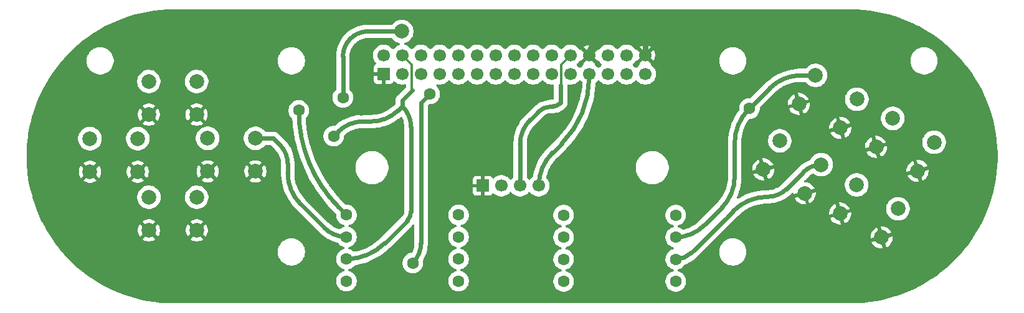
<source format=gbr>
%TF.GenerationSoftware,KiCad,Pcbnew,9.0.3*%
%TF.CreationDate,2025-07-15T10:31:37+02:00*%
%TF.ProjectId,CalliopeGamePad,43616c6c-696f-4706-9547-616d65506164,rev?*%
%TF.SameCoordinates,Original*%
%TF.FileFunction,Copper,L2,Bot*%
%TF.FilePolarity,Positive*%
%FSLAX46Y46*%
G04 Gerber Fmt 4.6, Leading zero omitted, Abs format (unit mm)*
G04 Created by KiCad (PCBNEW 9.0.3) date 2025-07-15 10:31:37*
%MOMM*%
%LPD*%
G01*
G04 APERTURE LIST*
%TA.AperFunction,ComponentPad*%
%ADD10C,2.000000*%
%TD*%
%TA.AperFunction,ComponentPad*%
%ADD11R,1.700000X1.700000*%
%TD*%
%TA.AperFunction,ComponentPad*%
%ADD12C,1.700000*%
%TD*%
%TA.AperFunction,ComponentPad*%
%ADD13C,1.600000*%
%TD*%
%TA.AperFunction,ViaPad*%
%ADD14C,1.600000*%
%TD*%
%TA.AperFunction,ViaPad*%
%ADD15C,2.000000*%
%TD*%
%TA.AperFunction,Conductor*%
%ADD16C,0.600000*%
%TD*%
%TA.AperFunction,Conductor*%
%ADD17C,0.800000*%
%TD*%
%TA.AperFunction,Conductor*%
%ADD18C,0.300000*%
%TD*%
G04 APERTURE END LIST*
D10*
%TO.P,U8,1,1*%
%TO.N,/C14*%
X196839673Y-109876443D03*
X202468838Y-113126443D03*
%TO.P,U8,2,2*%
%TO.N,GND*%
X194589673Y-113773557D03*
X200218838Y-117023557D03*
%TD*%
%TO.P,U6,1,1*%
%TO.N,/C9*%
X201739673Y-100826443D03*
X207368838Y-104076443D03*
%TO.P,U6,2,2*%
%TO.N,GND*%
X199489672Y-104723558D03*
X205118839Y-107973558D03*
%TD*%
%TO.P,U2,1,1*%
%TO.N,/P1*%
X92611800Y-103599760D03*
X99111800Y-103599760D03*
%TO.P,U2,2,2*%
%TO.N,GND*%
X92611800Y-108099760D03*
X99111800Y-108099760D03*
%TD*%
%TO.P,U4,1,1*%
%TO.N,/P3*%
X100639400Y-111564760D03*
X107139400Y-111564760D03*
%TO.P,U4,2,2*%
%TO.N,GND*%
X100639400Y-116064760D03*
X107139400Y-116064760D03*
%TD*%
D11*
%TO.P,J2,1,Pin_1*%
%TO.N,GND*%
X146000000Y-110000000D03*
D12*
%TO.P,J2,2,Pin_2*%
%TO.N,+3.3V*%
X148540000Y-110000000D03*
%TO.P,J2,3,Pin_3*%
%TO.N,/SCL*%
X151080000Y-110000000D03*
%TO.P,J2,4,Pin_4*%
%TO.N,/SDA*%
X153620000Y-110000000D03*
%TD*%
D11*
%TO.P,J1,1,Pin_1*%
%TO.N,GND*%
X132540000Y-94775000D03*
D12*
%TO.P,J1,2,Pin_2*%
%TO.N,+3.3V*%
X132540000Y-92235000D03*
%TO.P,J1,3,Pin_3*%
%TO.N,/P0*%
X135080000Y-94775000D03*
%TO.P,J1,4,Pin_4*%
%TO.N,/P1*%
X135080000Y-92235000D03*
%TO.P,J1,5,Pin_5*%
%TO.N,/P2*%
X137620000Y-94775000D03*
%TO.P,J1,6,Pin_6*%
%TO.N,/P3*%
X137620000Y-92235000D03*
%TO.P,J1,7,Pin_7*%
%TO.N,/C4*%
X140160000Y-94775000D03*
%TO.P,J1,8,Pin_8*%
%TO.N,/C5*%
X140160000Y-92235000D03*
%TO.P,J1,9,Pin_9*%
%TO.N,/C6*%
X142700000Y-94775000D03*
%TO.P,J1,10,Pin_10*%
%TO.N,/C7*%
X142700000Y-92235000D03*
%TO.P,J1,11,Pin_11*%
%TO.N,/C8*%
X145240000Y-94775000D03*
%TO.P,J1,12,Pin_12*%
%TO.N,/C9*%
X145240000Y-92235000D03*
%TO.P,J1,13,Pin_13*%
%TO.N,/C10*%
X147780000Y-94775000D03*
%TO.P,J1,14,Pin_14*%
%TO.N,/C11*%
X147780000Y-92235000D03*
%TO.P,J1,15,Pin_15*%
%TO.N,/C12*%
X150320000Y-94775000D03*
%TO.P,J1,16,Pin_16*%
%TO.N,/C13*%
X150320000Y-92235000D03*
%TO.P,J1,17,Pin_17*%
%TO.N,/C14*%
X152860000Y-94775000D03*
%TO.P,J1,18,Pin_18*%
%TO.N,/C15*%
X152860000Y-92235000D03*
%TO.P,J1,19,Pin_19*%
%TO.N,/C16*%
X155400000Y-94775000D03*
%TO.P,J1,20,Pin_20*%
%TO.N,/C17*%
X155400000Y-92235000D03*
%TO.P,J1,21,Pin_21*%
%TO.N,/C18*%
X157940000Y-94775000D03*
%TO.P,J1,22,Pin_22*%
%TO.N,/SCL*%
X157940000Y-92235000D03*
%TO.P,J1,23,Pin_23*%
%TO.N,/SDA*%
X160480000Y-94775000D03*
%TO.P,J1,24,Pin_24*%
%TO.N,GND*%
X160480000Y-92235000D03*
%TO.P,J1,25,Pin_25*%
%TO.N,/M0+*%
X163020000Y-94775000D03*
%TO.P,J1,26,Pin_26*%
%TO.N,/M1+*%
X163020000Y-92235000D03*
%TO.P,J1,27,Pin_27*%
%TO.N,/M0-*%
X165560000Y-94775000D03*
%TO.P,J1,28,Pin_28*%
%TO.N,/M1-*%
X165560000Y-92235000D03*
%TO.P,J1,29,Pin_29*%
%TO.N,/VM+*%
X168100000Y-94775000D03*
%TO.P,J1,30,Pin_30*%
%TO.N,GND*%
X168100000Y-92235000D03*
%TD*%
D10*
%TO.P,U7,1,1*%
%TO.N,/C13*%
X186389673Y-103876443D03*
X192018838Y-107126443D03*
%TO.P,U7,2,2*%
%TO.N,GND*%
X184139673Y-107773557D03*
X189768838Y-111023557D03*
%TD*%
%TO.P,U3,1,1*%
%TO.N,/P2*%
X108615000Y-103538360D03*
X115115000Y-103538360D03*
%TO.P,U3,2,2*%
%TO.N,GND*%
X108615000Y-108038360D03*
X115115000Y-108038360D03*
%TD*%
%TO.P,U5,1,1*%
%TO.N,/C8*%
X191239673Y-94976443D03*
X196868838Y-98226443D03*
%TO.P,U5,2,2*%
%TO.N,GND*%
X188989673Y-98873557D03*
X194618838Y-102123557D03*
%TD*%
%TO.P,U1,1,1*%
%TO.N,/P0*%
X100623010Y-95815070D03*
X107123010Y-95815070D03*
%TO.P,U1,2,2*%
%TO.N,GND*%
X100623010Y-100315070D03*
X107123010Y-100315070D03*
%TD*%
D13*
%TO.P,R4,1*%
%TO.N,+3.3V*%
X142720951Y-113969293D03*
%TO.P,R4,2*%
%TO.N,/P0*%
X127480951Y-113969293D03*
%TD*%
%TO.P,R1,1*%
%TO.N,+3.3V*%
X142720951Y-119969293D03*
%TO.P,R1,2*%
%TO.N,/P1*%
X127480951Y-119969293D03*
%TD*%
%TO.P,R7,1*%
%TO.N,+3.3V*%
X157000000Y-114000000D03*
%TO.P,R7,2*%
%TO.N,/C14*%
X172240000Y-114000000D03*
%TD*%
%TO.P,R3,1*%
%TO.N,+3.3V*%
X142720951Y-122969293D03*
%TO.P,R3,2*%
%TO.N,/P3*%
X127480951Y-122969293D03*
%TD*%
%TO.P,R5,1*%
%TO.N,+3.3V*%
X157000000Y-120000000D03*
%TO.P,R5,2*%
%TO.N,/C13*%
X172240000Y-120000000D03*
%TD*%
%TO.P,R8,1*%
%TO.N,+3.3V*%
X157000000Y-123000000D03*
%TO.P,R8,2*%
%TO.N,/C9*%
X172240000Y-123000000D03*
%TD*%
%TO.P,R6,1*%
%TO.N,+3.3V*%
X157000000Y-117000000D03*
%TO.P,R6,2*%
%TO.N,/C8*%
X172240000Y-117000000D03*
%TD*%
%TO.P,R2,1*%
%TO.N,+3.3V*%
X142720951Y-116969293D03*
%TO.P,R2,2*%
%TO.N,/P2*%
X127480951Y-116969293D03*
%TD*%
D14*
%TO.N,/P3*%
X136500000Y-120500000D03*
X138800000Y-97500000D03*
%TO.N,GND*%
X212250000Y-107750000D03*
X166700000Y-100000000D03*
X87000000Y-102750000D03*
X190000000Y-120000000D03*
X92750000Y-115000000D03*
X102500000Y-89000000D03*
X134000000Y-102500000D03*
X144750000Y-89000000D03*
X177500000Y-101750000D03*
X154000000Y-104000000D03*
X112250000Y-116750000D03*
D15*
X129500000Y-99500000D03*
D14*
X188250000Y-89750000D03*
X104500000Y-124000000D03*
X104000000Y-107500000D03*
X121750000Y-110250000D03*
X117750000Y-109250000D03*
X143750000Y-104500000D03*
X167000000Y-116500000D03*
X141500000Y-97750000D03*
X149000000Y-101000000D03*
X196750000Y-106250000D03*
X133000000Y-120000000D03*
%TO.N,/P1*%
X125750000Y-103250000D03*
%TO.N,/C8*%
X182250000Y-99500000D03*
D15*
%TO.N,/P2*%
X135000000Y-89000000D03*
D14*
X127000000Y-98000000D03*
%TO.N,/P0*%
X121000000Y-99750000D03*
%TD*%
D16*
%TO.N,/P3*%
X137620000Y-117796081D02*
X137620000Y-98680000D01*
X137620000Y-98680000D02*
X138800000Y-97500000D01*
X136500000Y-120500000D02*
G75*
G03*
X137619992Y-117796081I-2703900J2703900D01*
G01*
D17*
%TO.N,GND*%
X162952881Y-89800000D02*
X166210051Y-89800000D01*
X161127003Y-90672998D02*
X161300000Y-90500000D01*
X161300000Y-90500000D02*
X161327461Y-90473271D01*
X168100000Y-90982843D02*
X168100000Y-92235000D01*
X161327461Y-90473271D02*
G75*
G02*
X162952881Y-89799989I1625439J-1625429D01*
G01*
X166210051Y-89800000D02*
G75*
G02*
X167899985Y-90500015I-51J-2390000D01*
G01*
X167900000Y-90500000D02*
G75*
G02*
X168099953Y-90982843I-482900J-482800D01*
G01*
X160480000Y-92235000D02*
G75*
G02*
X161127004Y-90672999I2209000J0D01*
G01*
D16*
%TO.N,/P1*%
X135080000Y-99169322D02*
X135080000Y-98320000D01*
X132687210Y-117812790D02*
X135750000Y-114750000D01*
X135080000Y-98320000D02*
X136400000Y-97000000D01*
X134428554Y-99820768D02*
X135080000Y-99169322D01*
X136250000Y-113542893D02*
X136250000Y-101993952D01*
X129750000Y-101250000D02*
X130878680Y-101250000D01*
D18*
X136351937Y-96951937D02*
X136400000Y-97000000D01*
D16*
X125750000Y-103250000D02*
X126335786Y-102664214D01*
D18*
X135080000Y-92235000D02*
X136351937Y-93506937D01*
X136351937Y-93506937D02*
X136351937Y-96951937D01*
D16*
X127480951Y-119969293D02*
G75*
G03*
X132687241Y-117812821I49J7362793D01*
G01*
X130878680Y-101250000D02*
G75*
G03*
X134428549Y-99820762I-680J5124800D01*
G01*
X136250000Y-101993952D02*
G75*
G03*
X135079970Y-99169352I-3994600J-48D01*
G01*
X126335786Y-102664214D02*
G75*
G02*
X129750000Y-101249992I3414214J-3414186D01*
G01*
X135750000Y-114750000D02*
G75*
G03*
X136249997Y-113542893I-1207100J1207100D01*
G01*
%TO.N,/SDA*%
X155472620Y-105527380D02*
X156750000Y-104250000D01*
X160480000Y-95244983D02*
X160480000Y-94775000D01*
X156750000Y-104250000D02*
G75*
G03*
X160479993Y-95244983I-9005000J9005000D01*
G01*
X153620000Y-110000000D02*
G75*
G02*
X155472628Y-105527388I6325200J0D01*
G01*
%TO.N,/C8*%
X180250000Y-104250000D02*
X180250475Y-104216132D01*
X180250000Y-108775126D02*
X180250000Y-104250000D01*
X176098062Y-115401939D02*
X178500000Y-113000000D01*
X182171406Y-99578594D02*
X185000000Y-96750000D01*
X189281745Y-94976443D02*
X191239673Y-94976443D01*
X185000000Y-96750000D02*
G75*
G02*
X189281745Y-94976462I4281700J-4281700D01*
G01*
X180250475Y-104216132D02*
G75*
G02*
X182171399Y-99578587I6558425J32D01*
G01*
X172240000Y-117000000D02*
G75*
G03*
X176098057Y-115401934I0J5456100D01*
G01*
X178500000Y-113000000D02*
G75*
G03*
X180250011Y-108775126I-4224900J4224900D01*
G01*
%TO.N,/SCL*%
X156600000Y-98700000D02*
X156618620Y-98680675D01*
X156600000Y-98635722D02*
X156600000Y-96300000D01*
X156482843Y-98817158D02*
X156600000Y-98700000D01*
X151080000Y-110000000D02*
X151080000Y-104354393D01*
X153500000Y-100000000D02*
X153512563Y-99987437D01*
D18*
X156666505Y-93508495D02*
X156666505Y-96233495D01*
D16*
X153500000Y-100000000D02*
X152447822Y-101052178D01*
D18*
X157940000Y-92235000D02*
X156666505Y-93508495D01*
D16*
X155400000Y-99200000D02*
X155558579Y-99200000D01*
X153512563Y-99987437D02*
X153522182Y-99977818D01*
D18*
X156666505Y-96233495D02*
X156600000Y-96300000D01*
D16*
X155558579Y-99200000D02*
G75*
G03*
X156482852Y-98817167I21J1307100D01*
G01*
X153522182Y-99977818D02*
G75*
G02*
X155400000Y-99199990I1877818J-1877782D01*
G01*
X151080000Y-104354393D02*
G75*
G02*
X152447833Y-101052189I4670000J-7D01*
G01*
X156618620Y-98680675D02*
G75*
G02*
X156599992Y-98635722I44980J44975D01*
G01*
%TO.N,/P2*%
X124473612Y-115723613D02*
X121250000Y-112500000D01*
X118439340Y-104439340D02*
X117538360Y-103538360D01*
X130414214Y-89000000D02*
X135000000Y-89000000D01*
X117538360Y-103538360D02*
X115115000Y-103538360D01*
X127000000Y-98000000D02*
X127000000Y-92414214D01*
X119500000Y-108275126D02*
X119500000Y-107000000D01*
X119500000Y-107000000D02*
G75*
G03*
X118439336Y-104439344I-3621300J0D01*
G01*
X128000000Y-90000000D02*
G75*
G02*
X130414214Y-89000006I2414200J-2414200D01*
G01*
X127480951Y-116969293D02*
G75*
G02*
X124473642Y-115723583I49J4252993D01*
G01*
X127000000Y-92414214D02*
G75*
G02*
X127999996Y-89999996I3414200J14D01*
G01*
X121250000Y-112500000D02*
G75*
G02*
X119499989Y-108275126I4224900J4224900D01*
G01*
%TO.N,/P0*%
X121000000Y-99750000D02*
X121000000Y-99603553D01*
X127480951Y-113969293D02*
X126471834Y-112960176D01*
X126471834Y-112960176D02*
G75*
G02*
X120999997Y-99750000I13210166J13210176D01*
G01*
%TO.N,/C13*%
X174390954Y-119109045D02*
X179250000Y-114250000D01*
X187310661Y-110439339D02*
X189636944Y-108113056D01*
X179250000Y-114250000D02*
X180055456Y-113444544D01*
X180055456Y-113444544D02*
G75*
G02*
X184750000Y-111500004I4694544J-4694556D01*
G01*
X189636944Y-108113056D02*
G75*
G02*
X192018838Y-107126455I2381856J-2381844D01*
G01*
X172240000Y-120000000D02*
G75*
G03*
X174390953Y-119109044I0J3041900D01*
G01*
X184750000Y-111500000D02*
G75*
G03*
X187310657Y-110439335I0J3621300D01*
G01*
%TD*%
%TA.AperFunction,Conductor*%
%TO.N,GND*%
G36*
X159247457Y-95608440D02*
G01*
X159270604Y-95612107D01*
X159282857Y-95622029D01*
X159297580Y-95627681D01*
X159330538Y-95660639D01*
X159373621Y-95719937D01*
X159465866Y-95812182D01*
X159511409Y-95857725D01*
X159549973Y-95924520D01*
X159554591Y-95974774D01*
X159514976Y-96478149D01*
X159514160Y-96485907D01*
X159434310Y-97092436D01*
X159433090Y-97100141D01*
X159321600Y-97701687D01*
X159319978Y-97709317D01*
X159177162Y-98304190D01*
X159175143Y-98311725D01*
X159001392Y-98898302D01*
X158998982Y-98905721D01*
X158794761Y-99482425D01*
X158791965Y-99489708D01*
X158557848Y-100054918D01*
X158554675Y-100062044D01*
X158291304Y-100614212D01*
X158287763Y-100621163D01*
X157995833Y-101158830D01*
X157991932Y-101165585D01*
X157672296Y-101687185D01*
X157668048Y-101693727D01*
X157321518Y-102197932D01*
X157316933Y-102204243D01*
X156944507Y-102689598D01*
X156939597Y-102695661D01*
X156542287Y-103160851D01*
X156537068Y-103166648D01*
X156114778Y-103611648D01*
X156112056Y-103614442D01*
X154768395Y-104958105D01*
X154768260Y-104958253D01*
X154668628Y-105057885D01*
X154356680Y-105413591D01*
X154068688Y-105788905D01*
X153805847Y-106182273D01*
X153805840Y-106182285D01*
X153569304Y-106591972D01*
X153569303Y-106591973D01*
X153360054Y-107016286D01*
X153360048Y-107016298D01*
X153179008Y-107453363D01*
X153081431Y-107740815D01*
X153026935Y-107901355D01*
X152969517Y-108115641D01*
X152908346Y-108343934D01*
X152904489Y-108358327D01*
X152864266Y-108560541D01*
X152830159Y-108732005D01*
X152796046Y-108801179D01*
X152771603Y-108823479D01*
X152675066Y-108893618D01*
X152675060Y-108893623D01*
X152513624Y-109055060D01*
X152513618Y-109055066D01*
X152489581Y-109088151D01*
X152479391Y-109102177D01*
X152470543Y-109114355D01*
X152410603Y-109162893D01*
X152334424Y-109174958D01*
X152262419Y-109147317D01*
X152229457Y-109114355D01*
X152220609Y-109102177D01*
X152186379Y-109055063D01*
X152024937Y-108893621D01*
X152024936Y-108893620D01*
X152024141Y-108892825D01*
X151985577Y-108826030D01*
X151980500Y-108787466D01*
X151980500Y-104357639D01*
X151980642Y-104351139D01*
X151982078Y-104318242D01*
X151994561Y-104032350D01*
X151995694Y-104019409D01*
X152000353Y-103984022D01*
X152036921Y-103706262D01*
X152039172Y-103693490D01*
X152107542Y-103385101D01*
X152110893Y-103372594D01*
X152205882Y-103071332D01*
X152210321Y-103059137D01*
X152331201Y-102767308D01*
X152336673Y-102755575D01*
X152482533Y-102475383D01*
X152489006Y-102464171D01*
X152658730Y-102197761D01*
X152666171Y-102187135D01*
X152858447Y-101936559D01*
X152866800Y-101926605D01*
X152995780Y-101785849D01*
X153082648Y-101691050D01*
X153087104Y-101686394D01*
X154074033Y-100699465D01*
X154074036Y-100699464D01*
X154143558Y-100629942D01*
X154147869Y-100625631D01*
X154155506Y-100617993D01*
X154162588Y-100611360D01*
X154324214Y-100469615D01*
X154339658Y-100457765D01*
X154514321Y-100341057D01*
X154531177Y-100331324D01*
X154719600Y-100238403D01*
X154737580Y-100230956D01*
X154936492Y-100163433D01*
X154955307Y-100158391D01*
X155161337Y-100117409D01*
X155180648Y-100114867D01*
X155394980Y-100100818D01*
X155404725Y-100100500D01*
X155654765Y-100100500D01*
X155654991Y-100100488D01*
X155682541Y-100100489D01*
X155928936Y-100072730D01*
X156170673Y-100017559D01*
X156404713Y-99935668D01*
X156628113Y-99828088D01*
X156628113Y-99828087D01*
X156628117Y-99828086D01*
X156628118Y-99828085D01*
X156692657Y-99787533D01*
X156838062Y-99696171D01*
X156838070Y-99696164D01*
X156838074Y-99696162D01*
X156925928Y-99626101D01*
X157031921Y-99541576D01*
X157042782Y-99530715D01*
X157049314Y-99524183D01*
X157049317Y-99524179D01*
X157056871Y-99516624D01*
X157056882Y-99516619D01*
X157119587Y-99453913D01*
X157170619Y-99402880D01*
X157181592Y-99393706D01*
X157181357Y-99393430D01*
X157186927Y-99388682D01*
X157186926Y-99388682D01*
X157186930Y-99388680D01*
X157241742Y-99331791D01*
X157243112Y-99330388D01*
X157243295Y-99330202D01*
X157299466Y-99274032D01*
X157300723Y-99272148D01*
X157307271Y-99265530D01*
X157307381Y-99265465D01*
X157307842Y-99264957D01*
X157318052Y-99254749D01*
X157318061Y-99254734D01*
X157322698Y-99249087D01*
X157322980Y-99249319D01*
X157324373Y-99247590D01*
X157324087Y-99247364D01*
X157328624Y-99241621D01*
X157328623Y-99241621D01*
X157328627Y-99241618D01*
X157372003Y-99174014D01*
X157416609Y-99107266D01*
X157419847Y-99099448D01*
X157424419Y-99092324D01*
X157453774Y-99017554D01*
X157484500Y-98943389D01*
X157486150Y-98935091D01*
X157489245Y-98927211D01*
X157503446Y-98848163D01*
X157519115Y-98769417D01*
X157519115Y-98760952D01*
X157520612Y-98752623D01*
X157519145Y-98673735D01*
X157519120Y-98670966D01*
X157519125Y-98592034D01*
X157519122Y-98592022D01*
X157519107Y-98591862D01*
X157517469Y-98583473D01*
X157517317Y-98575270D01*
X157503583Y-98512355D01*
X157503262Y-98510711D01*
X157503386Y-98508911D01*
X157500500Y-98482157D01*
X157500500Y-96348427D01*
X157520462Y-96273927D01*
X157575000Y-96219389D01*
X157649500Y-96199427D01*
X157672797Y-96201260D01*
X157825843Y-96225500D01*
X157825848Y-96225500D01*
X158054153Y-96225500D01*
X158054157Y-96225500D01*
X158279660Y-96189784D01*
X158496799Y-96119231D01*
X158700228Y-96015579D01*
X158884937Y-95881379D01*
X159046379Y-95719937D01*
X159089459Y-95660642D01*
X159107670Y-95645895D01*
X159122420Y-95627681D01*
X159137142Y-95622029D01*
X159149396Y-95612107D01*
X159172542Y-95608440D01*
X159194425Y-95600041D01*
X159210000Y-95602507D01*
X159225575Y-95600041D01*
X159247457Y-95608440D01*
G37*
%TD.AperFunction*%
%TA.AperFunction,Conductor*%
G36*
X160014075Y-92427993D02*
G01*
X160079901Y-92542007D01*
X160172993Y-92635099D01*
X160287007Y-92700925D01*
X160350590Y-92717962D01*
X159718282Y-93350270D01*
X159719985Y-93371914D01*
X159728383Y-93382285D01*
X159740448Y-93458464D01*
X159712806Y-93530469D01*
X159679845Y-93563430D01*
X159535066Y-93668618D01*
X159373618Y-93830066D01*
X159346826Y-93866941D01*
X159339391Y-93877177D01*
X159330543Y-93889355D01*
X159270603Y-93937893D01*
X159194424Y-93949958D01*
X159122419Y-93922317D01*
X159089457Y-93889355D01*
X159080609Y-93877177D01*
X159046379Y-93830063D01*
X158884937Y-93668621D01*
X158825642Y-93625540D01*
X158777107Y-93565604D01*
X158765041Y-93489425D01*
X158792681Y-93417420D01*
X158825639Y-93384461D01*
X158884937Y-93341379D01*
X159046379Y-93179937D01*
X159151572Y-93035153D01*
X159211510Y-92986617D01*
X159287688Y-92974551D01*
X159340451Y-92994805D01*
X159364729Y-92996716D01*
X159997037Y-92364408D01*
X160014075Y-92427993D01*
G37*
%TD.AperFunction*%
%TA.AperFunction,Conductor*%
G36*
X161595269Y-92996716D02*
G01*
X161616910Y-92995013D01*
X161627281Y-92986616D01*
X161703459Y-92974550D01*
X161775465Y-93002189D01*
X161808426Y-93035150D01*
X161913621Y-93179937D01*
X162075063Y-93341379D01*
X162134355Y-93384458D01*
X162182893Y-93444397D01*
X162194958Y-93520576D01*
X162167317Y-93592581D01*
X162134356Y-93625541D01*
X162111941Y-93641826D01*
X162075066Y-93668618D01*
X161913618Y-93830066D01*
X161886826Y-93866941D01*
X161879391Y-93877177D01*
X161870543Y-93889355D01*
X161810603Y-93937893D01*
X161734424Y-93949958D01*
X161662419Y-93922317D01*
X161629457Y-93889355D01*
X161620609Y-93877177D01*
X161586379Y-93830063D01*
X161424937Y-93668621D01*
X161280151Y-93563427D01*
X161231615Y-93503489D01*
X161219550Y-93427311D01*
X161239806Y-93374540D01*
X161241716Y-93350269D01*
X160609409Y-92717962D01*
X160672993Y-92700925D01*
X160787007Y-92635099D01*
X160880099Y-92542007D01*
X160945925Y-92427993D01*
X160962962Y-92364409D01*
X161595269Y-92996716D01*
G37*
%TD.AperFunction*%
%TA.AperFunction,Conductor*%
G36*
X167634075Y-92427993D02*
G01*
X167699901Y-92542007D01*
X167792993Y-92635099D01*
X167907007Y-92700925D01*
X167970590Y-92717962D01*
X167338282Y-93350270D01*
X167339985Y-93371914D01*
X167348383Y-93382285D01*
X167360448Y-93458464D01*
X167332806Y-93530469D01*
X167299845Y-93563430D01*
X167155066Y-93668618D01*
X166993618Y-93830066D01*
X166966826Y-93866941D01*
X166959391Y-93877177D01*
X166950543Y-93889355D01*
X166890603Y-93937893D01*
X166814424Y-93949958D01*
X166742419Y-93922317D01*
X166709457Y-93889355D01*
X166700609Y-93877177D01*
X166666379Y-93830063D01*
X166504937Y-93668621D01*
X166445642Y-93625540D01*
X166397107Y-93565604D01*
X166385041Y-93489425D01*
X166412681Y-93417420D01*
X166445639Y-93384461D01*
X166504937Y-93341379D01*
X166666379Y-93179937D01*
X166771572Y-93035153D01*
X166831510Y-92986617D01*
X166907688Y-92974551D01*
X166960451Y-92994805D01*
X166984729Y-92996716D01*
X167617037Y-92364408D01*
X167634075Y-92427993D01*
G37*
%TD.AperFunction*%
%TA.AperFunction,Conductor*%
G36*
X196001626Y-86000535D02*
G01*
X196881368Y-86020002D01*
X196887933Y-86020293D01*
X197764309Y-86078546D01*
X197770807Y-86079122D01*
X198643758Y-86176083D01*
X198650223Y-86176946D01*
X199518059Y-86312430D01*
X199524487Y-86313580D01*
X200385446Y-86487312D01*
X200391867Y-86488757D01*
X201244261Y-86700392D01*
X201250560Y-86702104D01*
X202092845Y-86951263D01*
X202099069Y-86953256D01*
X202929454Y-87239408D01*
X202935574Y-87241670D01*
X203752494Y-87564276D01*
X203758552Y-87566824D01*
X204560396Y-87925245D01*
X204566315Y-87928050D01*
X205031409Y-88161152D01*
X205351511Y-88321585D01*
X205357304Y-88324650D01*
X206124384Y-88752566D01*
X206129994Y-88755861D01*
X206877318Y-89217240D01*
X206882844Y-89220822D01*
X207288040Y-89496455D01*
X207609052Y-89714822D01*
X207614419Y-89718650D01*
X208318021Y-90244257D01*
X208323214Y-90248318D01*
X208719510Y-90572633D01*
X208999920Y-90802112D01*
X209002901Y-90804551D01*
X209007906Y-90808835D01*
X209050472Y-90846935D01*
X209662310Y-91394578D01*
X209667124Y-91399082D01*
X209765351Y-91495159D01*
X210295004Y-92013222D01*
X210299587Y-92017908D01*
X210723568Y-92471005D01*
X210899690Y-92659223D01*
X210904086Y-92664135D01*
X211475210Y-93331340D01*
X211479385Y-93336442D01*
X212020427Y-94028242D01*
X212024373Y-94033523D01*
X212534307Y-94748610D01*
X212538015Y-94754061D01*
X213015809Y-95490989D01*
X213019272Y-95496598D01*
X213464016Y-96253962D01*
X213467227Y-96259720D01*
X213878008Y-97035965D01*
X213880962Y-97041858D01*
X214257018Y-97835542D01*
X214259709Y-97841561D01*
X214600295Y-98651116D01*
X214602716Y-98657247D01*
X214907154Y-99481056D01*
X214909302Y-99487289D01*
X215177003Y-100323768D01*
X215178873Y-100330090D01*
X215409314Y-101177595D01*
X215410902Y-101183993D01*
X215603626Y-102040842D01*
X215604930Y-102047304D01*
X215759564Y-102911848D01*
X215760581Y-102918361D01*
X215876823Y-103788901D01*
X215877551Y-103795453D01*
X215955174Y-104670295D01*
X215955611Y-104676873D01*
X215994460Y-105554271D01*
X215994606Y-105560862D01*
X215994606Y-106439137D01*
X215994460Y-106445728D01*
X215955611Y-107323126D01*
X215955174Y-107329704D01*
X215877551Y-108204546D01*
X215876823Y-108211098D01*
X215760581Y-109081638D01*
X215759564Y-109088151D01*
X215604930Y-109952695D01*
X215603626Y-109959157D01*
X215410902Y-110816006D01*
X215409314Y-110822404D01*
X215178873Y-111669909D01*
X215177003Y-111676231D01*
X214909302Y-112512710D01*
X214907154Y-112518943D01*
X214602716Y-113342752D01*
X214600295Y-113348883D01*
X214259709Y-114158438D01*
X214257018Y-114164457D01*
X213880962Y-114958141D01*
X213878008Y-114964034D01*
X213467227Y-115740279D01*
X213464016Y-115746037D01*
X213019272Y-116503401D01*
X213015809Y-116509010D01*
X212538015Y-117245938D01*
X212534307Y-117251389D01*
X212024373Y-117966476D01*
X212020427Y-117971757D01*
X211479385Y-118663557D01*
X211475210Y-118668659D01*
X210904086Y-119335864D01*
X210899690Y-119340776D01*
X210299600Y-119982078D01*
X210294990Y-119986791D01*
X209667124Y-120600917D01*
X209662310Y-120605421D01*
X209007909Y-121191161D01*
X209002901Y-121195448D01*
X208323214Y-121751681D01*
X208318021Y-121755742D01*
X207614419Y-122281349D01*
X207609052Y-122285177D01*
X206882850Y-122779173D01*
X206877318Y-122782759D01*
X206130014Y-123244126D01*
X206124351Y-123247452D01*
X205408195Y-123646960D01*
X205357338Y-123675331D01*
X205351511Y-123678414D01*
X204566334Y-124071940D01*
X204560376Y-124074763D01*
X203758561Y-124433171D01*
X203752485Y-124435727D01*
X202935606Y-124758317D01*
X202929422Y-124760602D01*
X202099096Y-125046734D01*
X202092818Y-125048744D01*
X201250591Y-125297886D01*
X201244229Y-125299615D01*
X200391867Y-125511242D01*
X200385436Y-125512689D01*
X199524522Y-125686412D01*
X199518032Y-125687573D01*
X198650257Y-125823048D01*
X198643723Y-125823920D01*
X197770842Y-125920873D01*
X197764275Y-125921456D01*
X196887943Y-125979705D01*
X196881357Y-125979997D01*
X196001627Y-125999464D01*
X195998331Y-125999500D01*
X104001669Y-125999500D01*
X103998373Y-125999464D01*
X103118642Y-125979997D01*
X103112056Y-125979705D01*
X102235724Y-125921456D01*
X102229157Y-125920873D01*
X101356276Y-125823920D01*
X101349742Y-125823048D01*
X100481967Y-125687573D01*
X100475477Y-125686412D01*
X99614563Y-125512689D01*
X99608132Y-125511242D01*
X98755770Y-125299615D01*
X98749408Y-125297886D01*
X97907181Y-125048744D01*
X97900903Y-125046734D01*
X97070577Y-124760602D01*
X97064400Y-124758319D01*
X96772872Y-124643194D01*
X96247514Y-124435727D01*
X96241438Y-124433171D01*
X95439623Y-124074763D01*
X95433665Y-124071940D01*
X94648488Y-123678414D01*
X94642678Y-123675340D01*
X93875629Y-123247441D01*
X93869985Y-123244126D01*
X93122681Y-122782759D01*
X93117149Y-122779173D01*
X92390947Y-122285177D01*
X92385580Y-122281349D01*
X91681978Y-121755742D01*
X91676785Y-121751681D01*
X90997098Y-121195448D01*
X90992090Y-121191161D01*
X90337689Y-120605421D01*
X90332875Y-120600917D01*
X89866386Y-120144636D01*
X89704995Y-119986777D01*
X89700413Y-119982092D01*
X89100309Y-119340776D01*
X89095913Y-119335864D01*
X88783358Y-118970727D01*
X88704588Y-118878706D01*
X118149500Y-118878706D01*
X118149500Y-119121293D01*
X118181160Y-119361781D01*
X118243947Y-119596103D01*
X118275405Y-119672049D01*
X118336776Y-119820212D01*
X118458064Y-120030289D01*
X118605735Y-120222738D01*
X118777262Y-120394265D01*
X118969711Y-120541936D01*
X119179788Y-120663224D01*
X119403900Y-120756054D01*
X119638211Y-120818838D01*
X119638217Y-120818838D01*
X119638218Y-120818839D01*
X119703600Y-120827446D01*
X119878712Y-120850500D01*
X120121288Y-120850500D01*
X120361789Y-120818838D01*
X120596100Y-120756054D01*
X120820212Y-120663224D01*
X121030289Y-120541936D01*
X121222738Y-120394265D01*
X121394265Y-120222738D01*
X121541936Y-120030289D01*
X121663224Y-119820212D01*
X121756054Y-119596100D01*
X121818838Y-119361789D01*
X121850500Y-119121288D01*
X121850500Y-118878712D01*
X121823207Y-118671398D01*
X121818839Y-118638218D01*
X121818838Y-118638217D01*
X121818838Y-118638211D01*
X121756054Y-118403900D01*
X121663224Y-118179788D01*
X121541936Y-117969711D01*
X121394265Y-117777262D01*
X121222738Y-117605735D01*
X121030289Y-117458064D01*
X120960263Y-117417634D01*
X120820216Y-117336778D01*
X120820214Y-117336777D01*
X120820212Y-117336776D01*
X120688932Y-117282398D01*
X120596103Y-117243947D01*
X120596101Y-117243946D01*
X120596100Y-117243946D01*
X120361789Y-117181162D01*
X120361787Y-117181161D01*
X120361781Y-117181160D01*
X120121293Y-117149500D01*
X120121288Y-117149500D01*
X119878712Y-117149500D01*
X119878706Y-117149500D01*
X119638218Y-117181160D01*
X119403896Y-117243947D01*
X119179783Y-117336778D01*
X118969712Y-117458063D01*
X118906068Y-117506899D01*
X118777262Y-117605735D01*
X118777260Y-117605736D01*
X118777256Y-117605740D01*
X118605740Y-117777256D01*
X118605736Y-117777260D01*
X118605735Y-117777262D01*
X118573304Y-117819527D01*
X118458063Y-117969712D01*
X118336778Y-118179783D01*
X118243947Y-118403896D01*
X118181160Y-118638218D01*
X118149500Y-118878706D01*
X88704588Y-118878706D01*
X88524789Y-118668659D01*
X88520614Y-118663557D01*
X88332675Y-118423250D01*
X87979567Y-117971750D01*
X87975626Y-117966476D01*
X87915142Y-117881659D01*
X87465692Y-117251389D01*
X87461984Y-117245938D01*
X86984190Y-116509010D01*
X86980727Y-116503401D01*
X86736577Y-116087633D01*
X86653823Y-115946710D01*
X99139400Y-115946710D01*
X99139400Y-116182809D01*
X99176334Y-116416010D01*
X99249294Y-116640553D01*
X99249298Y-116640565D01*
X99356486Y-116850931D01*
X99356490Y-116850938D01*
X99416740Y-116933865D01*
X100115612Y-116234993D01*
X100126882Y-116277052D01*
X100199290Y-116402468D01*
X100301692Y-116504870D01*
X100427108Y-116577278D01*
X100469165Y-116588547D01*
X99770293Y-117287418D01*
X99853228Y-117347673D01*
X100063594Y-117454861D01*
X100063606Y-117454865D01*
X100288149Y-117527825D01*
X100521351Y-117564760D01*
X100757449Y-117564760D01*
X100990650Y-117527825D01*
X101215193Y-117454865D01*
X101215210Y-117454858D01*
X101425567Y-117347676D01*
X101425572Y-117347673D01*
X101508505Y-117287419D01*
X101508505Y-117287418D01*
X100809634Y-116588547D01*
X100851692Y-116577278D01*
X100977108Y-116504870D01*
X101079510Y-116402468D01*
X101151918Y-116277052D01*
X101163187Y-116234994D01*
X101862058Y-116933865D01*
X101862059Y-116933865D01*
X101922313Y-116850932D01*
X101922316Y-116850927D01*
X102029498Y-116640570D01*
X102029505Y-116640553D01*
X102102465Y-116416010D01*
X102139400Y-116182809D01*
X102139400Y-115946710D01*
X105639400Y-115946710D01*
X105639400Y-116182809D01*
X105676334Y-116416010D01*
X105749294Y-116640553D01*
X105749298Y-116640565D01*
X105856486Y-116850931D01*
X105856490Y-116850938D01*
X105916740Y-116933865D01*
X106615612Y-116234993D01*
X106626882Y-116277052D01*
X106699290Y-116402468D01*
X106801692Y-116504870D01*
X106927108Y-116577278D01*
X106969165Y-116588547D01*
X106270293Y-117287418D01*
X106353228Y-117347673D01*
X106563594Y-117454861D01*
X106563606Y-117454865D01*
X106788149Y-117527825D01*
X107021351Y-117564760D01*
X107257449Y-117564760D01*
X107490650Y-117527825D01*
X107715193Y-117454865D01*
X107715210Y-117454858D01*
X107925567Y-117347676D01*
X107925572Y-117347673D01*
X108008505Y-117287419D01*
X108008505Y-117287418D01*
X107309634Y-116588547D01*
X107351692Y-116577278D01*
X107477108Y-116504870D01*
X107579510Y-116402468D01*
X107651918Y-116277052D01*
X107663187Y-116234994D01*
X108362058Y-116933865D01*
X108362059Y-116933865D01*
X108422313Y-116850932D01*
X108422316Y-116850927D01*
X108529498Y-116640570D01*
X108529505Y-116640553D01*
X108602465Y-116416010D01*
X108639400Y-116182809D01*
X108639400Y-115946710D01*
X108602465Y-115713509D01*
X108529505Y-115488966D01*
X108529501Y-115488954D01*
X108422313Y-115278588D01*
X108422313Y-115278587D01*
X108362058Y-115195653D01*
X107663187Y-115894524D01*
X107651918Y-115852468D01*
X107579510Y-115727052D01*
X107477108Y-115624650D01*
X107351692Y-115552242D01*
X107309633Y-115540972D01*
X108008505Y-114842100D01*
X108008505Y-114842099D01*
X107925578Y-114781850D01*
X107925571Y-114781846D01*
X107715205Y-114674658D01*
X107715193Y-114674654D01*
X107490650Y-114601694D01*
X107257449Y-114564760D01*
X107021351Y-114564760D01*
X106788149Y-114601694D01*
X106563606Y-114674654D01*
X106563594Y-114674658D01*
X106353228Y-114781846D01*
X106353223Y-114781849D01*
X106270293Y-114842099D01*
X106969166Y-115540972D01*
X106927108Y-115552242D01*
X106801692Y-115624650D01*
X106699290Y-115727052D01*
X106626882Y-115852468D01*
X106615612Y-115894526D01*
X105916739Y-115195653D01*
X105856489Y-115278583D01*
X105856486Y-115278588D01*
X105749298Y-115488954D01*
X105749294Y-115488966D01*
X105676334Y-115713509D01*
X105639400Y-115946710D01*
X102139400Y-115946710D01*
X102102465Y-115713509D01*
X102029505Y-115488966D01*
X102029501Y-115488954D01*
X101922313Y-115278588D01*
X101922313Y-115278587D01*
X101862058Y-115195653D01*
X101163187Y-115894524D01*
X101151918Y-115852468D01*
X101079510Y-115727052D01*
X100977108Y-115624650D01*
X100851692Y-115552242D01*
X100809633Y-115540972D01*
X101508505Y-114842100D01*
X101508505Y-114842099D01*
X101425578Y-114781850D01*
X101425571Y-114781846D01*
X101215205Y-114674658D01*
X101215193Y-114674654D01*
X100990650Y-114601694D01*
X100757449Y-114564760D01*
X100521351Y-114564760D01*
X100288149Y-114601694D01*
X100063606Y-114674654D01*
X100063594Y-114674658D01*
X99853228Y-114781846D01*
X99853223Y-114781849D01*
X99770293Y-114842099D01*
X100469166Y-115540972D01*
X100427108Y-115552242D01*
X100301692Y-115624650D01*
X100199290Y-115727052D01*
X100126882Y-115852468D01*
X100115612Y-115894526D01*
X99416739Y-115195653D01*
X99356489Y-115278583D01*
X99356486Y-115278588D01*
X99249298Y-115488954D01*
X99249294Y-115488966D01*
X99176334Y-115713509D01*
X99139400Y-115946710D01*
X86653823Y-115946710D01*
X86535976Y-115746026D01*
X86532772Y-115740279D01*
X86121976Y-114964005D01*
X86119037Y-114958141D01*
X86097348Y-114912366D01*
X85742977Y-114164448D01*
X85740290Y-114158438D01*
X85720003Y-114110218D01*
X85463797Y-113501228D01*
X85399704Y-113348883D01*
X85397283Y-113342752D01*
X85279311Y-113023519D01*
X85092839Y-112518927D01*
X85090697Y-112512710D01*
X85090492Y-112512070D01*
X84822996Y-111676231D01*
X84821126Y-111669909D01*
X84767324Y-111472038D01*
X84758286Y-111438798D01*
X99038900Y-111438798D01*
X99038900Y-111690722D01*
X99078310Y-111939545D01*
X99156159Y-112179139D01*
X99269009Y-112400620D01*
X99270531Y-112403606D01*
X99270531Y-112403607D01*
X99281629Y-112418882D01*
X99418607Y-112607416D01*
X99596744Y-112785553D01*
X99800555Y-112933630D01*
X100025021Y-113048001D01*
X100264615Y-113125850D01*
X100513438Y-113165260D01*
X100513443Y-113165260D01*
X100765357Y-113165260D01*
X100765362Y-113165260D01*
X101014185Y-113125850D01*
X101253779Y-113048001D01*
X101478245Y-112933630D01*
X101682056Y-112785553D01*
X101860193Y-112607416D01*
X102008270Y-112403605D01*
X102122641Y-112179139D01*
X102200490Y-111939545D01*
X102239900Y-111690722D01*
X102239900Y-111438798D01*
X105538900Y-111438798D01*
X105538900Y-111690722D01*
X105578310Y-111939545D01*
X105656159Y-112179139D01*
X105769009Y-112400620D01*
X105770531Y-112403606D01*
X105770531Y-112403607D01*
X105781629Y-112418882D01*
X105918607Y-112607416D01*
X106096744Y-112785553D01*
X106300555Y-112933630D01*
X106525021Y-113048001D01*
X106764615Y-113125850D01*
X107013438Y-113165260D01*
X107013443Y-113165260D01*
X107265357Y-113165260D01*
X107265362Y-113165260D01*
X107514185Y-113125850D01*
X107753779Y-113048001D01*
X107978245Y-112933630D01*
X108182056Y-112785553D01*
X108360193Y-112607416D01*
X108508270Y-112403605D01*
X108622641Y-112179139D01*
X108700490Y-111939545D01*
X108739900Y-111690722D01*
X108739900Y-111438798D01*
X108700490Y-111189975D01*
X108622641Y-110950381D01*
X108508270Y-110725915D01*
X108360193Y-110522104D01*
X108182056Y-110343967D01*
X107978245Y-110195890D01*
X107753779Y-110081519D01*
X107514185Y-110003670D01*
X107265362Y-109964260D01*
X107013438Y-109964260D01*
X106809013Y-109996638D01*
X106764614Y-110003670D01*
X106573319Y-110065826D01*
X106525021Y-110081519D01*
X106525015Y-110081521D01*
X106525015Y-110081522D01*
X106300553Y-110195891D01*
X106300552Y-110195891D01*
X106096745Y-110343966D01*
X106096742Y-110343968D01*
X105918608Y-110522102D01*
X105918606Y-110522105D01*
X105770531Y-110725912D01*
X105770531Y-110725913D01*
X105656162Y-110950375D01*
X105656157Y-110950387D01*
X105581638Y-111179734D01*
X105578310Y-111189975D01*
X105538900Y-111438798D01*
X102239900Y-111438798D01*
X102200490Y-111189975D01*
X102122641Y-110950381D01*
X102008270Y-110725915D01*
X101860193Y-110522104D01*
X101682056Y-110343967D01*
X101478245Y-110195890D01*
X101253779Y-110081519D01*
X101014185Y-110003670D01*
X100765362Y-109964260D01*
X100513438Y-109964260D01*
X100309013Y-109996638D01*
X100264614Y-110003670D01*
X100073319Y-110065826D01*
X100025021Y-110081519D01*
X100025015Y-110081521D01*
X100025015Y-110081522D01*
X99800553Y-110195891D01*
X99800552Y-110195891D01*
X99596745Y-110343966D01*
X99596742Y-110343968D01*
X99418608Y-110522102D01*
X99418606Y-110522105D01*
X99270531Y-110725912D01*
X99270531Y-110725913D01*
X99156162Y-110950375D01*
X99156157Y-110950387D01*
X99081638Y-111179734D01*
X99078310Y-111189975D01*
X99038900Y-111438798D01*
X84758286Y-111438798D01*
X84590685Y-110822404D01*
X84589097Y-110816006D01*
X84540400Y-110599500D01*
X84396368Y-109959132D01*
X84395074Y-109952720D01*
X84240434Y-109088145D01*
X84239418Y-109081638D01*
X84238487Y-109074669D01*
X84123175Y-108211096D01*
X84122448Y-108204546D01*
X84114560Y-108115641D01*
X84102677Y-107981710D01*
X91111800Y-107981710D01*
X91111800Y-108217809D01*
X91148734Y-108451010D01*
X91221694Y-108675553D01*
X91221698Y-108675565D01*
X91328886Y-108885931D01*
X91328890Y-108885938D01*
X91389140Y-108968865D01*
X92088012Y-108269993D01*
X92099282Y-108312052D01*
X92171690Y-108437468D01*
X92274092Y-108539870D01*
X92399508Y-108612278D01*
X92441565Y-108623547D01*
X91742693Y-109322418D01*
X91825628Y-109382673D01*
X92035994Y-109489861D01*
X92036006Y-109489865D01*
X92260549Y-109562825D01*
X92493751Y-109599760D01*
X92729849Y-109599760D01*
X92963050Y-109562825D01*
X93187593Y-109489865D01*
X93187610Y-109489858D01*
X93397967Y-109382676D01*
X93397972Y-109382673D01*
X93480905Y-109322419D01*
X93480905Y-109322418D01*
X92782034Y-108623547D01*
X92824092Y-108612278D01*
X92949508Y-108539870D01*
X93051910Y-108437468D01*
X93124318Y-108312052D01*
X93135587Y-108269994D01*
X93834458Y-108968865D01*
X93834459Y-108968865D01*
X93894713Y-108885932D01*
X93894716Y-108885927D01*
X94001898Y-108675570D01*
X94001905Y-108675553D01*
X94074865Y-108451010D01*
X94111800Y-108217809D01*
X94111800Y-107981710D01*
X97611800Y-107981710D01*
X97611800Y-108217809D01*
X97648734Y-108451010D01*
X97721694Y-108675553D01*
X97721698Y-108675565D01*
X97828886Y-108885931D01*
X97828890Y-108885938D01*
X97889140Y-108968865D01*
X98588012Y-108269993D01*
X98599282Y-108312052D01*
X98671690Y-108437468D01*
X98774092Y-108539870D01*
X98899508Y-108612278D01*
X98941565Y-108623547D01*
X98242693Y-109322418D01*
X98325628Y-109382673D01*
X98535994Y-109489861D01*
X98536006Y-109489865D01*
X98760549Y-109562825D01*
X98993751Y-109599760D01*
X99229849Y-109599760D01*
X99463050Y-109562825D01*
X99687593Y-109489865D01*
X99687610Y-109489858D01*
X99897967Y-109382676D01*
X99897972Y-109382673D01*
X99980905Y-109322419D01*
X99980905Y-109322418D01*
X99282034Y-108623547D01*
X99324092Y-108612278D01*
X99449508Y-108539870D01*
X99551910Y-108437468D01*
X99624318Y-108312052D01*
X99635587Y-108269994D01*
X100334458Y-108968865D01*
X100334459Y-108968865D01*
X100394713Y-108885932D01*
X100394716Y-108885927D01*
X100501898Y-108675570D01*
X100501905Y-108675553D01*
X100574865Y-108451010D01*
X100611800Y-108217809D01*
X100611800Y-107981711D01*
X100604839Y-107937762D01*
X100604839Y-107937761D01*
X100602075Y-107920310D01*
X107115000Y-107920310D01*
X107115000Y-108156409D01*
X107151934Y-108389610D01*
X107224894Y-108614153D01*
X107224898Y-108614165D01*
X107332086Y-108824531D01*
X107332090Y-108824538D01*
X107392340Y-108907465D01*
X108091212Y-108208593D01*
X108102482Y-108250652D01*
X108174890Y-108376068D01*
X108277292Y-108478470D01*
X108402708Y-108550878D01*
X108444765Y-108562147D01*
X107745893Y-109261018D01*
X107828828Y-109321273D01*
X108039194Y-109428461D01*
X108039206Y-109428465D01*
X108263749Y-109501425D01*
X108496951Y-109538360D01*
X108733049Y-109538360D01*
X108966250Y-109501425D01*
X109190793Y-109428465D01*
X109190810Y-109428458D01*
X109401167Y-109321276D01*
X109401172Y-109321273D01*
X109484105Y-109261019D01*
X109484105Y-109261018D01*
X108785234Y-108562147D01*
X108827292Y-108550878D01*
X108952708Y-108478470D01*
X109055110Y-108376068D01*
X109127518Y-108250652D01*
X109138787Y-108208594D01*
X109837658Y-108907465D01*
X109837659Y-108907465D01*
X109897913Y-108824532D01*
X109897916Y-108824527D01*
X110005098Y-108614170D01*
X110005105Y-108614153D01*
X110078065Y-108389610D01*
X110115000Y-108156409D01*
X110115000Y-107920310D01*
X113615000Y-107920310D01*
X113615000Y-108156409D01*
X113651934Y-108389610D01*
X113724894Y-108614153D01*
X113724898Y-108614165D01*
X113832086Y-108824531D01*
X113832090Y-108824538D01*
X113892340Y-108907465D01*
X114591212Y-108208593D01*
X114602482Y-108250652D01*
X114674890Y-108376068D01*
X114777292Y-108478470D01*
X114902708Y-108550878D01*
X114944765Y-108562147D01*
X114245893Y-109261018D01*
X114328828Y-109321273D01*
X114539194Y-109428461D01*
X114539206Y-109428465D01*
X114763749Y-109501425D01*
X114996951Y-109538360D01*
X115233049Y-109538360D01*
X115466250Y-109501425D01*
X115690793Y-109428465D01*
X115690810Y-109428458D01*
X115901167Y-109321276D01*
X115901172Y-109321273D01*
X115984105Y-109261019D01*
X115984105Y-109261018D01*
X115285234Y-108562147D01*
X115327292Y-108550878D01*
X115452708Y-108478470D01*
X115555110Y-108376068D01*
X115627518Y-108250652D01*
X115638787Y-108208594D01*
X116337658Y-108907465D01*
X116337659Y-108907465D01*
X116397913Y-108824532D01*
X116397916Y-108824527D01*
X116505098Y-108614170D01*
X116505105Y-108614153D01*
X116578065Y-108389610D01*
X116615000Y-108156409D01*
X116615000Y-107920310D01*
X116578065Y-107687109D01*
X116505105Y-107462566D01*
X116505101Y-107462554D01*
X116397913Y-107252188D01*
X116397913Y-107252187D01*
X116337658Y-107169253D01*
X115638787Y-107868124D01*
X115627518Y-107826068D01*
X115555110Y-107700652D01*
X115452708Y-107598250D01*
X115327292Y-107525842D01*
X115285233Y-107514572D01*
X115984105Y-106815700D01*
X115984105Y-106815699D01*
X115901178Y-106755450D01*
X115901171Y-106755446D01*
X115690805Y-106648258D01*
X115690793Y-106648254D01*
X115466250Y-106575294D01*
X115233049Y-106538360D01*
X114996951Y-106538360D01*
X114763749Y-106575294D01*
X114539206Y-106648254D01*
X114539194Y-106648258D01*
X114328828Y-106755446D01*
X114328823Y-106755449D01*
X114245893Y-106815699D01*
X114944766Y-107514572D01*
X114902708Y-107525842D01*
X114777292Y-107598250D01*
X114674890Y-107700652D01*
X114602482Y-107826068D01*
X114591212Y-107868126D01*
X113892339Y-107169253D01*
X113832089Y-107252183D01*
X113832086Y-107252188D01*
X113724898Y-107462554D01*
X113724894Y-107462566D01*
X113651934Y-107687109D01*
X113615000Y-107920310D01*
X110115000Y-107920310D01*
X110078065Y-107687109D01*
X110005105Y-107462566D01*
X110005101Y-107462554D01*
X109897913Y-107252188D01*
X109897913Y-107252187D01*
X109837658Y-107169253D01*
X109138787Y-107868124D01*
X109127518Y-107826068D01*
X109055110Y-107700652D01*
X108952708Y-107598250D01*
X108827292Y-107525842D01*
X108785233Y-107514572D01*
X109484105Y-106815700D01*
X109484105Y-106815699D01*
X109401178Y-106755450D01*
X109401171Y-106755446D01*
X109190805Y-106648258D01*
X109190793Y-106648254D01*
X108966250Y-106575294D01*
X108733049Y-106538360D01*
X108496951Y-106538360D01*
X108263749Y-106575294D01*
X108039206Y-106648254D01*
X108039194Y-106648258D01*
X107828828Y-106755446D01*
X107828823Y-106755449D01*
X107745893Y-106815699D01*
X108444766Y-107514572D01*
X108402708Y-107525842D01*
X108277292Y-107598250D01*
X108174890Y-107700652D01*
X108102482Y-107826068D01*
X108091212Y-107868126D01*
X107392339Y-107169253D01*
X107332089Y-107252183D01*
X107332086Y-107252188D01*
X107224898Y-107462554D01*
X107224894Y-107462566D01*
X107151934Y-107687109D01*
X107115000Y-107920310D01*
X100602075Y-107920310D01*
X100574865Y-107748509D01*
X100501905Y-107523966D01*
X100501901Y-107523954D01*
X100394713Y-107313588D01*
X100394713Y-107313587D01*
X100334458Y-107230653D01*
X99635587Y-107929524D01*
X99624318Y-107887468D01*
X99551910Y-107762052D01*
X99449508Y-107659650D01*
X99324092Y-107587242D01*
X99282033Y-107575972D01*
X99980905Y-106877100D01*
X99980905Y-106877099D01*
X99897978Y-106816850D01*
X99897971Y-106816846D01*
X99687605Y-106709658D01*
X99687593Y-106709654D01*
X99463050Y-106636694D01*
X99229849Y-106599760D01*
X98993751Y-106599760D01*
X98760549Y-106636694D01*
X98536006Y-106709654D01*
X98535994Y-106709658D01*
X98325628Y-106816846D01*
X98325623Y-106816849D01*
X98242693Y-106877099D01*
X98941566Y-107575972D01*
X98899508Y-107587242D01*
X98774092Y-107659650D01*
X98671690Y-107762052D01*
X98599282Y-107887468D01*
X98588012Y-107929526D01*
X97889139Y-107230653D01*
X97828889Y-107313583D01*
X97828886Y-107313588D01*
X97721698Y-107523954D01*
X97721694Y-107523966D01*
X97648734Y-107748509D01*
X97611800Y-107981710D01*
X94111800Y-107981710D01*
X94074865Y-107748509D01*
X94001905Y-107523966D01*
X94001901Y-107523954D01*
X93894713Y-107313588D01*
X93894713Y-107313587D01*
X93834458Y-107230653D01*
X93135587Y-107929524D01*
X93124318Y-107887468D01*
X93051910Y-107762052D01*
X92949508Y-107659650D01*
X92824092Y-107587242D01*
X92782033Y-107575972D01*
X93480905Y-106877100D01*
X93480905Y-106877099D01*
X93397978Y-106816850D01*
X93397971Y-106816846D01*
X93187605Y-106709658D01*
X93187593Y-106709654D01*
X92963050Y-106636694D01*
X92729849Y-106599760D01*
X92493751Y-106599760D01*
X92260549Y-106636694D01*
X92036006Y-106709654D01*
X92035994Y-106709658D01*
X91825628Y-106816846D01*
X91825623Y-106816849D01*
X91742693Y-106877099D01*
X92441566Y-107575972D01*
X92399508Y-107587242D01*
X92274092Y-107659650D01*
X92171690Y-107762052D01*
X92099282Y-107887468D01*
X92088012Y-107929526D01*
X91389139Y-107230653D01*
X91328889Y-107313583D01*
X91328886Y-107313588D01*
X91221698Y-107523954D01*
X91221694Y-107523966D01*
X91148734Y-107748509D01*
X91111800Y-107981710D01*
X84102677Y-107981710D01*
X84044822Y-107329665D01*
X84044390Y-107323165D01*
X84005540Y-106445728D01*
X84005394Y-106439137D01*
X84005394Y-105560862D01*
X84005540Y-105554271D01*
X84014665Y-105348186D01*
X84044390Y-104676831D01*
X84044822Y-104670336D01*
X84122448Y-103795446D01*
X84123176Y-103788901D01*
X84128854Y-103746380D01*
X84165251Y-103473798D01*
X91011300Y-103473798D01*
X91011300Y-103725722D01*
X91050710Y-103974545D01*
X91128559Y-104214139D01*
X91226110Y-104405594D01*
X91242931Y-104438606D01*
X91242931Y-104438607D01*
X91280868Y-104490822D01*
X91391007Y-104642416D01*
X91569144Y-104820553D01*
X91772955Y-104968630D01*
X91997421Y-105083001D01*
X92237015Y-105160850D01*
X92485838Y-105200260D01*
X92485843Y-105200260D01*
X92737757Y-105200260D01*
X92737762Y-105200260D01*
X92986585Y-105160850D01*
X93226179Y-105083001D01*
X93450645Y-104968630D01*
X93654456Y-104820553D01*
X93832593Y-104642416D01*
X93980670Y-104438605D01*
X94095041Y-104214139D01*
X94172890Y-103974545D01*
X94212300Y-103725722D01*
X94212300Y-103473798D01*
X97511300Y-103473798D01*
X97511300Y-103725722D01*
X97550710Y-103974545D01*
X97628559Y-104214139D01*
X97726110Y-104405594D01*
X97742931Y-104438606D01*
X97742931Y-104438607D01*
X97780868Y-104490822D01*
X97891007Y-104642416D01*
X98069144Y-104820553D01*
X98272955Y-104968630D01*
X98497421Y-105083001D01*
X98737015Y-105160850D01*
X98985838Y-105200260D01*
X98985843Y-105200260D01*
X99237757Y-105200260D01*
X99237762Y-105200260D01*
X99486585Y-105160850D01*
X99726179Y-105083001D01*
X99950645Y-104968630D01*
X100154456Y-104820553D01*
X100332593Y-104642416D01*
X100480670Y-104438605D01*
X100595041Y-104214139D01*
X100672890Y-103974545D01*
X100712300Y-103725722D01*
X100712300Y-103473798D01*
X100702575Y-103412398D01*
X107014500Y-103412398D01*
X107014500Y-103664322D01*
X107053910Y-103913145D01*
X107131759Y-104152739D01*
X107243634Y-104372307D01*
X107246131Y-104377206D01*
X107246131Y-104377207D01*
X107297430Y-104447814D01*
X107394207Y-104581016D01*
X107572344Y-104759153D01*
X107776155Y-104907230D01*
X108000621Y-105021601D01*
X108240215Y-105099450D01*
X108489038Y-105138860D01*
X108489043Y-105138860D01*
X108740957Y-105138860D01*
X108740962Y-105138860D01*
X108989785Y-105099450D01*
X109229379Y-105021601D01*
X109453845Y-104907230D01*
X109657656Y-104759153D01*
X109835793Y-104581016D01*
X109983870Y-104377205D01*
X110098241Y-104152739D01*
X110176090Y-103913145D01*
X110215500Y-103664322D01*
X110215500Y-103412398D01*
X113514500Y-103412398D01*
X113514500Y-103664322D01*
X113553910Y-103913145D01*
X113631759Y-104152739D01*
X113743634Y-104372307D01*
X113746131Y-104377206D01*
X113746131Y-104377207D01*
X113797430Y-104447814D01*
X113894207Y-104581016D01*
X114072344Y-104759153D01*
X114276155Y-104907230D01*
X114500621Y-105021601D01*
X114740215Y-105099450D01*
X114989038Y-105138860D01*
X114989043Y-105138860D01*
X115240957Y-105138860D01*
X115240962Y-105138860D01*
X115489785Y-105099450D01*
X115729379Y-105021601D01*
X115953845Y-104907230D01*
X116157656Y-104759153D01*
X116335793Y-104581016D01*
X116394451Y-104500280D01*
X116454391Y-104451742D01*
X116514995Y-104438860D01*
X117103642Y-104438860D01*
X117178142Y-104458822D01*
X117209001Y-104482501D01*
X117799630Y-105073130D01*
X117805371Y-105079203D01*
X117823464Y-105099449D01*
X118000334Y-105297365D01*
X118010744Y-105310419D01*
X118079152Y-105406831D01*
X118177621Y-105545609D01*
X118186511Y-105559756D01*
X118326010Y-105812158D01*
X118333260Y-105827213D01*
X118443617Y-106093636D01*
X118449136Y-106109408D01*
X118528971Y-106386522D01*
X118532689Y-106402811D01*
X118580995Y-106687114D01*
X118582866Y-106703718D01*
X118599266Y-106995743D01*
X118599500Y-107004098D01*
X118599500Y-108213402D01*
X118599490Y-108213439D01*
X118599490Y-108520680D01*
X118599491Y-108520693D01*
X118634527Y-109010539D01*
X118704419Y-109496635D01*
X118704420Y-109496642D01*
X118704422Y-109496652D01*
X118808816Y-109976538D01*
X118808818Y-109976545D01*
X118808819Y-109976549D01*
X118808819Y-109976552D01*
X118947179Y-110447755D01*
X119118796Y-110907875D01*
X119118808Y-110907904D01*
X119322815Y-111354615D01*
X119322828Y-111354642D01*
X119506343Y-111690722D01*
X119558184Y-111785661D01*
X119823698Y-112198808D01*
X119897599Y-112297528D01*
X120118007Y-112591959D01*
X120439612Y-112963111D01*
X120439617Y-112963116D01*
X120550532Y-113074031D01*
X120550536Y-113074036D01*
X123808011Y-116331511D01*
X123836854Y-116360355D01*
X123836854Y-116360354D01*
X123899577Y-116423077D01*
X123899741Y-116423187D01*
X123907263Y-116430704D01*
X123907268Y-116430712D01*
X123907293Y-116430734D01*
X123938951Y-116462393D01*
X123980061Y-116503504D01*
X124287981Y-116766499D01*
X124287989Y-116766506D01*
X124287992Y-116766508D01*
X124615611Y-117004544D01*
X124960896Y-117216141D01*
X125024805Y-117248705D01*
X125321718Y-117399994D01*
X125321728Y-117399999D01*
X125695850Y-117554970D01*
X125695853Y-117554970D01*
X125695854Y-117554971D01*
X126080995Y-117680116D01*
X126194610Y-117707394D01*
X126251980Y-117721168D01*
X126319761Y-117757971D01*
X126337738Y-117778471D01*
X126412703Y-117881651D01*
X126412706Y-117881654D01*
X126412709Y-117881658D01*
X126568586Y-118037535D01*
X126711576Y-118141422D01*
X126746926Y-118167106D01*
X126746927Y-118167107D01*
X126746929Y-118167108D01*
X126943345Y-118267188D01*
X127023092Y-118293099D01*
X127129231Y-118327586D01*
X127193916Y-118369592D01*
X127228932Y-118438314D01*
X127224895Y-118515336D01*
X127182889Y-118580021D01*
X127129231Y-118611000D01*
X126943344Y-118671398D01*
X126746927Y-118771478D01*
X126746926Y-118771479D01*
X126568587Y-118901050D01*
X126568584Y-118901052D01*
X126412710Y-119056926D01*
X126412708Y-119056929D01*
X126283137Y-119235268D01*
X126283136Y-119235269D01*
X126183056Y-119431686D01*
X126114936Y-119641336D01*
X126093682Y-119775532D01*
X126080451Y-119859071D01*
X126080451Y-120079515D01*
X126089596Y-120137251D01*
X126114936Y-120297249D01*
X126183056Y-120506899D01*
X126283136Y-120703316D01*
X126283137Y-120703317D01*
X126305447Y-120734024D01*
X126412709Y-120881658D01*
X126568586Y-121037535D01*
X126711576Y-121141422D01*
X126746926Y-121167106D01*
X126746927Y-121167107D01*
X126746929Y-121167108D01*
X126943345Y-121267188D01*
X127023092Y-121293099D01*
X127129231Y-121327586D01*
X127193916Y-121369592D01*
X127228932Y-121438314D01*
X127224895Y-121515336D01*
X127182889Y-121580021D01*
X127129231Y-121611000D01*
X126943344Y-121671398D01*
X126746927Y-121771478D01*
X126746926Y-121771479D01*
X126568587Y-121901050D01*
X126568584Y-121901052D01*
X126412710Y-122056926D01*
X126412708Y-122056929D01*
X126283137Y-122235268D01*
X126283136Y-122235269D01*
X126183056Y-122431686D01*
X126114936Y-122641336D01*
X126110073Y-122672043D01*
X126080451Y-122859071D01*
X126080451Y-123079515D01*
X126085314Y-123110218D01*
X126114936Y-123297249D01*
X126183056Y-123506899D01*
X126283136Y-123703316D01*
X126283137Y-123703317D01*
X126305447Y-123734024D01*
X126412709Y-123881658D01*
X126568586Y-124037535D01*
X126711576Y-124141422D01*
X126746926Y-124167106D01*
X126746927Y-124167107D01*
X126746929Y-124167108D01*
X126943345Y-124267188D01*
X127030463Y-124295494D01*
X127152994Y-124335307D01*
X127152999Y-124335307D01*
X127153000Y-124335308D01*
X127370729Y-124369793D01*
X127370733Y-124369793D01*
X127591169Y-124369793D01*
X127591173Y-124369793D01*
X127808902Y-124335308D01*
X127808903Y-124335307D01*
X127808907Y-124335307D01*
X127889507Y-124309118D01*
X128018557Y-124267188D01*
X128214973Y-124167108D01*
X128393316Y-124037535D01*
X128549193Y-123881658D01*
X128678766Y-123703315D01*
X128778846Y-123506899D01*
X128820776Y-123377849D01*
X128846965Y-123297249D01*
X128876588Y-123110218D01*
X128881451Y-123079515D01*
X128881451Y-122859071D01*
X128846966Y-122641342D01*
X128846965Y-122641341D01*
X128846965Y-122641336D01*
X128788823Y-122462394D01*
X128778846Y-122431687D01*
X128678766Y-122235271D01*
X128549193Y-122056928D01*
X128393316Y-121901051D01*
X128304144Y-121836264D01*
X128214975Y-121771479D01*
X128214974Y-121771478D01*
X128018563Y-121671400D01*
X128018557Y-121671398D01*
X127832668Y-121611000D01*
X127767985Y-121568994D01*
X127732969Y-121500272D01*
X127737005Y-121423250D01*
X127779012Y-121358565D01*
X127832668Y-121327585D01*
X128018557Y-121267188D01*
X128214973Y-121167108D01*
X128393316Y-121037535D01*
X128549193Y-120881658D01*
X128576826Y-120843622D01*
X128636764Y-120795083D01*
X128677919Y-120783475D01*
X128827711Y-120763757D01*
X129358337Y-120658212D01*
X129880924Y-120518190D01*
X130393234Y-120344288D01*
X130393256Y-120344278D01*
X130393264Y-120344276D01*
X130542609Y-120282415D01*
X130893074Y-120137252D01*
X131378302Y-119897968D01*
X131846842Y-119627461D01*
X132296687Y-119326889D01*
X132725910Y-118997540D01*
X133132674Y-118640823D01*
X133261241Y-118512257D01*
X133261246Y-118512254D01*
X133323955Y-118449545D01*
X133386670Y-118386831D01*
X133386672Y-118386827D01*
X136343107Y-115430393D01*
X136343116Y-115430387D01*
X136386751Y-115386751D01*
X136386752Y-115386752D01*
X136465141Y-115308363D01*
X136531936Y-115269799D01*
X136609064Y-115269799D01*
X136675859Y-115308363D01*
X136714423Y-115375158D01*
X136719500Y-115413722D01*
X136719500Y-117792417D01*
X136719321Y-117799728D01*
X136705782Y-118075329D01*
X136704348Y-118089880D01*
X136664405Y-118359167D01*
X136661553Y-118373508D01*
X136595399Y-118637614D01*
X136591154Y-118651605D01*
X136585053Y-118668659D01*
X136499439Y-118907933D01*
X136493843Y-118921442D01*
X136444886Y-119024953D01*
X136394988Y-119083765D01*
X136333501Y-119108412D01*
X136172052Y-119133983D01*
X136172044Y-119133985D01*
X135962393Y-119202105D01*
X135765976Y-119302185D01*
X135765975Y-119302186D01*
X135587636Y-119431757D01*
X135587633Y-119431759D01*
X135431759Y-119587633D01*
X135431757Y-119587636D01*
X135302186Y-119765975D01*
X135302185Y-119765976D01*
X135202105Y-119962393D01*
X135133985Y-120172043D01*
X135114156Y-120297244D01*
X135099500Y-120389778D01*
X135099500Y-120610222D01*
X135113710Y-120699937D01*
X135133985Y-120827956D01*
X135202105Y-121037606D01*
X135302185Y-121234023D01*
X135302186Y-121234024D01*
X135326281Y-121267188D01*
X135431758Y-121412365D01*
X135587635Y-121568242D01*
X135678123Y-121633985D01*
X135765975Y-121697813D01*
X135765976Y-121697814D01*
X135765978Y-121697815D01*
X135962394Y-121797895D01*
X136049512Y-121826201D01*
X136172043Y-121866014D01*
X136172048Y-121866014D01*
X136172049Y-121866015D01*
X136389778Y-121900500D01*
X136389782Y-121900500D01*
X136610218Y-121900500D01*
X136610222Y-121900500D01*
X136827951Y-121866015D01*
X136827952Y-121866014D01*
X136827956Y-121866014D01*
X136908556Y-121839825D01*
X137037606Y-121797895D01*
X137234022Y-121697815D01*
X137412365Y-121568242D01*
X137568242Y-121412365D01*
X137697815Y-121234022D01*
X137797895Y-121037606D01*
X137839825Y-120908556D01*
X137866014Y-120827956D01*
X137877402Y-120756054D01*
X137900500Y-120610222D01*
X137900500Y-120389778D01*
X137890707Y-120327951D01*
X137877696Y-120245801D01*
X137885757Y-120169096D01*
X137897815Y-120144645D01*
X137921304Y-120106316D01*
X137930233Y-120088793D01*
X137984606Y-119982078D01*
X138089846Y-119775532D01*
X138231915Y-119432545D01*
X138346636Y-119079468D01*
X138433300Y-118718479D01*
X138491375Y-118351802D01*
X138520501Y-117981700D01*
X138520500Y-117796077D01*
X138520500Y-117767311D01*
X138520500Y-113859071D01*
X141320451Y-113859071D01*
X141320451Y-114079515D01*
X141321060Y-114083357D01*
X141354936Y-114297249D01*
X141423056Y-114506899D01*
X141523136Y-114703316D01*
X141523137Y-114703317D01*
X141545446Y-114734022D01*
X141652709Y-114881658D01*
X141808586Y-115037535D01*
X141876492Y-115086871D01*
X141986926Y-115167106D01*
X141986927Y-115167107D01*
X141986929Y-115167108D01*
X142183345Y-115267188D01*
X142263092Y-115293099D01*
X142369231Y-115327586D01*
X142433916Y-115369592D01*
X142468932Y-115438314D01*
X142464895Y-115515336D01*
X142422889Y-115580021D01*
X142369231Y-115611000D01*
X142183344Y-115671398D01*
X141986927Y-115771478D01*
X141986926Y-115771479D01*
X141808587Y-115901050D01*
X141808584Y-115901052D01*
X141652710Y-116056926D01*
X141652708Y-116056929D01*
X141523137Y-116235268D01*
X141523136Y-116235269D01*
X141423056Y-116431686D01*
X141354936Y-116641336D01*
X141331946Y-116786494D01*
X141320451Y-116859071D01*
X141320451Y-117079515D01*
X141331536Y-117149500D01*
X141354936Y-117297249D01*
X141423056Y-117506899D01*
X141523136Y-117703316D01*
X141523137Y-117703317D01*
X141576298Y-117776487D01*
X141652709Y-117881658D01*
X141808586Y-118037535D01*
X141951576Y-118141422D01*
X141986926Y-118167106D01*
X141986927Y-118167107D01*
X141986929Y-118167108D01*
X142183345Y-118267188D01*
X142263092Y-118293099D01*
X142369231Y-118327586D01*
X142433916Y-118369592D01*
X142468932Y-118438314D01*
X142464895Y-118515336D01*
X142422889Y-118580021D01*
X142369231Y-118611000D01*
X142183344Y-118671398D01*
X141986927Y-118771478D01*
X141986926Y-118771479D01*
X141808587Y-118901050D01*
X141808584Y-118901052D01*
X141652710Y-119056926D01*
X141652708Y-119056929D01*
X141523137Y-119235268D01*
X141523136Y-119235269D01*
X141423056Y-119431686D01*
X141354936Y-119641336D01*
X141333682Y-119775532D01*
X141320451Y-119859071D01*
X141320451Y-120079515D01*
X141329596Y-120137251D01*
X141354936Y-120297249D01*
X141423056Y-120506899D01*
X141523136Y-120703316D01*
X141523137Y-120703317D01*
X141545447Y-120734024D01*
X141652709Y-120881658D01*
X141808586Y-121037535D01*
X141951576Y-121141422D01*
X141986926Y-121167106D01*
X141986927Y-121167107D01*
X141986929Y-121167108D01*
X142183345Y-121267188D01*
X142263092Y-121293099D01*
X142369231Y-121327586D01*
X142433916Y-121369592D01*
X142468932Y-121438314D01*
X142464895Y-121515336D01*
X142422889Y-121580021D01*
X142369231Y-121611000D01*
X142183344Y-121671398D01*
X141986927Y-121771478D01*
X141986926Y-121771479D01*
X141808587Y-121901050D01*
X141808584Y-121901052D01*
X141652710Y-122056926D01*
X141652708Y-122056929D01*
X141523137Y-122235268D01*
X141523136Y-122235269D01*
X141423056Y-122431686D01*
X141354936Y-122641336D01*
X141350073Y-122672043D01*
X141320451Y-122859071D01*
X141320451Y-123079515D01*
X141325314Y-123110218D01*
X141354936Y-123297249D01*
X141423056Y-123506899D01*
X141523136Y-123703316D01*
X141523137Y-123703317D01*
X141545447Y-123734024D01*
X141652709Y-123881658D01*
X141808586Y-124037535D01*
X141951576Y-124141422D01*
X141986926Y-124167106D01*
X141986927Y-124167107D01*
X141986929Y-124167108D01*
X142183345Y-124267188D01*
X142270463Y-124295494D01*
X142392994Y-124335307D01*
X142392999Y-124335307D01*
X142393000Y-124335308D01*
X142610729Y-124369793D01*
X142610733Y-124369793D01*
X142831169Y-124369793D01*
X142831173Y-124369793D01*
X143048902Y-124335308D01*
X143048903Y-124335307D01*
X143048907Y-124335307D01*
X143129507Y-124309118D01*
X143258557Y-124267188D01*
X143454973Y-124167108D01*
X143633316Y-124037535D01*
X143789193Y-123881658D01*
X143918766Y-123703315D01*
X144018846Y-123506899D01*
X144060776Y-123377849D01*
X144086965Y-123297249D01*
X144116588Y-123110218D01*
X144121451Y-123079515D01*
X144121451Y-122859071D01*
X144086966Y-122641342D01*
X144086965Y-122641341D01*
X144086965Y-122641336D01*
X144028823Y-122462394D01*
X144018846Y-122431687D01*
X143918766Y-122235271D01*
X143789193Y-122056928D01*
X143633316Y-121901051D01*
X143544144Y-121836264D01*
X143454975Y-121771479D01*
X143454974Y-121771478D01*
X143258563Y-121671400D01*
X143258557Y-121671398D01*
X143072668Y-121611000D01*
X143007985Y-121568994D01*
X142972969Y-121500272D01*
X142977005Y-121423250D01*
X143019012Y-121358565D01*
X143072668Y-121327585D01*
X143258557Y-121267188D01*
X143454973Y-121167108D01*
X143633316Y-121037535D01*
X143789193Y-120881658D01*
X143918766Y-120703315D01*
X144018846Y-120506899D01*
X144071685Y-120344276D01*
X144086965Y-120297249D01*
X144086966Y-120297244D01*
X144121451Y-120079515D01*
X144121451Y-119859071D01*
X144086966Y-119641342D01*
X144086965Y-119641341D01*
X144086965Y-119641336D01*
X144028823Y-119462394D01*
X144018846Y-119431687D01*
X143918766Y-119235271D01*
X143789193Y-119056928D01*
X143633316Y-118901051D01*
X143544144Y-118836264D01*
X143454975Y-118771479D01*
X143454974Y-118771478D01*
X143258563Y-118671400D01*
X143242433Y-118666159D01*
X143072668Y-118611000D01*
X143007985Y-118568994D01*
X142972969Y-118500272D01*
X142977005Y-118423250D01*
X143019012Y-118358565D01*
X143072668Y-118327585D01*
X143258557Y-118267188D01*
X143454973Y-118167108D01*
X143633316Y-118037535D01*
X143789193Y-117881658D01*
X143918766Y-117703315D01*
X144018846Y-117506899D01*
X144074121Y-117336778D01*
X144086965Y-117297249D01*
X144088522Y-117287418D01*
X144121451Y-117079515D01*
X144121451Y-116859071D01*
X144086966Y-116641342D01*
X144086965Y-116641341D01*
X144086965Y-116641336D01*
X144028823Y-116462394D01*
X144018846Y-116431687D01*
X143918766Y-116235271D01*
X143789193Y-116056928D01*
X143633316Y-115901051D01*
X143516324Y-115816052D01*
X143454975Y-115771479D01*
X143454974Y-115771478D01*
X143258563Y-115671400D01*
X143218340Y-115658331D01*
X143072668Y-115611000D01*
X143007985Y-115568994D01*
X142972969Y-115500272D01*
X142977005Y-115423250D01*
X143019012Y-115358565D01*
X143072668Y-115327585D01*
X143258557Y-115267188D01*
X143454973Y-115167108D01*
X143633316Y-115037535D01*
X143789193Y-114881658D01*
X143918766Y-114703315D01*
X144018846Y-114506899D01*
X144060776Y-114377849D01*
X144086965Y-114297249D01*
X144107262Y-114169099D01*
X144121451Y-114079515D01*
X144121451Y-113889778D01*
X155599500Y-113889778D01*
X155599500Y-114110222D01*
X155614826Y-114206990D01*
X155633985Y-114327956D01*
X155688363Y-114495313D01*
X155702105Y-114537606D01*
X155802185Y-114734022D01*
X155931758Y-114912365D01*
X156087635Y-115068242D01*
X156184723Y-115138780D01*
X156265975Y-115197813D01*
X156265976Y-115197814D01*
X156265978Y-115197815D01*
X156462394Y-115297895D01*
X156542141Y-115323806D01*
X156648280Y-115358293D01*
X156712965Y-115400299D01*
X156747981Y-115469021D01*
X156743944Y-115546043D01*
X156701938Y-115610728D01*
X156648280Y-115641707D01*
X156462393Y-115702105D01*
X156265976Y-115802185D01*
X156265975Y-115802186D01*
X156087636Y-115931757D01*
X156087633Y-115931759D01*
X155931759Y-116087633D01*
X155931757Y-116087636D01*
X155802186Y-116265975D01*
X155802185Y-116265976D01*
X155702105Y-116462393D01*
X155633985Y-116672043D01*
X155619024Y-116766506D01*
X155599500Y-116889778D01*
X155599500Y-117110222D01*
X155610736Y-117181160D01*
X155633985Y-117327956D01*
X155702105Y-117537606D01*
X155802185Y-117734023D01*
X155802186Y-117734024D01*
X155864308Y-117819527D01*
X155931758Y-117912365D01*
X156087635Y-118068242D01*
X156223710Y-118167106D01*
X156265975Y-118197813D01*
X156265976Y-118197814D01*
X156265978Y-118197815D01*
X156462394Y-118297895D01*
X156542141Y-118323806D01*
X156648280Y-118358293D01*
X156712965Y-118400299D01*
X156747981Y-118469021D01*
X156743944Y-118546043D01*
X156701938Y-118610728D01*
X156648280Y-118641707D01*
X156462393Y-118702105D01*
X156265976Y-118802185D01*
X156265975Y-118802186D01*
X156087636Y-118931757D01*
X156087633Y-118931759D01*
X155931759Y-119087633D01*
X155931757Y-119087636D01*
X155802186Y-119265975D01*
X155802185Y-119265976D01*
X155702105Y-119462393D01*
X155633985Y-119672043D01*
X155619108Y-119765976D01*
X155599500Y-119889778D01*
X155599500Y-120110222D01*
X155612375Y-120191509D01*
X155633985Y-120327956D01*
X155702105Y-120537606D01*
X155802185Y-120734023D01*
X155802186Y-120734024D01*
X155838114Y-120783474D01*
X155931758Y-120912365D01*
X156087635Y-121068242D01*
X156223710Y-121167106D01*
X156265975Y-121197813D01*
X156265976Y-121197814D01*
X156265978Y-121197815D01*
X156462394Y-121297895D01*
X156542141Y-121323806D01*
X156648280Y-121358293D01*
X156712965Y-121400299D01*
X156747981Y-121469021D01*
X156743944Y-121546043D01*
X156701938Y-121610728D01*
X156648280Y-121641707D01*
X156462393Y-121702105D01*
X156265976Y-121802185D01*
X156265975Y-121802186D01*
X156087636Y-121931757D01*
X156087633Y-121931759D01*
X155931759Y-122087633D01*
X155931757Y-122087636D01*
X155802186Y-122265975D01*
X155802185Y-122265976D01*
X155702105Y-122462393D01*
X155633985Y-122672043D01*
X155616450Y-122782759D01*
X155599500Y-122889778D01*
X155599500Y-123110222D01*
X155614826Y-123206990D01*
X155633985Y-123327956D01*
X155702105Y-123537606D01*
X155802185Y-123734023D01*
X155802186Y-123734024D01*
X155931758Y-123912365D01*
X156087635Y-124068242D01*
X156223710Y-124167106D01*
X156265975Y-124197813D01*
X156265976Y-124197814D01*
X156265978Y-124197815D01*
X156462394Y-124297895D01*
X156549512Y-124326201D01*
X156672043Y-124366014D01*
X156672048Y-124366014D01*
X156672049Y-124366015D01*
X156889778Y-124400500D01*
X156889782Y-124400500D01*
X157110218Y-124400500D01*
X157110222Y-124400500D01*
X157327951Y-124366015D01*
X157327952Y-124366014D01*
X157327956Y-124366014D01*
X157422462Y-124335307D01*
X157537606Y-124297895D01*
X157734022Y-124197815D01*
X157912365Y-124068242D01*
X158068242Y-123912365D01*
X158197815Y-123734022D01*
X158297895Y-123537606D01*
X158339825Y-123408556D01*
X158366014Y-123327956D01*
X158366015Y-123327951D01*
X158400500Y-123110222D01*
X158400500Y-122889778D01*
X158366015Y-122672049D01*
X158366014Y-122672048D01*
X158366014Y-122672043D01*
X158326201Y-122549512D01*
X158297895Y-122462394D01*
X158197815Y-122265978D01*
X158068242Y-122087635D01*
X157912365Y-121931758D01*
X157821876Y-121866014D01*
X157734024Y-121802186D01*
X157734023Y-121802185D01*
X157537612Y-121702107D01*
X157537606Y-121702105D01*
X157351717Y-121641707D01*
X157287034Y-121599701D01*
X157252018Y-121530979D01*
X157256054Y-121453957D01*
X157298061Y-121389272D01*
X157351717Y-121358292D01*
X157537606Y-121297895D01*
X157734022Y-121197815D01*
X157912365Y-121068242D01*
X158068242Y-120912365D01*
X158197815Y-120734022D01*
X158297895Y-120537606D01*
X158345926Y-120389781D01*
X158366014Y-120327956D01*
X158366015Y-120327951D01*
X158400500Y-120110222D01*
X158400500Y-119889778D01*
X158366015Y-119672049D01*
X158366014Y-119672048D01*
X158366014Y-119672043D01*
X158326201Y-119549512D01*
X158297895Y-119462394D01*
X158197815Y-119265978D01*
X158068242Y-119087635D01*
X157912365Y-118931758D01*
X157742450Y-118808308D01*
X157734024Y-118802186D01*
X157734023Y-118802185D01*
X157537612Y-118702107D01*
X157443104Y-118671400D01*
X157351717Y-118641707D01*
X157287034Y-118599701D01*
X157252018Y-118530979D01*
X157256054Y-118453957D01*
X157298061Y-118389272D01*
X157351717Y-118358292D01*
X157537606Y-118297895D01*
X157734022Y-118197815D01*
X157912365Y-118068242D01*
X158068242Y-117912365D01*
X158197815Y-117734022D01*
X158297895Y-117537606D01*
X158342607Y-117399994D01*
X158366014Y-117327956D01*
X158368948Y-117309433D01*
X158400500Y-117110222D01*
X158400500Y-116889778D01*
X158366015Y-116672049D01*
X158366014Y-116672048D01*
X158366014Y-116672043D01*
X158311252Y-116503504D01*
X158297895Y-116462394D01*
X158197815Y-116265978D01*
X158068242Y-116087635D01*
X157912365Y-115931758D01*
X157765105Y-115824768D01*
X157734024Y-115802186D01*
X157734023Y-115802185D01*
X157537612Y-115702107D01*
X157457394Y-115676043D01*
X157351717Y-115641707D01*
X157287034Y-115599701D01*
X157252018Y-115530979D01*
X157256054Y-115453957D01*
X157298061Y-115389272D01*
X157351717Y-115358292D01*
X157537606Y-115297895D01*
X157734022Y-115197815D01*
X157912365Y-115068242D01*
X158068242Y-114912365D01*
X158197815Y-114734022D01*
X158297895Y-114537606D01*
X158359057Y-114349367D01*
X158366014Y-114327956D01*
X158366711Y-114323557D01*
X158400500Y-114110222D01*
X158400500Y-113889778D01*
X170839500Y-113889778D01*
X170839500Y-114110222D01*
X170854826Y-114206990D01*
X170873985Y-114327956D01*
X170928363Y-114495313D01*
X170942105Y-114537606D01*
X171042185Y-114734022D01*
X171171758Y-114912365D01*
X171327635Y-115068242D01*
X171424723Y-115138780D01*
X171505975Y-115197813D01*
X171505976Y-115197814D01*
X171505978Y-115197815D01*
X171702394Y-115297895D01*
X171782141Y-115323806D01*
X171888280Y-115358293D01*
X171952965Y-115400299D01*
X171987981Y-115469021D01*
X171983944Y-115546043D01*
X171941938Y-115610728D01*
X171888280Y-115641707D01*
X171702393Y-115702105D01*
X171505976Y-115802185D01*
X171505975Y-115802186D01*
X171327636Y-115931757D01*
X171327633Y-115931759D01*
X171171759Y-116087633D01*
X171171757Y-116087636D01*
X171042186Y-116265975D01*
X171042185Y-116265976D01*
X170942105Y-116462393D01*
X170873985Y-116672043D01*
X170859024Y-116766506D01*
X170839500Y-116889778D01*
X170839500Y-117110222D01*
X170850736Y-117181160D01*
X170873985Y-117327956D01*
X170942105Y-117537606D01*
X171042185Y-117734023D01*
X171042186Y-117734024D01*
X171104308Y-117819527D01*
X171171758Y-117912365D01*
X171327635Y-118068242D01*
X171463710Y-118167106D01*
X171505975Y-118197813D01*
X171505976Y-118197814D01*
X171505978Y-118197815D01*
X171702394Y-118297895D01*
X171782141Y-118323806D01*
X171888280Y-118358293D01*
X171952965Y-118400299D01*
X171987981Y-118469021D01*
X171983944Y-118546043D01*
X171941938Y-118610728D01*
X171888280Y-118641707D01*
X171702393Y-118702105D01*
X171505976Y-118802185D01*
X171505975Y-118802186D01*
X171327636Y-118931757D01*
X171327633Y-118931759D01*
X171171759Y-119087633D01*
X171171757Y-119087636D01*
X171042186Y-119265975D01*
X171042185Y-119265976D01*
X170942105Y-119462393D01*
X170873985Y-119672043D01*
X170859108Y-119765976D01*
X170839500Y-119889778D01*
X170839500Y-120110222D01*
X170852375Y-120191509D01*
X170873985Y-120327956D01*
X170942105Y-120537606D01*
X171042185Y-120734023D01*
X171042186Y-120734024D01*
X171078114Y-120783474D01*
X171171758Y-120912365D01*
X171327635Y-121068242D01*
X171463710Y-121167106D01*
X171505975Y-121197813D01*
X171505976Y-121197814D01*
X171505978Y-121197815D01*
X171702394Y-121297895D01*
X171782141Y-121323806D01*
X171888280Y-121358293D01*
X171952965Y-121400299D01*
X171987981Y-121469021D01*
X171983944Y-121546043D01*
X171941938Y-121610728D01*
X171888280Y-121641707D01*
X171702393Y-121702105D01*
X171505976Y-121802185D01*
X171505975Y-121802186D01*
X171327636Y-121931757D01*
X171327633Y-121931759D01*
X171171759Y-122087633D01*
X171171757Y-122087636D01*
X171042186Y-122265975D01*
X171042185Y-122265976D01*
X170942105Y-122462393D01*
X170873985Y-122672043D01*
X170856450Y-122782759D01*
X170839500Y-122889778D01*
X170839500Y-123110222D01*
X170854826Y-123206990D01*
X170873985Y-123327956D01*
X170942105Y-123537606D01*
X171042185Y-123734023D01*
X171042186Y-123734024D01*
X171171758Y-123912365D01*
X171327635Y-124068242D01*
X171463710Y-124167106D01*
X171505975Y-124197813D01*
X171505976Y-124197814D01*
X171505978Y-124197815D01*
X171702394Y-124297895D01*
X171789512Y-124326201D01*
X171912043Y-124366014D01*
X171912048Y-124366014D01*
X171912049Y-124366015D01*
X172129778Y-124400500D01*
X172129782Y-124400500D01*
X172350218Y-124400500D01*
X172350222Y-124400500D01*
X172567951Y-124366015D01*
X172567952Y-124366014D01*
X172567956Y-124366014D01*
X172662462Y-124335307D01*
X172777606Y-124297895D01*
X172974022Y-124197815D01*
X173152365Y-124068242D01*
X173308242Y-123912365D01*
X173437815Y-123734022D01*
X173537895Y-123537606D01*
X173579825Y-123408556D01*
X173606014Y-123327956D01*
X173606015Y-123327951D01*
X173640500Y-123110222D01*
X173640500Y-122889778D01*
X173606015Y-122672049D01*
X173606014Y-122672048D01*
X173606014Y-122672043D01*
X173566201Y-122549512D01*
X173537895Y-122462394D01*
X173437815Y-122265978D01*
X173308242Y-122087635D01*
X173152365Y-121931758D01*
X173061876Y-121866014D01*
X172974024Y-121802186D01*
X172974023Y-121802185D01*
X172777612Y-121702107D01*
X172777606Y-121702105D01*
X172591717Y-121641707D01*
X172527034Y-121599701D01*
X172492018Y-121530979D01*
X172496054Y-121453957D01*
X172538061Y-121389272D01*
X172591717Y-121358292D01*
X172777606Y-121297895D01*
X172974022Y-121197815D01*
X173152365Y-121068242D01*
X173308242Y-120912365D01*
X173427314Y-120748474D01*
X173487252Y-120699937D01*
X173496878Y-120696048D01*
X173750133Y-120603872D01*
X174062137Y-120458382D01*
X174360274Y-120286252D01*
X174642274Y-120088793D01*
X174905991Y-119867507D01*
X174954285Y-119819211D01*
X174954294Y-119819204D01*
X174964988Y-119808509D01*
X174964990Y-119808509D01*
X175894793Y-118878706D01*
X178149500Y-118878706D01*
X178149500Y-119121293D01*
X178181160Y-119361781D01*
X178243947Y-119596103D01*
X178275405Y-119672049D01*
X178336776Y-119820212D01*
X178458064Y-120030289D01*
X178605735Y-120222738D01*
X178777262Y-120394265D01*
X178969711Y-120541936D01*
X179179788Y-120663224D01*
X179403900Y-120756054D01*
X179638211Y-120818838D01*
X179638217Y-120818838D01*
X179638218Y-120818839D01*
X179703600Y-120827446D01*
X179878712Y-120850500D01*
X180121288Y-120850500D01*
X180361789Y-120818838D01*
X180596100Y-120756054D01*
X180820212Y-120663224D01*
X181030289Y-120541936D01*
X181222738Y-120394265D01*
X181394265Y-120222738D01*
X181541936Y-120030289D01*
X181663224Y-119820212D01*
X181756054Y-119596100D01*
X181818838Y-119361789D01*
X181850500Y-119121288D01*
X181850500Y-118878712D01*
X181823207Y-118671398D01*
X181818839Y-118638218D01*
X181818838Y-118638217D01*
X181818838Y-118638211D01*
X181756054Y-118403900D01*
X181663224Y-118179788D01*
X181541936Y-117969711D01*
X181394265Y-117777262D01*
X181222738Y-117605735D01*
X181030289Y-117458064D01*
X180960263Y-117417634D01*
X180820216Y-117336778D01*
X180820214Y-117336777D01*
X180820212Y-117336776D01*
X180688932Y-117282398D01*
X180596103Y-117243947D01*
X180596101Y-117243946D01*
X180596100Y-117243946D01*
X180361789Y-117181162D01*
X180361787Y-117181161D01*
X180361781Y-117181160D01*
X180121293Y-117149500D01*
X180121288Y-117149500D01*
X179878712Y-117149500D01*
X179878706Y-117149500D01*
X179638218Y-117181160D01*
X179403896Y-117243947D01*
X179179783Y-117336778D01*
X178969712Y-117458063D01*
X178906068Y-117506899D01*
X178777262Y-117605735D01*
X178777260Y-117605736D01*
X178777256Y-117605740D01*
X178605740Y-117777256D01*
X178605736Y-117777260D01*
X178605735Y-117777262D01*
X178573304Y-117819527D01*
X178458063Y-117969712D01*
X178336778Y-118179783D01*
X178243947Y-118403896D01*
X178181160Y-118638218D01*
X178149500Y-118878706D01*
X175894793Y-118878706D01*
X176990638Y-117782861D01*
X177867993Y-116905507D01*
X198718838Y-116905507D01*
X198718838Y-117141605D01*
X198722644Y-117165640D01*
X199680108Y-116909087D01*
X199668838Y-116951148D01*
X199668838Y-117095966D01*
X199706320Y-117235849D01*
X199778728Y-117361265D01*
X199809514Y-117392051D01*
X198853612Y-117648185D01*
X198935924Y-117809729D01*
X198935929Y-117809738D01*
X199074696Y-118000734D01*
X199241660Y-118167698D01*
X199432656Y-118306465D01*
X199432670Y-118306473D01*
X199643027Y-118413655D01*
X199643044Y-118413662D01*
X199867587Y-118486622D01*
X200100789Y-118523557D01*
X200336889Y-118523557D01*
X200360921Y-118519749D01*
X200104369Y-117562287D01*
X200146429Y-117573557D01*
X200291247Y-117573557D01*
X200431130Y-117536075D01*
X200556546Y-117463667D01*
X200587333Y-117432879D01*
X200843466Y-118388780D01*
X201005017Y-118306466D01*
X201196015Y-118167698D01*
X201362979Y-118000734D01*
X201501746Y-117809738D01*
X201501754Y-117809724D01*
X201608936Y-117599367D01*
X201608943Y-117599350D01*
X201681903Y-117374807D01*
X201718838Y-117141606D01*
X201718838Y-116905509D01*
X201718837Y-116905501D01*
X201715030Y-116881472D01*
X200757568Y-117138023D01*
X200768838Y-117095966D01*
X200768838Y-116951148D01*
X200731356Y-116811265D01*
X200658948Y-116685849D01*
X200628159Y-116655060D01*
X201584062Y-116398927D01*
X201501751Y-116237384D01*
X201501746Y-116237375D01*
X201362979Y-116046379D01*
X201196015Y-115879415D01*
X201005019Y-115740648D01*
X201005005Y-115740640D01*
X200794648Y-115633458D01*
X200794631Y-115633451D01*
X200570088Y-115560491D01*
X200336887Y-115523557D01*
X200100783Y-115523557D01*
X200076752Y-115527362D01*
X200333304Y-116484826D01*
X200291247Y-116473557D01*
X200146429Y-116473557D01*
X200006546Y-116511039D01*
X199881130Y-116583447D01*
X199850341Y-116614235D01*
X199594208Y-115658331D01*
X199432669Y-115740640D01*
X199241657Y-115879418D01*
X199074696Y-116046379D01*
X198935929Y-116237375D01*
X198935921Y-116237389D01*
X198828739Y-116447746D01*
X198828732Y-116447763D01*
X198755772Y-116672306D01*
X198718838Y-116905507D01*
X177867993Y-116905507D01*
X177979209Y-116794291D01*
X179949464Y-114824036D01*
X180208740Y-114564760D01*
X180690167Y-114083332D01*
X180694334Y-114079326D01*
X181018797Y-113779396D01*
X181027653Y-113771831D01*
X181175210Y-113655507D01*
X193089673Y-113655507D01*
X193089673Y-113891605D01*
X193093479Y-113915640D01*
X194050943Y-113659087D01*
X194039673Y-113701148D01*
X194039673Y-113845966D01*
X194077155Y-113985849D01*
X194149563Y-114111265D01*
X194180349Y-114142051D01*
X193224447Y-114398185D01*
X193306759Y-114559729D01*
X193306764Y-114559738D01*
X193445531Y-114750734D01*
X193612495Y-114917698D01*
X193803491Y-115056465D01*
X193803505Y-115056473D01*
X194013862Y-115163655D01*
X194013879Y-115163662D01*
X194238422Y-115236622D01*
X194471624Y-115273557D01*
X194707724Y-115273557D01*
X194731756Y-115269749D01*
X194475204Y-114312287D01*
X194517264Y-114323557D01*
X194662082Y-114323557D01*
X194801965Y-114286075D01*
X194927381Y-114213667D01*
X194958168Y-114182879D01*
X195214301Y-115138780D01*
X195375852Y-115056466D01*
X195566850Y-114917698D01*
X195733814Y-114750734D01*
X195872581Y-114559738D01*
X195872589Y-114559724D01*
X195979771Y-114349367D01*
X195979778Y-114349350D01*
X196052738Y-114124807D01*
X196089673Y-113891606D01*
X196089673Y-113655509D01*
X196089672Y-113655501D01*
X196085865Y-113631472D01*
X195128403Y-113888023D01*
X195139673Y-113845966D01*
X195139673Y-113701148D01*
X195102191Y-113561265D01*
X195029783Y-113435849D01*
X194998994Y-113405060D01*
X195954897Y-113148927D01*
X195910744Y-113062272D01*
X195879259Y-113000481D01*
X200868338Y-113000481D01*
X200868338Y-113252405D01*
X200907748Y-113501228D01*
X200985597Y-113740822D01*
X201074671Y-113915640D01*
X201099969Y-113965289D01*
X201099969Y-113965290D01*
X201137544Y-114017007D01*
X201248045Y-114169099D01*
X201426182Y-114347236D01*
X201629993Y-114495313D01*
X201854459Y-114609684D01*
X202094053Y-114687533D01*
X202342876Y-114726943D01*
X202342881Y-114726943D01*
X202594795Y-114726943D01*
X202594800Y-114726943D01*
X202843623Y-114687533D01*
X203083217Y-114609684D01*
X203307683Y-114495313D01*
X203511494Y-114347236D01*
X203689631Y-114169099D01*
X203837708Y-113965288D01*
X203952079Y-113740822D01*
X204029928Y-113501228D01*
X204069338Y-113252405D01*
X204069338Y-113000481D01*
X204029928Y-112751658D01*
X203952079Y-112512064D01*
X203837708Y-112287598D01*
X203689631Y-112083787D01*
X203511494Y-111905650D01*
X203307683Y-111757573D01*
X203083217Y-111643202D01*
X202843623Y-111565353D01*
X202594800Y-111525943D01*
X202342876Y-111525943D01*
X202135523Y-111558784D01*
X202094052Y-111565353D01*
X201854465Y-111643200D01*
X201854459Y-111643202D01*
X201854453Y-111643204D01*
X201854453Y-111643205D01*
X201629991Y-111757574D01*
X201629990Y-111757574D01*
X201426183Y-111905649D01*
X201426180Y-111905651D01*
X201248046Y-112083785D01*
X201248044Y-112083788D01*
X201099969Y-112287595D01*
X201099969Y-112287596D01*
X200985600Y-112512058D01*
X200985595Y-112512070D01*
X200907748Y-112751657D01*
X200900665Y-112796379D01*
X200868338Y-113000481D01*
X195879259Y-113000481D01*
X195872586Y-112987384D01*
X195872581Y-112987375D01*
X195733814Y-112796379D01*
X195566850Y-112629415D01*
X195375854Y-112490648D01*
X195375840Y-112490640D01*
X195165483Y-112383458D01*
X195165466Y-112383451D01*
X194940923Y-112310491D01*
X194707722Y-112273557D01*
X194471618Y-112273557D01*
X194447587Y-112277362D01*
X194704139Y-113234826D01*
X194662082Y-113223557D01*
X194517264Y-113223557D01*
X194377381Y-113261039D01*
X194251965Y-113333447D01*
X194221176Y-113364235D01*
X193965043Y-112408331D01*
X193803504Y-112490640D01*
X193612492Y-112629418D01*
X193445531Y-112796379D01*
X193306764Y-112987375D01*
X193306756Y-112987389D01*
X193199574Y-113197746D01*
X193199567Y-113197763D01*
X193126607Y-113422306D01*
X193089673Y-113655507D01*
X181175210Y-113655507D01*
X181372348Y-113500097D01*
X181381808Y-113493224D01*
X181746754Y-113249375D01*
X181756681Y-113243291D01*
X182139649Y-113028820D01*
X182150036Y-113023528D01*
X182548631Y-112839773D01*
X182559403Y-112835310D01*
X182971212Y-112683386D01*
X182982288Y-112679787D01*
X183404749Y-112560641D01*
X183416074Y-112557923D01*
X183846565Y-112472293D01*
X183858083Y-112470468D01*
X184293947Y-112418881D01*
X184305598Y-112417964D01*
X184747048Y-112400620D01*
X184752898Y-112400505D01*
X184947418Y-112400505D01*
X184947427Y-112400505D01*
X185340780Y-112366091D01*
X185678889Y-112306473D01*
X185729619Y-112297528D01*
X185729629Y-112297526D01*
X185729628Y-112297526D01*
X185729635Y-112297525D01*
X186111036Y-112195328D01*
X186482077Y-112060279D01*
X186839937Y-111893406D01*
X187181891Y-111695977D01*
X187505336Y-111469497D01*
X187807811Y-111215688D01*
X187884692Y-111138806D01*
X187884697Y-111138803D01*
X188014482Y-111009017D01*
X188034730Y-110997328D01*
X188081273Y-110970456D01*
X188158403Y-110970456D01*
X188196204Y-110992281D01*
X188225197Y-111009020D01*
X188225198Y-111009021D01*
X188231720Y-111020318D01*
X188263761Y-111075814D01*
X188268838Y-111114379D01*
X188268838Y-111141605D01*
X188272644Y-111165640D01*
X189230107Y-110909089D01*
X189218838Y-110951148D01*
X189218838Y-111095966D01*
X189256320Y-111235849D01*
X189328728Y-111361265D01*
X189359514Y-111392051D01*
X188403612Y-111648185D01*
X188485924Y-111809729D01*
X188485929Y-111809738D01*
X188624696Y-112000734D01*
X188791660Y-112167698D01*
X188982656Y-112306465D01*
X188982670Y-112306473D01*
X189193027Y-112413655D01*
X189193044Y-112413662D01*
X189417587Y-112486622D01*
X189650789Y-112523557D01*
X189886889Y-112523557D01*
X189910921Y-112519749D01*
X189654369Y-111562287D01*
X189696429Y-111573557D01*
X189841247Y-111573557D01*
X189981130Y-111536075D01*
X190106546Y-111463667D01*
X190137333Y-111432879D01*
X190393466Y-112388780D01*
X190555017Y-112306466D01*
X190746015Y-112167698D01*
X190912979Y-112000734D01*
X191051746Y-111809738D01*
X191051754Y-111809724D01*
X191158936Y-111599367D01*
X191158943Y-111599350D01*
X191231903Y-111374807D01*
X191268838Y-111141606D01*
X191268838Y-110905509D01*
X191268837Y-110905501D01*
X191265030Y-110881472D01*
X190307568Y-111138023D01*
X190318838Y-111095966D01*
X190318838Y-110951148D01*
X190281356Y-110811265D01*
X190208948Y-110685849D01*
X190178159Y-110655060D01*
X191134062Y-110398927D01*
X191051751Y-110237384D01*
X191051746Y-110237375D01*
X190912979Y-110046379D01*
X190746016Y-109879416D01*
X190726409Y-109865171D01*
X190726408Y-109865170D01*
X190568553Y-109750481D01*
X195239173Y-109750481D01*
X195239173Y-110002405D01*
X195278583Y-110251228D01*
X195356432Y-110490822D01*
X195468874Y-110711503D01*
X195470804Y-110715289D01*
X195470804Y-110715290D01*
X195526920Y-110792527D01*
X195618880Y-110919099D01*
X195797017Y-111097236D01*
X196000828Y-111245313D01*
X196225294Y-111359684D01*
X196464888Y-111437533D01*
X196713711Y-111476943D01*
X196713716Y-111476943D01*
X196965630Y-111476943D01*
X196965635Y-111476943D01*
X197214458Y-111437533D01*
X197454052Y-111359684D01*
X197678518Y-111245313D01*
X197882329Y-111097236D01*
X198060466Y-110919099D01*
X198208543Y-110715288D01*
X198322914Y-110490822D01*
X198400763Y-110251228D01*
X198440173Y-110002405D01*
X198440173Y-109750481D01*
X198400763Y-109501658D01*
X198322914Y-109262064D01*
X198208543Y-109037598D01*
X198060466Y-108833787D01*
X197882329Y-108655650D01*
X197678518Y-108507573D01*
X197454052Y-108393202D01*
X197214458Y-108315353D01*
X196965635Y-108275943D01*
X196713711Y-108275943D01*
X196506358Y-108308784D01*
X196464887Y-108315353D01*
X196278027Y-108376068D01*
X196225294Y-108393202D01*
X196225288Y-108393204D01*
X196225288Y-108393205D01*
X196000826Y-108507574D01*
X196000825Y-108507574D01*
X195797018Y-108655649D01*
X195797015Y-108655651D01*
X195618884Y-108833783D01*
X195618879Y-108833788D01*
X195470804Y-109037595D01*
X195470804Y-109037596D01*
X195356435Y-109262058D01*
X195356430Y-109262070D01*
X195278583Y-109501657D01*
X195273449Y-109534075D01*
X195239173Y-109750481D01*
X190568553Y-109750481D01*
X190555019Y-109740648D01*
X190555005Y-109740640D01*
X190344648Y-109633458D01*
X190344631Y-109633451D01*
X190120088Y-109560491D01*
X189886887Y-109523557D01*
X189859660Y-109523557D01*
X189785160Y-109503595D01*
X189730622Y-109449057D01*
X189710660Y-109374557D01*
X189730622Y-109300057D01*
X189754297Y-109269202D01*
X190270753Y-108752746D01*
X190276789Y-108747039D01*
X190473837Y-108570946D01*
X190486870Y-108560553D01*
X190698971Y-108410059D01*
X190713080Y-108401194D01*
X190821729Y-108341145D01*
X190896586Y-108322582D01*
X190970699Y-108343934D01*
X190981379Y-108351012D01*
X191179993Y-108495313D01*
X191404459Y-108609684D01*
X191644053Y-108687533D01*
X191892876Y-108726943D01*
X191892881Y-108726943D01*
X192144795Y-108726943D01*
X192144800Y-108726943D01*
X192393623Y-108687533D01*
X192633217Y-108609684D01*
X192857683Y-108495313D01*
X193061494Y-108347236D01*
X193239631Y-108169099D01*
X193387708Y-107965288D01*
X193443644Y-107855508D01*
X203618839Y-107855508D01*
X203618839Y-108091606D01*
X203622645Y-108115641D01*
X204580109Y-107859088D01*
X204568839Y-107901149D01*
X204568839Y-108045967D01*
X204606321Y-108185850D01*
X204678729Y-108311266D01*
X204709515Y-108342052D01*
X203753613Y-108598186D01*
X203835925Y-108759730D01*
X203835930Y-108759739D01*
X203974697Y-108950735D01*
X204141661Y-109117699D01*
X204332657Y-109256466D01*
X204332671Y-109256474D01*
X204543028Y-109363656D01*
X204543045Y-109363663D01*
X204767588Y-109436623D01*
X205000790Y-109473558D01*
X205236890Y-109473558D01*
X205260922Y-109469750D01*
X205004370Y-108512288D01*
X205046430Y-108523558D01*
X205191248Y-108523558D01*
X205331131Y-108486076D01*
X205456547Y-108413668D01*
X205487334Y-108382880D01*
X205743467Y-109338781D01*
X205905018Y-109256467D01*
X206096016Y-109117699D01*
X206262980Y-108950735D01*
X206401747Y-108759739D01*
X206401755Y-108759725D01*
X206508937Y-108549368D01*
X206508944Y-108549351D01*
X206581904Y-108324808D01*
X206618839Y-108091607D01*
X206618839Y-107855510D01*
X206618838Y-107855502D01*
X206615031Y-107831473D01*
X205657569Y-108088024D01*
X205668839Y-108045967D01*
X205668839Y-107901149D01*
X205631357Y-107761266D01*
X205558949Y-107635850D01*
X205528160Y-107605061D01*
X206484063Y-107348928D01*
X206401752Y-107187385D01*
X206401747Y-107187376D01*
X206262980Y-106996380D01*
X206096016Y-106829416D01*
X205905020Y-106690649D01*
X205905006Y-106690641D01*
X205694649Y-106583459D01*
X205694632Y-106583452D01*
X205470089Y-106510492D01*
X205236888Y-106473558D01*
X205000784Y-106473558D01*
X204976753Y-106477363D01*
X205233305Y-107434827D01*
X205191248Y-107423558D01*
X205046430Y-107423558D01*
X204906547Y-107461040D01*
X204781131Y-107533448D01*
X204750342Y-107564236D01*
X204494209Y-106608332D01*
X204332670Y-106690641D01*
X204141658Y-106829419D01*
X203974697Y-106996380D01*
X203835930Y-107187376D01*
X203835922Y-107187390D01*
X203728740Y-107397747D01*
X203728733Y-107397764D01*
X203655773Y-107622307D01*
X203618839Y-107855508D01*
X193443644Y-107855508D01*
X193502079Y-107740822D01*
X193579928Y-107501228D01*
X193619338Y-107252405D01*
X193619338Y-107000481D01*
X193579928Y-106751658D01*
X193502079Y-106512064D01*
X193387708Y-106287598D01*
X193239631Y-106083787D01*
X193061494Y-105905650D01*
X192857683Y-105757573D01*
X192633217Y-105643202D01*
X192393623Y-105565353D01*
X192144800Y-105525943D01*
X191892876Y-105525943D01*
X191693199Y-105557569D01*
X191644052Y-105565353D01*
X191421909Y-105637532D01*
X191404459Y-105643202D01*
X191404453Y-105643204D01*
X191404453Y-105643205D01*
X191179991Y-105757574D01*
X191179990Y-105757574D01*
X190976183Y-105905649D01*
X190976180Y-105905651D01*
X190798046Y-106083785D01*
X190798044Y-106083788D01*
X190649969Y-106287595D01*
X190649966Y-106287601D01*
X190574900Y-106434924D01*
X190523291Y-106492241D01*
X190493102Y-106507292D01*
X190383616Y-106547141D01*
X190383600Y-106547148D01*
X190045754Y-106704687D01*
X190045746Y-106704691D01*
X189722909Y-106891081D01*
X189417560Y-107104889D01*
X189417549Y-107104897D01*
X189132003Y-107344499D01*
X189131978Y-107344522D01*
X189062910Y-107413588D01*
X189062911Y-107413589D01*
X189062908Y-107413592D01*
X186676858Y-109799640D01*
X186670785Y-109805381D01*
X186452639Y-110000330D01*
X186439576Y-110010748D01*
X186204389Y-110177624D01*
X186190240Y-110186514D01*
X185937844Y-110326009D01*
X185922790Y-110333259D01*
X185656364Y-110443617D01*
X185640592Y-110449136D01*
X185363477Y-110528971D01*
X185347188Y-110532689D01*
X185062885Y-110580995D01*
X185046281Y-110582866D01*
X184754256Y-110599266D01*
X184745901Y-110599500D01*
X184653990Y-110599500D01*
X184653910Y-110599504D01*
X184503180Y-110599504D01*
X184010593Y-110631789D01*
X183521175Y-110696223D01*
X183037024Y-110792526D01*
X183037014Y-110792529D01*
X182560210Y-110920287D01*
X182560207Y-110920288D01*
X182092759Y-111078965D01*
X182092757Y-111078966D01*
X181636685Y-111267877D01*
X181193971Y-111486198D01*
X181193968Y-111486200D01*
X180784762Y-111722454D01*
X180710261Y-111742416D01*
X180635762Y-111722454D01*
X180581224Y-111667916D01*
X180561262Y-111593415D01*
X180574726Y-111531522D01*
X180631186Y-111407893D01*
X180802812Y-110947750D01*
X180911610Y-110577220D01*
X180941168Y-110476556D01*
X180941168Y-110476554D01*
X180941174Y-110476535D01*
X181045568Y-109996650D01*
X181050225Y-109964260D01*
X181115463Y-109510536D01*
X181139465Y-109174958D01*
X181150499Y-109020684D01*
X181150500Y-108775130D01*
X181150500Y-108686438D01*
X181150500Y-107655507D01*
X182639673Y-107655507D01*
X182639673Y-107891605D01*
X182643479Y-107915640D01*
X183600943Y-107659087D01*
X183589673Y-107701148D01*
X183589673Y-107845966D01*
X183627155Y-107985849D01*
X183699563Y-108111265D01*
X183730349Y-108142051D01*
X182774447Y-108398185D01*
X182856759Y-108559729D01*
X182856764Y-108559738D01*
X182995531Y-108750734D01*
X183162495Y-108917698D01*
X183353491Y-109056465D01*
X183353505Y-109056473D01*
X183563862Y-109163655D01*
X183563879Y-109163662D01*
X183788422Y-109236622D01*
X184021624Y-109273557D01*
X184257724Y-109273557D01*
X184281756Y-109269749D01*
X184025204Y-108312287D01*
X184067264Y-108323557D01*
X184212082Y-108323557D01*
X184351965Y-108286075D01*
X184477381Y-108213667D01*
X184508168Y-108182879D01*
X184764301Y-109138780D01*
X184925852Y-109056466D01*
X185116850Y-108917698D01*
X185283814Y-108750734D01*
X185422581Y-108559738D01*
X185422589Y-108559724D01*
X185529771Y-108349367D01*
X185529778Y-108349350D01*
X185602738Y-108124807D01*
X185639673Y-107891606D01*
X185639673Y-107655509D01*
X185639672Y-107655501D01*
X185635865Y-107631472D01*
X184678403Y-107888023D01*
X184689673Y-107845966D01*
X184689673Y-107701148D01*
X184652191Y-107561265D01*
X184579783Y-107435849D01*
X184548994Y-107405060D01*
X185504897Y-107148927D01*
X185422586Y-106987384D01*
X185422581Y-106987375D01*
X185283814Y-106796379D01*
X185116850Y-106629415D01*
X184925854Y-106490648D01*
X184925840Y-106490640D01*
X184715483Y-106383458D01*
X184715466Y-106383451D01*
X184490923Y-106310491D01*
X184257722Y-106273557D01*
X184021618Y-106273557D01*
X183997587Y-106277362D01*
X184254139Y-107234826D01*
X184212082Y-107223557D01*
X184067264Y-107223557D01*
X183927381Y-107261039D01*
X183801965Y-107333447D01*
X183771176Y-107364235D01*
X183515043Y-106408331D01*
X183353504Y-106490640D01*
X183162492Y-106629418D01*
X182995531Y-106796379D01*
X182856764Y-106987375D01*
X182856756Y-106987389D01*
X182749574Y-107197746D01*
X182749567Y-107197763D01*
X182676607Y-107422306D01*
X182639673Y-107655507D01*
X181150500Y-107655507D01*
X181150500Y-104316961D01*
X181150502Y-104316204D01*
X181150548Y-104306960D01*
X181150975Y-104304819D01*
X181150975Y-104223154D01*
X181150977Y-104222761D01*
X181150980Y-104222749D01*
X181150989Y-104221441D01*
X181151086Y-104214483D01*
X181151187Y-104210711D01*
X181153086Y-104162365D01*
X181168185Y-103778047D01*
X181169101Y-103766404D01*
X181170986Y-103750481D01*
X184789173Y-103750481D01*
X184789173Y-104002405D01*
X184828583Y-104251228D01*
X184906432Y-104490822D01*
X185008333Y-104690815D01*
X185020804Y-104715289D01*
X185020804Y-104715290D01*
X185094841Y-104817193D01*
X185168880Y-104919099D01*
X185347017Y-105097236D01*
X185550828Y-105245313D01*
X185775294Y-105359684D01*
X186014888Y-105437533D01*
X186263711Y-105476943D01*
X186263716Y-105476943D01*
X186515630Y-105476943D01*
X186515635Y-105476943D01*
X186764458Y-105437533D01*
X187004052Y-105359684D01*
X187228518Y-105245313D01*
X187432329Y-105097236D01*
X187610466Y-104919099D01*
X187758543Y-104715288D01*
X187814479Y-104605508D01*
X197989672Y-104605508D01*
X197989672Y-104841606D01*
X197993478Y-104865641D01*
X198950942Y-104609088D01*
X198939672Y-104651149D01*
X198939672Y-104795967D01*
X198977154Y-104935850D01*
X199049562Y-105061266D01*
X199080348Y-105092052D01*
X198124446Y-105348186D01*
X198206758Y-105509730D01*
X198206763Y-105509739D01*
X198345530Y-105700735D01*
X198512494Y-105867699D01*
X198703490Y-106006466D01*
X198703504Y-106006474D01*
X198913861Y-106113656D01*
X198913878Y-106113663D01*
X199138421Y-106186623D01*
X199371623Y-106223558D01*
X199607723Y-106223558D01*
X199631755Y-106219750D01*
X199375203Y-105262288D01*
X199417263Y-105273558D01*
X199562081Y-105273558D01*
X199701964Y-105236076D01*
X199827380Y-105163668D01*
X199858167Y-105132880D01*
X200114300Y-106088781D01*
X200275851Y-106006467D01*
X200466849Y-105867699D01*
X200633813Y-105700735D01*
X200772580Y-105509739D01*
X200772588Y-105509725D01*
X200879770Y-105299368D01*
X200879777Y-105299351D01*
X200952737Y-105074808D01*
X200989672Y-104841607D01*
X200989672Y-104605510D01*
X200989671Y-104605502D01*
X200985864Y-104581473D01*
X200028402Y-104838024D01*
X200039672Y-104795967D01*
X200039672Y-104651149D01*
X200002190Y-104511266D01*
X199929782Y-104385850D01*
X199898993Y-104355061D01*
X200854896Y-104098928D01*
X200810742Y-104012272D01*
X200810741Y-104012270D01*
X200779259Y-103950481D01*
X205768338Y-103950481D01*
X205768338Y-104202405D01*
X205807748Y-104451228D01*
X205885597Y-104690822D01*
X205997306Y-104910064D01*
X205999969Y-104915289D01*
X205999969Y-104915290D01*
X206038723Y-104968630D01*
X206148045Y-105119099D01*
X206326182Y-105297236D01*
X206529993Y-105445313D01*
X206754459Y-105559684D01*
X206994053Y-105637533D01*
X207242876Y-105676943D01*
X207242881Y-105676943D01*
X207494795Y-105676943D01*
X207494800Y-105676943D01*
X207743623Y-105637533D01*
X207983217Y-105559684D01*
X208207683Y-105445313D01*
X208411494Y-105297236D01*
X208589631Y-105119099D01*
X208737708Y-104915288D01*
X208852079Y-104690822D01*
X208929928Y-104451228D01*
X208969338Y-104202405D01*
X208969338Y-103950481D01*
X208929928Y-103701658D01*
X208852079Y-103462064D01*
X208737708Y-103237598D01*
X208589631Y-103033787D01*
X208411494Y-102855650D01*
X208207683Y-102707573D01*
X207983217Y-102593202D01*
X207743623Y-102515353D01*
X207494800Y-102475943D01*
X207242876Y-102475943D01*
X207043174Y-102507573D01*
X206994052Y-102515353D01*
X206845358Y-102563667D01*
X206754459Y-102593202D01*
X206754453Y-102593204D01*
X206754453Y-102593205D01*
X206529991Y-102707574D01*
X206529990Y-102707574D01*
X206326183Y-102855649D01*
X206326180Y-102855651D01*
X206148046Y-103033785D01*
X206148044Y-103033788D01*
X205999969Y-103237595D01*
X205999969Y-103237596D01*
X205885600Y-103462058D01*
X205885595Y-103462070D01*
X205807748Y-103701657D01*
X205799866Y-103751422D01*
X205768338Y-103950481D01*
X200779259Y-103950481D01*
X200772588Y-103937389D01*
X200772580Y-103937376D01*
X200633813Y-103746380D01*
X200466849Y-103579416D01*
X200275853Y-103440649D01*
X200275839Y-103440641D01*
X200065482Y-103333459D01*
X200065465Y-103333452D01*
X199840922Y-103260492D01*
X199607721Y-103223558D01*
X199371617Y-103223558D01*
X199347586Y-103227363D01*
X199604138Y-104184827D01*
X199562081Y-104173558D01*
X199417263Y-104173558D01*
X199277380Y-104211040D01*
X199151964Y-104283448D01*
X199121175Y-104314236D01*
X198865042Y-103358332D01*
X198703503Y-103440641D01*
X198512491Y-103579419D01*
X198345530Y-103746380D01*
X198206763Y-103937376D01*
X198206755Y-103937390D01*
X198099573Y-104147747D01*
X198099566Y-104147764D01*
X198026606Y-104372307D01*
X197989672Y-104605508D01*
X187814479Y-104605508D01*
X187843834Y-104547895D01*
X187851930Y-104532006D01*
X187851930Y-104532005D01*
X187862497Y-104511266D01*
X187872914Y-104490822D01*
X187950763Y-104251228D01*
X187990173Y-104002405D01*
X187990173Y-103750481D01*
X187950763Y-103501658D01*
X187872914Y-103262064D01*
X187758543Y-103037598D01*
X187615042Y-102840086D01*
X187615042Y-102840084D01*
X187610471Y-102833793D01*
X187610464Y-102833785D01*
X187432330Y-102655651D01*
X187432329Y-102655650D01*
X187228518Y-102507573D01*
X187004052Y-102393202D01*
X186764458Y-102315353D01*
X186515635Y-102275943D01*
X186263711Y-102275943D01*
X186056358Y-102308784D01*
X186014887Y-102315353D01*
X185799244Y-102385420D01*
X185775294Y-102393202D01*
X185775288Y-102393204D01*
X185775288Y-102393205D01*
X185550826Y-102507574D01*
X185550825Y-102507574D01*
X185347018Y-102655649D01*
X185347015Y-102655651D01*
X185168881Y-102833785D01*
X185168879Y-102833788D01*
X185020804Y-103037595D01*
X185020804Y-103037596D01*
X184906435Y-103262058D01*
X184906430Y-103262070D01*
X184834114Y-103484636D01*
X184828583Y-103501658D01*
X184789173Y-103750481D01*
X181170986Y-103750481D01*
X181219943Y-103336825D01*
X181221768Y-103325304D01*
X181306162Y-102901021D01*
X181308882Y-102889688D01*
X181426305Y-102473334D01*
X181429905Y-102462251D01*
X181579642Y-102056370D01*
X181584093Y-102045625D01*
X181602588Y-102005507D01*
X193118838Y-102005507D01*
X193118838Y-102241605D01*
X193122644Y-102265640D01*
X194080108Y-102009087D01*
X194068838Y-102051148D01*
X194068838Y-102195966D01*
X194106320Y-102335849D01*
X194178728Y-102461265D01*
X194209514Y-102492051D01*
X193253612Y-102748185D01*
X193335924Y-102909729D01*
X193335929Y-102909738D01*
X193474696Y-103100734D01*
X193641660Y-103267698D01*
X193832656Y-103406465D01*
X193832670Y-103406473D01*
X194043027Y-103513655D01*
X194043044Y-103513662D01*
X194267587Y-103586622D01*
X194500789Y-103623557D01*
X194736889Y-103623557D01*
X194760921Y-103619749D01*
X194504369Y-102662287D01*
X194546429Y-102673557D01*
X194691247Y-102673557D01*
X194831130Y-102636075D01*
X194956546Y-102563667D01*
X194987333Y-102532879D01*
X195243466Y-103488780D01*
X195405017Y-103406466D01*
X195596015Y-103267698D01*
X195762979Y-103100734D01*
X195901746Y-102909738D01*
X195901754Y-102909724D01*
X196008936Y-102699367D01*
X196008943Y-102699350D01*
X196081903Y-102474807D01*
X196118838Y-102241606D01*
X196118838Y-102005509D01*
X196118837Y-102005501D01*
X196115030Y-101981472D01*
X195157568Y-102238023D01*
X195168838Y-102195966D01*
X195168838Y-102051148D01*
X195131356Y-101911265D01*
X195058948Y-101785849D01*
X195028159Y-101755060D01*
X195984062Y-101498927D01*
X195901751Y-101337384D01*
X195901746Y-101337375D01*
X195762979Y-101146379D01*
X195596015Y-100979415D01*
X195405019Y-100840648D01*
X195405010Y-100840643D01*
X195378994Y-100827387D01*
X195378992Y-100827385D01*
X195194648Y-100733458D01*
X195194631Y-100733451D01*
X195093162Y-100700481D01*
X200139173Y-100700481D01*
X200139173Y-100952405D01*
X200178583Y-101201228D01*
X200256432Y-101440822D01*
X200364430Y-101652781D01*
X200370804Y-101665289D01*
X200370804Y-101665290D01*
X200444841Y-101767193D01*
X200518880Y-101869099D01*
X200697017Y-102047236D01*
X200900828Y-102195313D01*
X201125294Y-102309684D01*
X201364888Y-102387533D01*
X201613711Y-102426943D01*
X201613716Y-102426943D01*
X201865630Y-102426943D01*
X201865635Y-102426943D01*
X202114458Y-102387533D01*
X202354052Y-102309684D01*
X202578518Y-102195313D01*
X202782329Y-102047236D01*
X202960466Y-101869099D01*
X203108543Y-101665288D01*
X203222914Y-101440822D01*
X203300763Y-101201228D01*
X203340173Y-100952405D01*
X203340173Y-100700481D01*
X203300763Y-100451658D01*
X203222914Y-100212064D01*
X203108543Y-99987598D01*
X202960466Y-99783787D01*
X202782329Y-99605650D01*
X202578518Y-99457573D01*
X202354052Y-99343202D01*
X202114458Y-99265353D01*
X201865635Y-99225943D01*
X201613711Y-99225943D01*
X201406358Y-99258784D01*
X201364887Y-99265353D01*
X201264737Y-99297894D01*
X201125294Y-99343202D01*
X201125288Y-99343204D01*
X201125288Y-99343205D01*
X200900826Y-99457574D01*
X200900825Y-99457574D01*
X200697018Y-99605649D01*
X200697015Y-99605651D01*
X200518881Y-99783785D01*
X200518879Y-99783788D01*
X200370804Y-99987595D01*
X200370804Y-99987596D01*
X200256435Y-100212058D01*
X200256430Y-100212070D01*
X200178583Y-100451657D01*
X200173611Y-100483051D01*
X200139173Y-100700481D01*
X195093162Y-100700481D01*
X194970088Y-100660491D01*
X194736887Y-100623557D01*
X194500783Y-100623557D01*
X194476752Y-100627362D01*
X194733304Y-101584826D01*
X194691247Y-101573557D01*
X194546429Y-101573557D01*
X194406546Y-101611039D01*
X194281130Y-101683447D01*
X194250341Y-101714235D01*
X193994208Y-100758331D01*
X193832669Y-100840640D01*
X193641657Y-100979418D01*
X193474696Y-101146379D01*
X193335929Y-101337375D01*
X193335921Y-101337389D01*
X193228739Y-101547746D01*
X193228732Y-101547763D01*
X193155772Y-101772306D01*
X193118838Y-102005507D01*
X181602588Y-102005507D01*
X181765205Y-101652762D01*
X181770497Y-101642375D01*
X181981875Y-101264930D01*
X181987958Y-101255003D01*
X182180584Y-100966719D01*
X182238572Y-100915866D01*
X182304473Y-100900500D01*
X182360218Y-100900500D01*
X182360222Y-100900500D01*
X182577951Y-100866015D01*
X182577952Y-100866014D01*
X182577956Y-100866014D01*
X182658556Y-100839825D01*
X182787606Y-100797895D01*
X182984022Y-100697815D01*
X183162365Y-100568242D01*
X183318242Y-100412365D01*
X183447815Y-100234022D01*
X183547895Y-100037606D01*
X183600741Y-99874960D01*
X183616014Y-99827956D01*
X183616015Y-99827951D01*
X183650500Y-99610222D01*
X183650500Y-99434717D01*
X183670462Y-99360217D01*
X183694141Y-99329358D01*
X184267992Y-98755507D01*
X187489673Y-98755507D01*
X187489673Y-98991605D01*
X187493479Y-99015640D01*
X188450943Y-98759087D01*
X188439673Y-98801148D01*
X188439673Y-98945966D01*
X188477155Y-99085849D01*
X188549563Y-99211265D01*
X188580349Y-99242051D01*
X187624447Y-99498185D01*
X187706759Y-99659729D01*
X187706764Y-99659738D01*
X187845531Y-99850734D01*
X188012495Y-100017698D01*
X188203491Y-100156465D01*
X188203505Y-100156473D01*
X188413862Y-100263655D01*
X188413879Y-100263662D01*
X188638422Y-100336622D01*
X188871624Y-100373557D01*
X189107724Y-100373557D01*
X189131756Y-100369749D01*
X188875204Y-99412287D01*
X188917264Y-99423557D01*
X189062082Y-99423557D01*
X189201965Y-99386075D01*
X189327381Y-99313667D01*
X189358168Y-99282879D01*
X189614301Y-100238780D01*
X189775852Y-100156466D01*
X189966850Y-100017698D01*
X190133814Y-99850734D01*
X190272581Y-99659738D01*
X190272589Y-99659724D01*
X190379771Y-99449367D01*
X190379778Y-99449350D01*
X190452738Y-99224807D01*
X190489673Y-98991606D01*
X190489673Y-98755509D01*
X190489672Y-98755501D01*
X190485865Y-98731472D01*
X189528403Y-98988023D01*
X189539673Y-98945966D01*
X189539673Y-98801148D01*
X189502191Y-98661265D01*
X189429783Y-98535849D01*
X189398994Y-98505060D01*
X190354897Y-98248927D01*
X190310744Y-98162272D01*
X190279259Y-98100481D01*
X195268338Y-98100481D01*
X195268338Y-98352405D01*
X195307748Y-98601228D01*
X195385597Y-98840822D01*
X195496848Y-99059165D01*
X195499969Y-99065289D01*
X195499969Y-99065290D01*
X195535880Y-99114717D01*
X195648045Y-99269099D01*
X195826182Y-99447236D01*
X196029993Y-99595313D01*
X196254459Y-99709684D01*
X196494053Y-99787533D01*
X196742876Y-99826943D01*
X196742881Y-99826943D01*
X196994795Y-99826943D01*
X196994800Y-99826943D01*
X197243623Y-99787533D01*
X197483217Y-99709684D01*
X197707683Y-99595313D01*
X197911494Y-99447236D01*
X198089631Y-99269099D01*
X198237708Y-99065288D01*
X198352079Y-98840822D01*
X198429928Y-98601228D01*
X198469338Y-98352405D01*
X198469338Y-98100481D01*
X198429928Y-97851658D01*
X198352079Y-97612064D01*
X198237708Y-97387598D01*
X198089631Y-97183787D01*
X197911494Y-97005650D01*
X197707683Y-96857573D01*
X197483217Y-96743202D01*
X197243623Y-96665353D01*
X196994800Y-96625943D01*
X196742876Y-96625943D01*
X196535523Y-96658784D01*
X196494052Y-96665353D01*
X196254465Y-96743200D01*
X196254459Y-96743202D01*
X196254453Y-96743204D01*
X196254453Y-96743205D01*
X196029991Y-96857574D01*
X196029990Y-96857574D01*
X195826183Y-97005649D01*
X195826180Y-97005651D01*
X195648046Y-97183785D01*
X195648044Y-97183788D01*
X195499969Y-97387595D01*
X195499969Y-97387596D01*
X195385600Y-97612058D01*
X195385595Y-97612070D01*
X195311029Y-97841561D01*
X195307748Y-97851658D01*
X195268338Y-98100481D01*
X190279259Y-98100481D01*
X190272586Y-98087384D01*
X190272581Y-98087375D01*
X190133814Y-97896379D01*
X189966850Y-97729415D01*
X189775854Y-97590648D01*
X189775840Y-97590640D01*
X189565483Y-97483458D01*
X189565466Y-97483451D01*
X189340923Y-97410491D01*
X189107722Y-97373557D01*
X188871618Y-97373557D01*
X188847587Y-97377362D01*
X189104139Y-98334826D01*
X189062082Y-98323557D01*
X188917264Y-98323557D01*
X188777381Y-98361039D01*
X188651965Y-98433447D01*
X188621176Y-98464235D01*
X188365043Y-97508331D01*
X188203504Y-97590640D01*
X188012492Y-97729418D01*
X187845531Y-97896379D01*
X187706764Y-98087375D01*
X187706756Y-98087389D01*
X187599574Y-98297746D01*
X187599567Y-98297763D01*
X187526607Y-98522306D01*
X187489673Y-98755507D01*
X184267992Y-98755507D01*
X184639514Y-98383985D01*
X185634712Y-97388787D01*
X185638879Y-97384781D01*
X185929680Y-97115967D01*
X185938551Y-97108390D01*
X186247232Y-96865047D01*
X186256692Y-96858174D01*
X186257361Y-96857727D01*
X186583525Y-96639792D01*
X186593452Y-96633708D01*
X186936417Y-96441641D01*
X186946799Y-96436350D01*
X187303796Y-96271774D01*
X187314552Y-96267318D01*
X187683353Y-96131262D01*
X187694435Y-96127662D01*
X188072763Y-96020964D01*
X188084096Y-96018244D01*
X188469629Y-95941559D01*
X188481151Y-95939734D01*
X188871490Y-95893537D01*
X188883139Y-95892620D01*
X189014371Y-95887465D01*
X189279308Y-95877058D01*
X189285154Y-95876943D01*
X189370430Y-95876944D01*
X189370435Y-95876943D01*
X189839678Y-95876943D01*
X189914178Y-95896905D01*
X189960222Y-95938363D01*
X190018880Y-96019099D01*
X190197017Y-96197236D01*
X190400828Y-96345313D01*
X190625294Y-96459684D01*
X190864888Y-96537533D01*
X191113711Y-96576943D01*
X191113716Y-96576943D01*
X191365630Y-96576943D01*
X191365635Y-96576943D01*
X191614458Y-96537533D01*
X191854052Y-96459684D01*
X192078518Y-96345313D01*
X192282329Y-96197236D01*
X192460466Y-96019099D01*
X192608543Y-95815288D01*
X192722914Y-95590822D01*
X192800763Y-95351228D01*
X192840173Y-95102405D01*
X192840173Y-94850481D01*
X192800763Y-94601658D01*
X192722914Y-94362064D01*
X192608543Y-94137598D01*
X192460466Y-93933787D01*
X192282329Y-93755650D01*
X192078518Y-93607573D01*
X191854052Y-93493202D01*
X191614458Y-93415353D01*
X191365635Y-93375943D01*
X191113711Y-93375943D01*
X190913295Y-93407686D01*
X190864887Y-93415353D01*
X190660847Y-93481650D01*
X190625294Y-93493202D01*
X190625288Y-93493204D01*
X190625288Y-93493205D01*
X190400826Y-93607574D01*
X190400825Y-93607574D01*
X190197018Y-93755649D01*
X190197015Y-93755651D01*
X190018881Y-93933785D01*
X190018879Y-93933788D01*
X189960222Y-94014523D01*
X189900282Y-94063061D01*
X189839678Y-94075943D01*
X189186038Y-94075943D01*
X189185665Y-94075960D01*
X189033312Y-94075960D01*
X188537754Y-94111399D01*
X188045936Y-94182109D01*
X187560453Y-94287716D01*
X187560443Y-94287718D01*
X187560438Y-94287720D01*
X187083709Y-94427698D01*
X186730730Y-94559350D01*
X186618178Y-94601330D01*
X186618163Y-94601336D01*
X186166246Y-94807718D01*
X186166230Y-94807725D01*
X186166226Y-94807728D01*
X186166217Y-94807732D01*
X186166209Y-94807737D01*
X185730153Y-95045839D01*
X185730140Y-95045847D01*
X185312168Y-95314460D01*
X185312161Y-95314465D01*
X184914414Y-95612214D01*
X184538908Y-95937591D01*
X184538901Y-95937598D01*
X184425964Y-96050534D01*
X184425965Y-96050535D01*
X184425964Y-96050536D01*
X182420640Y-98055859D01*
X182353845Y-98094423D01*
X182315281Y-98099500D01*
X182139778Y-98099500D01*
X182052686Y-98113294D01*
X181922043Y-98133985D01*
X181712393Y-98202105D01*
X181515976Y-98302185D01*
X181515975Y-98302186D01*
X181337636Y-98431757D01*
X181337633Y-98431759D01*
X181181759Y-98587633D01*
X181181757Y-98587636D01*
X181052186Y-98765975D01*
X181052185Y-98765976D01*
X180952105Y-98962393D01*
X180883985Y-99172043D01*
X180868166Y-99271925D01*
X180850087Y-99386075D01*
X180849500Y-99389781D01*
X180849500Y-99610219D01*
X180855200Y-99646212D01*
X180847137Y-99722917D01*
X180826244Y-99760223D01*
X180742693Y-99869108D01*
X180471374Y-100275166D01*
X180227183Y-100698118D01*
X180227181Y-100698121D01*
X180011194Y-101136101D01*
X179824303Y-101587298D01*
X179824302Y-101587301D01*
X179667319Y-102049761D01*
X179540931Y-102521455D01*
X179540927Y-102521473D01*
X179445655Y-103000442D01*
X179445653Y-103000451D01*
X179381911Y-103484632D01*
X179349974Y-103971953D01*
X179349974Y-104149179D01*
X179349972Y-104149934D01*
X179349925Y-104159167D01*
X179349500Y-104161309D01*
X179349500Y-104243026D01*
X179349498Y-104243421D01*
X179349494Y-104243433D01*
X179349485Y-104244756D01*
X179348344Y-104326052D01*
X179348960Y-104333345D01*
X179348352Y-104333396D01*
X179349500Y-104345938D01*
X179349500Y-108772198D01*
X179349385Y-108778049D01*
X179334085Y-109167403D01*
X179333167Y-109179066D01*
X179287711Y-109563112D01*
X179285881Y-109574667D01*
X179210432Y-109953966D01*
X179207701Y-109965342D01*
X179102724Y-110337560D01*
X179099108Y-110348687D01*
X178965257Y-110711503D01*
X178960780Y-110722312D01*
X178798871Y-111073517D01*
X178793560Y-111083941D01*
X178604592Y-111421367D01*
X178598479Y-111431342D01*
X178383623Y-111752895D01*
X178376746Y-111762360D01*
X178137326Y-112066064D01*
X178129728Y-112074960D01*
X177865054Y-112361282D01*
X177860999Y-112365500D01*
X175492479Y-114734022D01*
X175492477Y-114734024D01*
X175463601Y-114762899D01*
X175458907Y-114767392D01*
X175173100Y-115029288D01*
X175163143Y-115037644D01*
X174858151Y-115271673D01*
X174847503Y-115279128D01*
X174523295Y-115485673D01*
X174512038Y-115492172D01*
X174171064Y-115669673D01*
X174159283Y-115675167D01*
X173804126Y-115822277D01*
X173791911Y-115826723D01*
X173425282Y-115942321D01*
X173412727Y-115945685D01*
X173290819Y-115972712D01*
X173213765Y-115969348D01*
X173157247Y-115935052D01*
X173156815Y-115935559D01*
X173153707Y-115932904D01*
X173153210Y-115932603D01*
X173152366Y-115931759D01*
X173152365Y-115931758D01*
X173005105Y-115824768D01*
X172974024Y-115802186D01*
X172974023Y-115802185D01*
X172777612Y-115702107D01*
X172697394Y-115676043D01*
X172591717Y-115641707D01*
X172527034Y-115599701D01*
X172492018Y-115530979D01*
X172496054Y-115453957D01*
X172538061Y-115389272D01*
X172591717Y-115358292D01*
X172777606Y-115297895D01*
X172974022Y-115197815D01*
X173152365Y-115068242D01*
X173308242Y-114912365D01*
X173437815Y-114734022D01*
X173537895Y-114537606D01*
X173599057Y-114349367D01*
X173606014Y-114327956D01*
X173606711Y-114323557D01*
X173640500Y-114110222D01*
X173640500Y-113889778D01*
X173606015Y-113672049D01*
X173606014Y-113672048D01*
X173606014Y-113672043D01*
X173559813Y-113529852D01*
X173537895Y-113462394D01*
X173437815Y-113265978D01*
X173308242Y-113087635D01*
X173152365Y-112931758D01*
X173022391Y-112837327D01*
X172974024Y-112802186D01*
X172974023Y-112802185D01*
X172777606Y-112702105D01*
X172567956Y-112633985D01*
X172446990Y-112614826D01*
X172350222Y-112599500D01*
X172129778Y-112599500D01*
X172042686Y-112613294D01*
X171912043Y-112633985D01*
X171702393Y-112702105D01*
X171505976Y-112802185D01*
X171505975Y-112802186D01*
X171327636Y-112931757D01*
X171327633Y-112931759D01*
X171171759Y-113087633D01*
X171171757Y-113087636D01*
X171042186Y-113265975D01*
X171042185Y-113265976D01*
X170942105Y-113462393D01*
X170873985Y-113672043D01*
X170853933Y-113798651D01*
X170839500Y-113889778D01*
X158400500Y-113889778D01*
X158366015Y-113672049D01*
X158366014Y-113672048D01*
X158366014Y-113672043D01*
X158319813Y-113529852D01*
X158297895Y-113462394D01*
X158197815Y-113265978D01*
X158068242Y-113087635D01*
X157912365Y-112931758D01*
X157782391Y-112837327D01*
X157734024Y-112802186D01*
X157734023Y-112802185D01*
X157537606Y-112702105D01*
X157327956Y-112633985D01*
X157206990Y-112614826D01*
X157110222Y-112599500D01*
X156889778Y-112599500D01*
X156802686Y-112613294D01*
X156672043Y-112633985D01*
X156462393Y-112702105D01*
X156265976Y-112802185D01*
X156265975Y-112802186D01*
X156087636Y-112931757D01*
X156087633Y-112931759D01*
X155931759Y-113087633D01*
X155931757Y-113087636D01*
X155802186Y-113265975D01*
X155802185Y-113265976D01*
X155702105Y-113462393D01*
X155633985Y-113672043D01*
X155613933Y-113798651D01*
X155599500Y-113889778D01*
X144121451Y-113889778D01*
X144121451Y-113859071D01*
X144086966Y-113641342D01*
X144086965Y-113641341D01*
X144086965Y-113641336D01*
X144041075Y-113500101D01*
X144018846Y-113431687D01*
X143918766Y-113235271D01*
X143789193Y-113056928D01*
X143633316Y-112901051D01*
X143542821Y-112835303D01*
X143454975Y-112771479D01*
X143454974Y-112771478D01*
X143258557Y-112671398D01*
X143048907Y-112603278D01*
X142927941Y-112584119D01*
X142831173Y-112568793D01*
X142610729Y-112568793D01*
X142523637Y-112582587D01*
X142392994Y-112603278D01*
X142183344Y-112671398D01*
X141986927Y-112771478D01*
X141986926Y-112771479D01*
X141808587Y-112901050D01*
X141808584Y-112901052D01*
X141652710Y-113056926D01*
X141652708Y-113056929D01*
X141523137Y-113235268D01*
X141523136Y-113235269D01*
X141423056Y-113431686D01*
X141354936Y-113641336D01*
X141331946Y-113786494D01*
X141320451Y-113859071D01*
X138520500Y-113859071D01*
X138520500Y-99114717D01*
X138525577Y-99095769D01*
X138525577Y-99076153D01*
X138535384Y-99059165D01*
X138540462Y-99040217D01*
X138564138Y-99009361D01*
X138629358Y-98944140D01*
X138696153Y-98905577D01*
X138734717Y-98900500D01*
X138910218Y-98900500D01*
X138910222Y-98900500D01*
X139127951Y-98866015D01*
X139127952Y-98866014D01*
X139127956Y-98866014D01*
X139215303Y-98837633D01*
X139337606Y-98797895D01*
X139534022Y-98697815D01*
X139712365Y-98568242D01*
X139868242Y-98412365D01*
X139997815Y-98234022D01*
X140097895Y-98037606D01*
X140143782Y-97896379D01*
X140166014Y-97827956D01*
X140179000Y-97745967D01*
X140200500Y-97610222D01*
X140200500Y-97389778D01*
X140166015Y-97172049D01*
X140166014Y-97172048D01*
X140166014Y-97172043D01*
X140121766Y-97035863D01*
X140097895Y-96962394D01*
X139997815Y-96765978D01*
X139868242Y-96587635D01*
X139728795Y-96448188D01*
X139690231Y-96381393D01*
X139690231Y-96304265D01*
X139728795Y-96237470D01*
X139795590Y-96198906D01*
X139857459Y-96195663D01*
X140045843Y-96225500D01*
X140045848Y-96225500D01*
X140274153Y-96225500D01*
X140274157Y-96225500D01*
X140499660Y-96189784D01*
X140716799Y-96119231D01*
X140920228Y-96015579D01*
X141104937Y-95881379D01*
X141266379Y-95719937D01*
X141309459Y-95660642D01*
X141369396Y-95612107D01*
X141445575Y-95600041D01*
X141517580Y-95627681D01*
X141550538Y-95660639D01*
X141593621Y-95719937D01*
X141755063Y-95881379D01*
X141939772Y-96015579D01*
X142143201Y-96119231D01*
X142360340Y-96189784D01*
X142585843Y-96225500D01*
X142585847Y-96225500D01*
X142814153Y-96225500D01*
X142814157Y-96225500D01*
X143039660Y-96189784D01*
X143256799Y-96119231D01*
X143460228Y-96015579D01*
X143644937Y-95881379D01*
X143806379Y-95719937D01*
X143849459Y-95660642D01*
X143909396Y-95612107D01*
X143985575Y-95600041D01*
X144057580Y-95627681D01*
X144090538Y-95660639D01*
X144133621Y-95719937D01*
X144295063Y-95881379D01*
X144479772Y-96015579D01*
X144683201Y-96119231D01*
X144900340Y-96189784D01*
X145125843Y-96225500D01*
X145125847Y-96225500D01*
X145354153Y-96225500D01*
X145354157Y-96225500D01*
X145579660Y-96189784D01*
X145796799Y-96119231D01*
X146000228Y-96015579D01*
X146184937Y-95881379D01*
X146346379Y-95719937D01*
X146389459Y-95660642D01*
X146449396Y-95612107D01*
X146525575Y-95600041D01*
X146597580Y-95627681D01*
X146630538Y-95660639D01*
X146673621Y-95719937D01*
X146835063Y-95881379D01*
X147019772Y-96015579D01*
X147223201Y-96119231D01*
X147440340Y-96189784D01*
X147665843Y-96225500D01*
X147665847Y-96225500D01*
X147894153Y-96225500D01*
X147894157Y-96225500D01*
X148119660Y-96189784D01*
X148336799Y-96119231D01*
X148540228Y-96015579D01*
X148724937Y-95881379D01*
X148886379Y-95719937D01*
X148929459Y-95660642D01*
X148989396Y-95612107D01*
X149065575Y-95600041D01*
X149137580Y-95627681D01*
X149170538Y-95660639D01*
X149213621Y-95719937D01*
X149375063Y-95881379D01*
X149559772Y-96015579D01*
X149763201Y-96119231D01*
X149980340Y-96189784D01*
X150205843Y-96225500D01*
X150205847Y-96225500D01*
X150434153Y-96225500D01*
X150434157Y-96225500D01*
X150659660Y-96189784D01*
X150876799Y-96119231D01*
X151080228Y-96015579D01*
X151264937Y-95881379D01*
X151426379Y-95719937D01*
X151469459Y-95660642D01*
X151529396Y-95612107D01*
X151605575Y-95600041D01*
X151677580Y-95627681D01*
X151710538Y-95660639D01*
X151753621Y-95719937D01*
X151915063Y-95881379D01*
X152099772Y-96015579D01*
X152303201Y-96119231D01*
X152520340Y-96189784D01*
X152745843Y-96225500D01*
X152745847Y-96225500D01*
X152974153Y-96225500D01*
X152974157Y-96225500D01*
X153199660Y-96189784D01*
X153416799Y-96119231D01*
X153620228Y-96015579D01*
X153804937Y-95881379D01*
X153966379Y-95719937D01*
X154009459Y-95660642D01*
X154069396Y-95612107D01*
X154145575Y-95600041D01*
X154217580Y-95627681D01*
X154250538Y-95660639D01*
X154293621Y-95719937D01*
X154455063Y-95881379D01*
X154639772Y-96015579D01*
X154843201Y-96119231D01*
X155060340Y-96189784D01*
X155285843Y-96225500D01*
X155285847Y-96225500D01*
X155514151Y-96225500D01*
X155514157Y-96225500D01*
X155527190Y-96223435D01*
X155603891Y-96231494D01*
X155666291Y-96276826D01*
X155697665Y-96347285D01*
X155699500Y-96370600D01*
X155699500Y-98150499D01*
X155692078Y-98178200D01*
X155679539Y-98224998D01*
X155625000Y-98279537D01*
X155550502Y-98299499D01*
X155510367Y-98299499D01*
X155469902Y-98299499D01*
X155469897Y-98299499D01*
X155462536Y-98299500D01*
X155462535Y-98299499D01*
X155462534Y-98299500D01*
X155461728Y-98299500D01*
X155461691Y-98299490D01*
X155400000Y-98299490D01*
X155225297Y-98299490D01*
X154877575Y-98333738D01*
X154877572Y-98333738D01*
X154877567Y-98333739D01*
X154534875Y-98401905D01*
X154227156Y-98495253D01*
X154200524Y-98503332D01*
X153997000Y-98587636D01*
X153877715Y-98637046D01*
X153569563Y-98801758D01*
X153279051Y-98995876D01*
X153008961Y-99217536D01*
X153008954Y-99217543D01*
X152885426Y-99341075D01*
X152885426Y-99341074D01*
X152877886Y-99348614D01*
X152877887Y-99348614D01*
X152800535Y-99425965D01*
X151743448Y-100483051D01*
X151743229Y-100483293D01*
X151656328Y-100570193D01*
X151372037Y-100903051D01*
X151372036Y-100903052D01*
X151114743Y-101257180D01*
X150886028Y-101630405D01*
X150886024Y-101630412D01*
X150806824Y-101785849D01*
X150687295Y-102020434D01*
X150519781Y-102424844D01*
X150519776Y-102424857D01*
X150384512Y-102841152D01*
X150384508Y-102841168D01*
X150282323Y-103266793D01*
X150263581Y-103385125D01*
X150225817Y-103623557D01*
X150213845Y-103699142D01*
X150213844Y-103699145D01*
X150200767Y-103865304D01*
X150179500Y-104135525D01*
X150179500Y-104135532D01*
X150179500Y-108787466D01*
X150159538Y-108861966D01*
X150135859Y-108892825D01*
X149973618Y-109055066D01*
X149949581Y-109088151D01*
X149939391Y-109102177D01*
X149930543Y-109114355D01*
X149870603Y-109162893D01*
X149794424Y-109174958D01*
X149722419Y-109147317D01*
X149689457Y-109114355D01*
X149680609Y-109102177D01*
X149646379Y-109055063D01*
X149484937Y-108893621D01*
X149483841Y-108892825D01*
X149440499Y-108861335D01*
X149300228Y-108759421D01*
X149096799Y-108655769D01*
X148879660Y-108585216D01*
X148654157Y-108549500D01*
X148425843Y-108549500D01*
X148200340Y-108585216D01*
X148125036Y-108609684D01*
X147983201Y-108655769D01*
X147983195Y-108655771D01*
X147983195Y-108655772D01*
X147779773Y-108759420D01*
X147595066Y-108893618D01*
X147535373Y-108953311D01*
X147468578Y-108991874D01*
X147391450Y-108991874D01*
X147324655Y-108953309D01*
X147300704Y-108916033D01*
X147298457Y-108917260D01*
X147293349Y-108907905D01*
X147207190Y-108792812D01*
X147207187Y-108792809D01*
X147092094Y-108706650D01*
X147092084Y-108706645D01*
X146957376Y-108656401D01*
X146957378Y-108656401D01*
X146897842Y-108650001D01*
X146897823Y-108650000D01*
X146250000Y-108650000D01*
X146250000Y-109566988D01*
X146192993Y-109534075D01*
X146065826Y-109500000D01*
X145934174Y-109500000D01*
X145807007Y-109534075D01*
X145750000Y-109566988D01*
X145750000Y-108650000D01*
X145102177Y-108650000D01*
X145102157Y-108650001D01*
X145042622Y-108656401D01*
X144907915Y-108706645D01*
X144907905Y-108706650D01*
X144792812Y-108792809D01*
X144792809Y-108792812D01*
X144706650Y-108907905D01*
X144706645Y-108907915D01*
X144656401Y-109042622D01*
X144650001Y-109102157D01*
X144650000Y-109102177D01*
X144650000Y-109750000D01*
X145566988Y-109750000D01*
X145534075Y-109807007D01*
X145500000Y-109934174D01*
X145500000Y-110065826D01*
X145534075Y-110192993D01*
X145566988Y-110250000D01*
X144650000Y-110250000D01*
X144650000Y-110897822D01*
X144650001Y-110897842D01*
X144656401Y-110957377D01*
X144706645Y-111092084D01*
X144706650Y-111092094D01*
X144792809Y-111207187D01*
X144792812Y-111207190D01*
X144907905Y-111293349D01*
X144907915Y-111293354D01*
X145042623Y-111343598D01*
X145042621Y-111343598D01*
X145102157Y-111349998D01*
X145102177Y-111350000D01*
X145750000Y-111350000D01*
X145750000Y-110433012D01*
X145807007Y-110465925D01*
X145934174Y-110500000D01*
X146065826Y-110500000D01*
X146192993Y-110465925D01*
X146250000Y-110433012D01*
X146250000Y-111350000D01*
X146897823Y-111350000D01*
X146897842Y-111349998D01*
X146957377Y-111343598D01*
X147092084Y-111293354D01*
X147092094Y-111293349D01*
X147207187Y-111207190D01*
X147207190Y-111207187D01*
X147293349Y-111092094D01*
X147298457Y-111082740D01*
X147301506Y-111084405D01*
X147335111Y-111037182D01*
X147405259Y-111005119D01*
X147482040Y-111012426D01*
X147535371Y-111046687D01*
X147595063Y-111106379D01*
X147779772Y-111240579D01*
X147983201Y-111344231D01*
X148200340Y-111414784D01*
X148425843Y-111450500D01*
X148425847Y-111450500D01*
X148654153Y-111450500D01*
X148654157Y-111450500D01*
X148879660Y-111414784D01*
X149096799Y-111344231D01*
X149300228Y-111240579D01*
X149484937Y-111106379D01*
X149646379Y-110944937D01*
X149689459Y-110885642D01*
X149749396Y-110837107D01*
X149825575Y-110825041D01*
X149897580Y-110852681D01*
X149930538Y-110885639D01*
X149973621Y-110944937D01*
X150135063Y-111106379D01*
X150319772Y-111240579D01*
X150523201Y-111344231D01*
X150740340Y-111414784D01*
X150965843Y-111450500D01*
X150965847Y-111450500D01*
X151194153Y-111450500D01*
X151194157Y-111450500D01*
X151419660Y-111414784D01*
X151636799Y-111344231D01*
X151840228Y-111240579D01*
X152024937Y-111106379D01*
X152186379Y-110944937D01*
X152229459Y-110885642D01*
X152289396Y-110837107D01*
X152365575Y-110825041D01*
X152437580Y-110852681D01*
X152470538Y-110885639D01*
X152513621Y-110944937D01*
X152675063Y-111106379D01*
X152859772Y-111240579D01*
X153063201Y-111344231D01*
X153280340Y-111414784D01*
X153505843Y-111450500D01*
X153505847Y-111450500D01*
X153734153Y-111450500D01*
X153734157Y-111450500D01*
X153959660Y-111414784D01*
X154176799Y-111344231D01*
X154380228Y-111240579D01*
X154564937Y-111106379D01*
X154726379Y-110944937D01*
X154860579Y-110760228D01*
X154964231Y-110556799D01*
X155034784Y-110339660D01*
X155070500Y-110114157D01*
X155070500Y-109885843D01*
X155034784Y-109660340D01*
X154964231Y-109443201D01*
X154860579Y-109239772D01*
X154726379Y-109055063D01*
X154682658Y-109011342D01*
X154665730Y-108982021D01*
X154646926Y-108953879D01*
X154646598Y-108948884D01*
X154644096Y-108944550D01*
X154641882Y-108876920D01*
X154669248Y-108739344D01*
X154671971Y-108728005D01*
X154784426Y-108329269D01*
X154788027Y-108318190D01*
X154931414Y-107929523D01*
X154935876Y-107918749D01*
X155109320Y-107542525D01*
X155114612Y-107532138D01*
X155187220Y-107402488D01*
X166799500Y-107402488D01*
X166799500Y-107697511D01*
X166838004Y-107989977D01*
X166838007Y-107989994D01*
X166914359Y-108274948D01*
X166914359Y-108274949D01*
X166968324Y-108405230D01*
X167016150Y-108520693D01*
X167027259Y-108547511D01*
X167082693Y-108643526D01*
X167168883Y-108792812D01*
X167174764Y-108802997D01*
X167174764Y-108802998D01*
X167319695Y-108991874D01*
X167354354Y-109037042D01*
X167562958Y-109245646D01*
X167797006Y-109425238D01*
X168052493Y-109572743D01*
X168263971Y-109660340D01*
X168325050Y-109685640D01*
X168467527Y-109723816D01*
X168610007Y-109761993D01*
X168902489Y-109800499D01*
X168902492Y-109800500D01*
X168902494Y-109800500D01*
X169197508Y-109800500D01*
X169197509Y-109800499D01*
X169489993Y-109761993D01*
X169774948Y-109685640D01*
X169774949Y-109685640D01*
X169774950Y-109685639D01*
X169774952Y-109685639D01*
X170047507Y-109572743D01*
X170302994Y-109425238D01*
X170537042Y-109245646D01*
X170745646Y-109037042D01*
X170925238Y-108802994D01*
X171072743Y-108547507D01*
X171185639Y-108274952D01*
X171261993Y-107989993D01*
X171300500Y-107697506D01*
X171300500Y-107402494D01*
X171261993Y-107110007D01*
X171186810Y-106829419D01*
X171185640Y-106825051D01*
X171185640Y-106825050D01*
X171168038Y-106782556D01*
X171072743Y-106552493D01*
X170925238Y-106297006D01*
X170925235Y-106297002D01*
X170925235Y-106297001D01*
X170745645Y-106062957D01*
X170537042Y-105854354D01*
X170302997Y-105674764D01*
X170240991Y-105638965D01*
X170184422Y-105606305D01*
X170047511Y-105527259D01*
X170047509Y-105527258D01*
X170047507Y-105527257D01*
X169962524Y-105492055D01*
X169774949Y-105414359D01*
X169489994Y-105338007D01*
X169489977Y-105338004D01*
X169197511Y-105299500D01*
X169197506Y-105299500D01*
X168902494Y-105299500D01*
X168902488Y-105299500D01*
X168610022Y-105338004D01*
X168610005Y-105338007D01*
X168325051Y-105414359D01*
X168325050Y-105414359D01*
X168052488Y-105527259D01*
X167797002Y-105674764D01*
X167797001Y-105674764D01*
X167562957Y-105854354D01*
X167354354Y-106062957D01*
X167174764Y-106297001D01*
X167174764Y-106297002D01*
X167027259Y-106552488D01*
X166914359Y-106825050D01*
X166914359Y-106825051D01*
X166838007Y-107110005D01*
X166838004Y-107110022D01*
X166799500Y-107402488D01*
X155187220Y-107402488D01*
X155317033Y-107170692D01*
X155323146Y-107160718D01*
X155357030Y-107110007D01*
X155553301Y-106816268D01*
X155560145Y-106806848D01*
X155816626Y-106481506D01*
X155824191Y-106472648D01*
X156107628Y-106166029D01*
X156111605Y-106161894D01*
X156139394Y-106134106D01*
X157343104Y-104930396D01*
X157343127Y-104930382D01*
X157386754Y-104886754D01*
X157386755Y-104886755D01*
X157623447Y-104650062D01*
X158073033Y-104154020D01*
X158497738Y-103636515D01*
X158514109Y-103614442D01*
X158541172Y-103577951D01*
X158896539Y-103098795D01*
X159268474Y-102542153D01*
X159612649Y-101967933D01*
X159928233Y-101377516D01*
X160214466Y-100772325D01*
X160470660Y-100153818D01*
X160696196Y-99523486D01*
X160890531Y-98882846D01*
X161053197Y-98233442D01*
X161142437Y-97784803D01*
X161183799Y-97576860D01*
X161183799Y-97576855D01*
X161183803Y-97576839D01*
X161282034Y-96914618D01*
X161347652Y-96248375D01*
X161359985Y-95997305D01*
X161383579Y-95923877D01*
X161421233Y-95884069D01*
X161424937Y-95881379D01*
X161586379Y-95719937D01*
X161629459Y-95660642D01*
X161689396Y-95612107D01*
X161765575Y-95600041D01*
X161837580Y-95627681D01*
X161870538Y-95660639D01*
X161913621Y-95719937D01*
X162075063Y-95881379D01*
X162259772Y-96015579D01*
X162463201Y-96119231D01*
X162680340Y-96189784D01*
X162905843Y-96225500D01*
X162905847Y-96225500D01*
X163134153Y-96225500D01*
X163134157Y-96225500D01*
X163359660Y-96189784D01*
X163576799Y-96119231D01*
X163780228Y-96015579D01*
X163964937Y-95881379D01*
X164126379Y-95719937D01*
X164169459Y-95660642D01*
X164229396Y-95612107D01*
X164305575Y-95600041D01*
X164377580Y-95627681D01*
X164410538Y-95660639D01*
X164453621Y-95719937D01*
X164615063Y-95881379D01*
X164799772Y-96015579D01*
X165003201Y-96119231D01*
X165220340Y-96189784D01*
X165445843Y-96225500D01*
X165445847Y-96225500D01*
X165674153Y-96225500D01*
X165674157Y-96225500D01*
X165899660Y-96189784D01*
X166116799Y-96119231D01*
X166320228Y-96015579D01*
X166504937Y-95881379D01*
X166666379Y-95719937D01*
X166709459Y-95660642D01*
X166769396Y-95612107D01*
X166845575Y-95600041D01*
X166917580Y-95627681D01*
X166950538Y-95660639D01*
X166993621Y-95719937D01*
X167155063Y-95881379D01*
X167339772Y-96015579D01*
X167543201Y-96119231D01*
X167760340Y-96189784D01*
X167985843Y-96225500D01*
X167985847Y-96225500D01*
X168214153Y-96225500D01*
X168214157Y-96225500D01*
X168439660Y-96189784D01*
X168656799Y-96119231D01*
X168860228Y-96015579D01*
X169044937Y-95881379D01*
X169206379Y-95719937D01*
X169340579Y-95535228D01*
X169444231Y-95331799D01*
X169514784Y-95114660D01*
X169550500Y-94889157D01*
X169550500Y-94660843D01*
X169514784Y-94435340D01*
X169444231Y-94218201D01*
X169340579Y-94014772D01*
X169206379Y-93830063D01*
X169044937Y-93668621D01*
X168900151Y-93563427D01*
X168851615Y-93503489D01*
X168839550Y-93427311D01*
X168859806Y-93374540D01*
X168861716Y-93350269D01*
X168229409Y-92717962D01*
X168292993Y-92700925D01*
X168407007Y-92635099D01*
X168500099Y-92542007D01*
X168565925Y-92427993D01*
X168582962Y-92364409D01*
X169215269Y-92996716D01*
X169215270Y-92996716D01*
X169254620Y-92942557D01*
X169254622Y-92942555D01*
X169287155Y-92878706D01*
X178149500Y-92878706D01*
X178149500Y-93121293D01*
X178181160Y-93361781D01*
X178181161Y-93361787D01*
X178181162Y-93361789D01*
X178236365Y-93567809D01*
X178243947Y-93596103D01*
X178273984Y-93668618D01*
X178335703Y-93817622D01*
X178336778Y-93820216D01*
X178402349Y-93933788D01*
X178458064Y-94030289D01*
X178605735Y-94222738D01*
X178777262Y-94394265D01*
X178969711Y-94541936D01*
X179179788Y-94663224D01*
X179403900Y-94756054D01*
X179638211Y-94818838D01*
X179638217Y-94818838D01*
X179638218Y-94818839D01*
X179703600Y-94827446D01*
X179878712Y-94850500D01*
X180121288Y-94850500D01*
X180361789Y-94818838D01*
X180596100Y-94756054D01*
X180820212Y-94663224D01*
X181030289Y-94541936D01*
X181222738Y-94394265D01*
X181394265Y-94222738D01*
X181541936Y-94030289D01*
X181663224Y-93820212D01*
X181756054Y-93596100D01*
X181818838Y-93361789D01*
X181850500Y-93121288D01*
X181850500Y-92878712D01*
X181850499Y-92878706D01*
X204149500Y-92878706D01*
X204149500Y-93121293D01*
X204181160Y-93361781D01*
X204181161Y-93361787D01*
X204181162Y-93361789D01*
X204236365Y-93567809D01*
X204243947Y-93596103D01*
X204273984Y-93668618D01*
X204335703Y-93817622D01*
X204336778Y-93820216D01*
X204402349Y-93933788D01*
X204458064Y-94030289D01*
X204605735Y-94222738D01*
X204777262Y-94394265D01*
X204969711Y-94541936D01*
X205179788Y-94663224D01*
X205403900Y-94756054D01*
X205638211Y-94818838D01*
X205638217Y-94818838D01*
X205638218Y-94818839D01*
X205703600Y-94827446D01*
X205878712Y-94850500D01*
X206121288Y-94850500D01*
X206361789Y-94818838D01*
X206596100Y-94756054D01*
X206820212Y-94663224D01*
X207030289Y-94541936D01*
X207222738Y-94394265D01*
X207394265Y-94222738D01*
X207541936Y-94030289D01*
X207663224Y-93820212D01*
X207756054Y-93596100D01*
X207818838Y-93361789D01*
X207850500Y-93121288D01*
X207850500Y-92878712D01*
X207818838Y-92638211D01*
X207756054Y-92403900D01*
X207663224Y-92179788D01*
X207541936Y-91969711D01*
X207394265Y-91777262D01*
X207222738Y-91605735D01*
X207030289Y-91458064D01*
X206920328Y-91394578D01*
X206820216Y-91336778D01*
X206820214Y-91336777D01*
X206820212Y-91336776D01*
X206669833Y-91274487D01*
X206596103Y-91243947D01*
X206596101Y-91243946D01*
X206596100Y-91243946D01*
X206361789Y-91181162D01*
X206361787Y-91181161D01*
X206361781Y-91181160D01*
X206121293Y-91149500D01*
X206121288Y-91149500D01*
X205878712Y-91149500D01*
X205878706Y-91149500D01*
X205638218Y-91181160D01*
X205403896Y-91243947D01*
X205179783Y-91336778D01*
X204969712Y-91458063D01*
X204921368Y-91495159D01*
X204777262Y-91605735D01*
X204777260Y-91605736D01*
X204777256Y-91605740D01*
X204605740Y-91777256D01*
X204605736Y-91777260D01*
X204605735Y-91777262D01*
X204525792Y-91881446D01*
X204458063Y-91969712D01*
X204336778Y-92179783D01*
X204243947Y-92403896D01*
X204181160Y-92638218D01*
X204149500Y-92878706D01*
X181850499Y-92878706D01*
X181818838Y-92638211D01*
X181756054Y-92403900D01*
X181663224Y-92179788D01*
X181541936Y-91969711D01*
X181394265Y-91777262D01*
X181222738Y-91605735D01*
X181030289Y-91458064D01*
X180920328Y-91394578D01*
X180820216Y-91336778D01*
X180820214Y-91336777D01*
X180820212Y-91336776D01*
X180669833Y-91274487D01*
X180596103Y-91243947D01*
X180596101Y-91243946D01*
X180596100Y-91243946D01*
X180361789Y-91181162D01*
X180361787Y-91181161D01*
X180361781Y-91181160D01*
X180121293Y-91149500D01*
X180121288Y-91149500D01*
X179878712Y-91149500D01*
X179878706Y-91149500D01*
X179638218Y-91181160D01*
X179403896Y-91243947D01*
X179179783Y-91336778D01*
X178969712Y-91458063D01*
X178921368Y-91495159D01*
X178777262Y-91605735D01*
X178777260Y-91605736D01*
X178777256Y-91605740D01*
X178605740Y-91777256D01*
X178605736Y-91777260D01*
X178605735Y-91777262D01*
X178525792Y-91881446D01*
X178458063Y-91969712D01*
X178336778Y-92179783D01*
X178243947Y-92403896D01*
X178181160Y-92638218D01*
X178149500Y-92878706D01*
X169287155Y-92878706D01*
X169324105Y-92806189D01*
X169351093Y-92753220D01*
X169416757Y-92551128D01*
X169450000Y-92341242D01*
X169450000Y-92128757D01*
X169416757Y-91918871D01*
X169351093Y-91716779D01*
X169254621Y-91527444D01*
X169215270Y-91473282D01*
X168582962Y-92105589D01*
X168565925Y-92042007D01*
X168500099Y-91927993D01*
X168407007Y-91834901D01*
X168292993Y-91769075D01*
X168229407Y-91752037D01*
X168861716Y-91119729D01*
X168861716Y-91119728D01*
X168807555Y-91080378D01*
X168807555Y-91080377D01*
X168618220Y-90983906D01*
X168416128Y-90918242D01*
X168206242Y-90885000D01*
X167993758Y-90885000D01*
X167783871Y-90918242D01*
X167581779Y-90983906D01*
X167392444Y-91080378D01*
X167338282Y-91119728D01*
X167338282Y-91119729D01*
X167970590Y-91752037D01*
X167907007Y-91769075D01*
X167792993Y-91834901D01*
X167699901Y-91927993D01*
X167634075Y-92042007D01*
X167617037Y-92105590D01*
X166984729Y-91473282D01*
X166963080Y-91474986D01*
X166952711Y-91483383D01*
X166930792Y-91486853D01*
X166910213Y-91495159D01*
X166893351Y-91492782D01*
X166876532Y-91495446D01*
X166855815Y-91487492D01*
X166833840Y-91484396D01*
X166820875Y-91474079D01*
X166804528Y-91467804D01*
X166773080Y-91436887D01*
X166772330Y-91435891D01*
X166666379Y-91290063D01*
X166504937Y-91128621D01*
X166320228Y-90994421D01*
X166116799Y-90890769D01*
X165899660Y-90820216D01*
X165674157Y-90784500D01*
X165445843Y-90784500D01*
X165220340Y-90820216D01*
X165117103Y-90853760D01*
X165003201Y-90890769D01*
X165003195Y-90890771D01*
X165003195Y-90890772D01*
X164799773Y-90994420D01*
X164615066Y-91128618D01*
X164453618Y-91290066D01*
X164434612Y-91316226D01*
X164419681Y-91336778D01*
X164410543Y-91349355D01*
X164350603Y-91397893D01*
X164274424Y-91409958D01*
X164202419Y-91382317D01*
X164169457Y-91349355D01*
X164160319Y-91336778D01*
X164126379Y-91290063D01*
X163964937Y-91128621D01*
X163780228Y-90994421D01*
X163576799Y-90890769D01*
X163359660Y-90820216D01*
X163134157Y-90784500D01*
X162905843Y-90784500D01*
X162680340Y-90820216D01*
X162577103Y-90853760D01*
X162463201Y-90890769D01*
X162463195Y-90890771D01*
X162463195Y-90890772D01*
X162259773Y-90994420D01*
X162075066Y-91128618D01*
X161913618Y-91290066D01*
X161808430Y-91434845D01*
X161748490Y-91483383D01*
X161672311Y-91495448D01*
X161619544Y-91475192D01*
X161595270Y-91473282D01*
X160962962Y-92105589D01*
X160945925Y-92042007D01*
X160880099Y-91927993D01*
X160787007Y-91834901D01*
X160672993Y-91769075D01*
X160609407Y-91752037D01*
X161241716Y-91119729D01*
X161241716Y-91119728D01*
X161187555Y-91080378D01*
X161187555Y-91080377D01*
X160998220Y-90983906D01*
X160796128Y-90918242D01*
X160586242Y-90885000D01*
X160373758Y-90885000D01*
X160163871Y-90918242D01*
X159961779Y-90983906D01*
X159772444Y-91080378D01*
X159718282Y-91119728D01*
X159718282Y-91119729D01*
X160350590Y-91752037D01*
X160287007Y-91769075D01*
X160172993Y-91834901D01*
X160079901Y-91927993D01*
X160014075Y-92042007D01*
X159997037Y-92105590D01*
X159364729Y-91473282D01*
X159343080Y-91474986D01*
X159332711Y-91483383D01*
X159310792Y-91486853D01*
X159290213Y-91495159D01*
X159273351Y-91492782D01*
X159256532Y-91495446D01*
X159235815Y-91487492D01*
X159213840Y-91484396D01*
X159200875Y-91474079D01*
X159184528Y-91467804D01*
X159153080Y-91436887D01*
X159152330Y-91435891D01*
X159046379Y-91290063D01*
X158884937Y-91128621D01*
X158700228Y-90994421D01*
X158496799Y-90890769D01*
X158279660Y-90820216D01*
X158054157Y-90784500D01*
X157825843Y-90784500D01*
X157600340Y-90820216D01*
X157497103Y-90853760D01*
X157383201Y-90890769D01*
X157383195Y-90890771D01*
X157383195Y-90890772D01*
X157179773Y-90994420D01*
X156995066Y-91128618D01*
X156833618Y-91290066D01*
X156814612Y-91316226D01*
X156799681Y-91336778D01*
X156790543Y-91349355D01*
X156730603Y-91397893D01*
X156654424Y-91409958D01*
X156582419Y-91382317D01*
X156549457Y-91349355D01*
X156540319Y-91336778D01*
X156506379Y-91290063D01*
X156344937Y-91128621D01*
X156160228Y-90994421D01*
X155956799Y-90890769D01*
X155739660Y-90820216D01*
X155514157Y-90784500D01*
X155285843Y-90784500D01*
X155060340Y-90820216D01*
X154957103Y-90853760D01*
X154843201Y-90890769D01*
X154843195Y-90890771D01*
X154843195Y-90890772D01*
X154639773Y-90994420D01*
X154455066Y-91128618D01*
X154293618Y-91290066D01*
X154274612Y-91316226D01*
X154259681Y-91336778D01*
X154250543Y-91349355D01*
X154190603Y-91397893D01*
X154114424Y-91409958D01*
X154042419Y-91382317D01*
X154009457Y-91349355D01*
X154000319Y-91336778D01*
X153966379Y-91290063D01*
X153804937Y-91128621D01*
X153620228Y-90994421D01*
X153416799Y-90890769D01*
X153199660Y-90820216D01*
X152974157Y-90784500D01*
X152745843Y-90784500D01*
X152520340Y-90820216D01*
X152417103Y-90853760D01*
X152303201Y-90890769D01*
X152303195Y-90890771D01*
X152303195Y-90890772D01*
X152099773Y-90994420D01*
X151915066Y-91128618D01*
X151753618Y-91290066D01*
X151734612Y-91316226D01*
X151719681Y-91336778D01*
X151710543Y-91349355D01*
X151650603Y-91397893D01*
X151574424Y-91409958D01*
X151502419Y-91382317D01*
X151469457Y-91349355D01*
X151460319Y-91336778D01*
X151426379Y-91290063D01*
X151264937Y-91128621D01*
X151080228Y-90994421D01*
X150876799Y-90890769D01*
X150659660Y-90820216D01*
X150434157Y-90784500D01*
X150205843Y-90784500D01*
X149980340Y-90820216D01*
X149877103Y-90853760D01*
X149763201Y-90890769D01*
X149763195Y-90890771D01*
X149763195Y-90890772D01*
X149559773Y-90994420D01*
X149375066Y-91128618D01*
X149213618Y-91290066D01*
X149194612Y-91316226D01*
X149179681Y-91336778D01*
X149170543Y-91349355D01*
X149110603Y-91397893D01*
X149034424Y-91409958D01*
X148962419Y-91382317D01*
X148929457Y-91349355D01*
X148920319Y-91336778D01*
X148886379Y-91290063D01*
X148724937Y-91128621D01*
X148540228Y-90994421D01*
X148336799Y-90890769D01*
X148119660Y-90820216D01*
X147894157Y-90784500D01*
X147665843Y-90784500D01*
X147440340Y-90820216D01*
X147337103Y-90853760D01*
X147223201Y-90890769D01*
X147223195Y-90890771D01*
X147223195Y-90890772D01*
X147019773Y-90994420D01*
X146835066Y-91128618D01*
X146673618Y-91290066D01*
X146654612Y-91316226D01*
X146639681Y-91336778D01*
X146630543Y-91349355D01*
X146570603Y-91397893D01*
X146494424Y-91409958D01*
X146422419Y-91382317D01*
X146389457Y-91349355D01*
X146380319Y-91336778D01*
X146346379Y-91290063D01*
X146184937Y-91128621D01*
X146000228Y-90994421D01*
X145796799Y-90890769D01*
X145579660Y-90820216D01*
X145354157Y-90784500D01*
X145125843Y-90784500D01*
X144900340Y-90820216D01*
X144797103Y-90853760D01*
X144683201Y-90890769D01*
X144683195Y-90890771D01*
X144683195Y-90890772D01*
X144479773Y-90994420D01*
X144295066Y-91128618D01*
X144133618Y-91290066D01*
X144114612Y-91316226D01*
X144099681Y-91336778D01*
X144090543Y-91349355D01*
X144030603Y-91397893D01*
X143954424Y-91409958D01*
X143882419Y-91382317D01*
X143849457Y-91349355D01*
X143840319Y-91336778D01*
X143806379Y-91290063D01*
X143644937Y-91128621D01*
X143460228Y-90994421D01*
X143256799Y-90890769D01*
X143039660Y-90820216D01*
X142814157Y-90784500D01*
X142585843Y-90784500D01*
X142360340Y-90820216D01*
X142257103Y-90853760D01*
X142143201Y-90890769D01*
X142143195Y-90890771D01*
X142143195Y-90890772D01*
X141939773Y-90994420D01*
X141755066Y-91128618D01*
X141593618Y-91290066D01*
X141574612Y-91316226D01*
X141559681Y-91336778D01*
X141550543Y-91349355D01*
X141490603Y-91397893D01*
X141414424Y-91409958D01*
X141342419Y-91382317D01*
X141309457Y-91349355D01*
X141300319Y-91336778D01*
X141266379Y-91290063D01*
X141104937Y-91128621D01*
X140920228Y-90994421D01*
X140716799Y-90890769D01*
X140499660Y-90820216D01*
X140274157Y-90784500D01*
X140045843Y-90784500D01*
X139820340Y-90820216D01*
X139717103Y-90853760D01*
X139603201Y-90890769D01*
X139603195Y-90890771D01*
X139603195Y-90890772D01*
X139399773Y-90994420D01*
X139215066Y-91128618D01*
X139053618Y-91290066D01*
X139034612Y-91316226D01*
X139019681Y-91336778D01*
X139010543Y-91349355D01*
X138950603Y-91397893D01*
X138874424Y-91409958D01*
X138802419Y-91382317D01*
X138769457Y-91349355D01*
X138760319Y-91336778D01*
X138726379Y-91290063D01*
X138564937Y-91128621D01*
X138380228Y-90994421D01*
X138176799Y-90890769D01*
X137959660Y-90820216D01*
X137734157Y-90784500D01*
X137505843Y-90784500D01*
X137280340Y-90820216D01*
X137177103Y-90853760D01*
X137063201Y-90890769D01*
X137063195Y-90890771D01*
X137063195Y-90890772D01*
X136859773Y-90994420D01*
X136675066Y-91128618D01*
X136513618Y-91290066D01*
X136494612Y-91316226D01*
X136479681Y-91336778D01*
X136470543Y-91349355D01*
X136410603Y-91397893D01*
X136334424Y-91409958D01*
X136262419Y-91382317D01*
X136229457Y-91349355D01*
X136220319Y-91336778D01*
X136186379Y-91290063D01*
X136024937Y-91128621D01*
X135840228Y-90994421D01*
X135636799Y-90890769D01*
X135546996Y-90861590D01*
X135434597Y-90825069D01*
X135369912Y-90783062D01*
X135334897Y-90714340D01*
X135338934Y-90637318D01*
X135380941Y-90572633D01*
X135434591Y-90541657D01*
X135614379Y-90483241D01*
X135838845Y-90368870D01*
X136042656Y-90220793D01*
X136220793Y-90042656D01*
X136368870Y-89838845D01*
X136483241Y-89614379D01*
X136561090Y-89374785D01*
X136600500Y-89125962D01*
X136600500Y-88874038D01*
X136561090Y-88625215D01*
X136483241Y-88385621D01*
X136368870Y-88161155D01*
X136347935Y-88132341D01*
X136279451Y-88038080D01*
X136220793Y-87957344D01*
X136042656Y-87779207D01*
X135838845Y-87631130D01*
X135614379Y-87516759D01*
X135374785Y-87438910D01*
X135125962Y-87399500D01*
X134874038Y-87399500D01*
X134666685Y-87432341D01*
X134625214Y-87438910D01*
X134385627Y-87516757D01*
X134385621Y-87516759D01*
X134385615Y-87516761D01*
X134385615Y-87516762D01*
X134161153Y-87631131D01*
X134161152Y-87631131D01*
X133957345Y-87779206D01*
X133957342Y-87779208D01*
X133779208Y-87957342D01*
X133779206Y-87957345D01*
X133720549Y-88038080D01*
X133660609Y-88086618D01*
X133600005Y-88099500D01*
X130318992Y-88099500D01*
X130318880Y-88099505D01*
X130225830Y-88099505D01*
X129850513Y-88132339D01*
X129850479Y-88132343D01*
X129479468Y-88197761D01*
X129479440Y-88197767D01*
X129115523Y-88295277D01*
X128761482Y-88424137D01*
X128761466Y-88424144D01*
X128420004Y-88583370D01*
X128419995Y-88583374D01*
X128093703Y-88771759D01*
X127785072Y-88987865D01*
X127496459Y-89230040D01*
X127406895Y-89319605D01*
X127406876Y-89319615D01*
X127230036Y-89496455D01*
X126987860Y-89785069D01*
X126771754Y-90093700D01*
X126583369Y-90419992D01*
X126583365Y-90420001D01*
X126424139Y-90761464D01*
X126424132Y-90761480D01*
X126295271Y-91115521D01*
X126197761Y-91479439D01*
X126197755Y-91479467D01*
X126132337Y-91850479D01*
X126132333Y-91850513D01*
X126099499Y-92225830D01*
X126099499Y-92225840D01*
X126099500Y-92325523D01*
X126099500Y-96858175D01*
X126079538Y-96932675D01*
X126055859Y-96963534D01*
X125931759Y-97087633D01*
X125931757Y-97087636D01*
X125802186Y-97265975D01*
X125802185Y-97265976D01*
X125702105Y-97462393D01*
X125633985Y-97672043D01*
X125616126Y-97784803D01*
X125599500Y-97889778D01*
X125599500Y-98110222D01*
X125607744Y-98162272D01*
X125633985Y-98327956D01*
X125702105Y-98537606D01*
X125802185Y-98734023D01*
X125802186Y-98734024D01*
X125851396Y-98801756D01*
X125931758Y-98912365D01*
X126087635Y-99068242D01*
X126151603Y-99114717D01*
X126265975Y-99197813D01*
X126265976Y-99197814D01*
X126265978Y-99197815D01*
X126462394Y-99297895D01*
X126549512Y-99326201D01*
X126672043Y-99366014D01*
X126672048Y-99366014D01*
X126672049Y-99366015D01*
X126889778Y-99400500D01*
X126889782Y-99400500D01*
X127110218Y-99400500D01*
X127110222Y-99400500D01*
X127327951Y-99366015D01*
X127327952Y-99366014D01*
X127327956Y-99366014D01*
X127433277Y-99331793D01*
X127537606Y-99297895D01*
X127734022Y-99197815D01*
X127912365Y-99068242D01*
X128068242Y-98912365D01*
X128197815Y-98734022D01*
X128297895Y-98537606D01*
X128347809Y-98383985D01*
X128366014Y-98327956D01*
X128369778Y-98304190D01*
X128400500Y-98110222D01*
X128400500Y-97889778D01*
X128366015Y-97672049D01*
X128366014Y-97672048D01*
X128366014Y-97672043D01*
X128326201Y-97549512D01*
X128297895Y-97462394D01*
X128197815Y-97265978D01*
X128068242Y-97087635D01*
X127944141Y-96963534D01*
X127905577Y-96896739D01*
X127900500Y-96858175D01*
X127900500Y-92418397D01*
X127900734Y-92410043D01*
X127904153Y-92349153D01*
X127915836Y-92141098D01*
X127917703Y-92124529D01*
X127962121Y-91863096D01*
X127965835Y-91846824D01*
X128039247Y-91592004D01*
X128044754Y-91576267D01*
X128146238Y-91331262D01*
X128153474Y-91316237D01*
X128281745Y-91084148D01*
X128290627Y-91070013D01*
X128444067Y-90853760D01*
X128454484Y-90840697D01*
X128596430Y-90681858D01*
X128631131Y-90643027D01*
X128642947Y-90631212D01*
X128840701Y-90454489D01*
X128853764Y-90444072D01*
X129070017Y-90290632D01*
X129084152Y-90281749D01*
X129316232Y-90153483D01*
X129331274Y-90146239D01*
X129576269Y-90044760D01*
X129592007Y-90039252D01*
X129846825Y-89965841D01*
X129863098Y-89962127D01*
X130124530Y-89917709D01*
X130141098Y-89915842D01*
X130410150Y-89900733D01*
X130418503Y-89900500D01*
X130502902Y-89900500D01*
X133600005Y-89900500D01*
X133674505Y-89920462D01*
X133720549Y-89961920D01*
X133779207Y-90042656D01*
X133957344Y-90220793D01*
X134161155Y-90368870D01*
X134385621Y-90483241D01*
X134625215Y-90561090D01*
X134625507Y-90561136D01*
X134625776Y-90561179D01*
X134625998Y-90561278D01*
X134630916Y-90562459D01*
X134630697Y-90563369D01*
X134696237Y-90592549D01*
X134741573Y-90654946D01*
X134749636Y-90731651D01*
X134718266Y-90802112D01*
X134655869Y-90847448D01*
X134648514Y-90850052D01*
X134540956Y-90885000D01*
X134523201Y-90890769D01*
X134523195Y-90890771D01*
X134523195Y-90890772D01*
X134319773Y-90994420D01*
X134135066Y-91128618D01*
X133973618Y-91290066D01*
X133954612Y-91316226D01*
X133939681Y-91336778D01*
X133930543Y-91349355D01*
X133870603Y-91397893D01*
X133794424Y-91409958D01*
X133722419Y-91382317D01*
X133689457Y-91349355D01*
X133680319Y-91336778D01*
X133646379Y-91290063D01*
X133484937Y-91128621D01*
X133300228Y-90994421D01*
X133096799Y-90890769D01*
X132879660Y-90820216D01*
X132654157Y-90784500D01*
X132425843Y-90784500D01*
X132200340Y-90820216D01*
X132097103Y-90853760D01*
X131983201Y-90890769D01*
X131983195Y-90890771D01*
X131983195Y-90890772D01*
X131779773Y-90994420D01*
X131595066Y-91128618D01*
X131433618Y-91290066D01*
X131299420Y-91474773D01*
X131224778Y-91621267D01*
X131195769Y-91678201D01*
X131125216Y-91895340D01*
X131089500Y-92120843D01*
X131089500Y-92349157D01*
X131125216Y-92574660D01*
X131195769Y-92791799D01*
X131299421Y-92995228D01*
X131433621Y-93179937D01*
X131493311Y-93239627D01*
X131531874Y-93306420D01*
X131531874Y-93383548D01*
X131493310Y-93450343D01*
X131456037Y-93474303D01*
X131457260Y-93476543D01*
X131447905Y-93481650D01*
X131332812Y-93567809D01*
X131332809Y-93567812D01*
X131246650Y-93682905D01*
X131246645Y-93682915D01*
X131196401Y-93817622D01*
X131190001Y-93877157D01*
X131190000Y-93877177D01*
X131190000Y-94525000D01*
X132106988Y-94525000D01*
X132074075Y-94582007D01*
X132040000Y-94709174D01*
X132040000Y-94840826D01*
X132074075Y-94967993D01*
X132106988Y-95025000D01*
X131190000Y-95025000D01*
X131190000Y-95672822D01*
X131190001Y-95672842D01*
X131196401Y-95732377D01*
X131246645Y-95867084D01*
X131246650Y-95867094D01*
X131332809Y-95982187D01*
X131332812Y-95982190D01*
X131447905Y-96068349D01*
X131447915Y-96068354D01*
X131582623Y-96118598D01*
X131582621Y-96118598D01*
X131642157Y-96124998D01*
X131642177Y-96125000D01*
X132290000Y-96125000D01*
X132290000Y-95208012D01*
X132347007Y-95240925D01*
X132474174Y-95275000D01*
X132605826Y-95275000D01*
X132732993Y-95240925D01*
X132790000Y-95208012D01*
X132790000Y-96125000D01*
X133437823Y-96125000D01*
X133437842Y-96124998D01*
X133497377Y-96118598D01*
X133632084Y-96068354D01*
X133632094Y-96068349D01*
X133747187Y-95982190D01*
X133747190Y-95982187D01*
X133833349Y-95867094D01*
X133838457Y-95857740D01*
X133841506Y-95859405D01*
X133875111Y-95812182D01*
X133945259Y-95780119D01*
X134022040Y-95787426D01*
X134075371Y-95821687D01*
X134135063Y-95881379D01*
X134319772Y-96015579D01*
X134523201Y-96119231D01*
X134740340Y-96189784D01*
X134965843Y-96225500D01*
X134965847Y-96225500D01*
X135194153Y-96225500D01*
X135194157Y-96225500D01*
X135419660Y-96189784D01*
X135419660Y-96189783D01*
X135425443Y-96188868D01*
X135425698Y-96190483D01*
X135435325Y-96190732D01*
X135452437Y-96186148D01*
X135473212Y-96191714D01*
X135494716Y-96192272D01*
X135509824Y-96201524D01*
X135526937Y-96206110D01*
X135542147Y-96221320D01*
X135560490Y-96232554D01*
X135568947Y-96248120D01*
X135581475Y-96260648D01*
X135587041Y-96281424D01*
X135597311Y-96300325D01*
X135601437Y-96335148D01*
X135601437Y-96463345D01*
X135581475Y-96537845D01*
X135557796Y-96568704D01*
X134380539Y-97745960D01*
X134380533Y-97745967D01*
X134354583Y-97784803D01*
X134354584Y-97784804D01*
X134281987Y-97893450D01*
X134258898Y-97949193D01*
X134258896Y-97949199D01*
X134255651Y-97957034D01*
X134214105Y-98057334D01*
X134183848Y-98209451D01*
X134182651Y-98215466D01*
X134182647Y-98215482D01*
X134179501Y-98231302D01*
X134179500Y-98231313D01*
X134179500Y-98734603D01*
X134159538Y-98809103D01*
X134135859Y-98839962D01*
X133805800Y-99170020D01*
X133799011Y-99176397D01*
X133540155Y-99404751D01*
X133530309Y-99412719D01*
X133252004Y-99618999D01*
X133241518Y-99626101D01*
X132946727Y-99807984D01*
X132935675Y-99814171D01*
X132626480Y-99970372D01*
X132614943Y-99975597D01*
X132293615Y-100104969D01*
X132281676Y-100109196D01*
X131950505Y-100210817D01*
X131938249Y-100214014D01*
X131599661Y-100287139D01*
X131587179Y-100289284D01*
X131243607Y-100333389D01*
X131230988Y-100334467D01*
X130881889Y-100349365D01*
X130875536Y-100349500D01*
X129811725Y-100349500D01*
X129811699Y-100349493D01*
X129750000Y-100349493D01*
X129524909Y-100349493D01*
X129076116Y-100384814D01*
X128853797Y-100420026D01*
X128631475Y-100455238D01*
X128193726Y-100560333D01*
X127765597Y-100699442D01*
X127765575Y-100699450D01*
X127349677Y-100871723D01*
X127349672Y-100871725D01*
X127163236Y-100966720D01*
X126948561Y-101076103D01*
X126948556Y-101076105D01*
X126948554Y-101076107D01*
X126564717Y-101311324D01*
X126200530Y-101575923D01*
X126200503Y-101575944D01*
X125922012Y-101813800D01*
X125852397Y-101847005D01*
X125825244Y-101849500D01*
X125639778Y-101849500D01*
X125552686Y-101863294D01*
X125422043Y-101883985D01*
X125212393Y-101952105D01*
X125015976Y-102052185D01*
X125015975Y-102052186D01*
X124837636Y-102181757D01*
X124837633Y-102181759D01*
X124681759Y-102337633D01*
X124681757Y-102337636D01*
X124552186Y-102515975D01*
X124552185Y-102515976D01*
X124452105Y-102712393D01*
X124383985Y-102922043D01*
X124366287Y-103033787D01*
X124349500Y-103139778D01*
X124349500Y-103360222D01*
X124363438Y-103448223D01*
X124383985Y-103577956D01*
X124452105Y-103787606D01*
X124552185Y-103984023D01*
X124552186Y-103984024D01*
X124577895Y-104019409D01*
X124681758Y-104162365D01*
X124837635Y-104318242D01*
X124957867Y-104405595D01*
X125015975Y-104447813D01*
X125015976Y-104447814D01*
X125015978Y-104447815D01*
X125212394Y-104547895D01*
X125274620Y-104568113D01*
X125422043Y-104616014D01*
X125422048Y-104616014D01*
X125422049Y-104616015D01*
X125639778Y-104650500D01*
X125639782Y-104650500D01*
X125860218Y-104650500D01*
X125860222Y-104650500D01*
X126077951Y-104616015D01*
X126077952Y-104616014D01*
X126077956Y-104616014D01*
X126158556Y-104589825D01*
X126287606Y-104547895D01*
X126484022Y-104447815D01*
X126662365Y-104318242D01*
X126818242Y-104162365D01*
X126947815Y-103984022D01*
X127047895Y-103787606D01*
X127101197Y-103623557D01*
X127116014Y-103577956D01*
X127117073Y-103571268D01*
X127150500Y-103360222D01*
X127150500Y-103203449D01*
X127156400Y-103181426D01*
X127157395Y-103158646D01*
X127166214Y-103144802D01*
X127170462Y-103128949D01*
X127198830Y-103093601D01*
X127220411Y-103073826D01*
X127230303Y-103065525D01*
X127491897Y-102864795D01*
X127502509Y-102857366D01*
X127780574Y-102680217D01*
X127791786Y-102673744D01*
X128084235Y-102521504D01*
X128095969Y-102516032D01*
X128400583Y-102389856D01*
X128412748Y-102385429D01*
X128727191Y-102286285D01*
X128739713Y-102282930D01*
X129061582Y-102211572D01*
X129074369Y-102209318D01*
X129401216Y-102166288D01*
X129414148Y-102165156D01*
X129746588Y-102150642D01*
X129753087Y-102150500D01*
X129838691Y-102150500D01*
X130782668Y-102150500D01*
X130790056Y-102150501D01*
X130790108Y-102150512D01*
X130817122Y-102150508D01*
X130817135Y-102150511D01*
X130878799Y-102150506D01*
X130878799Y-102150507D01*
X130963778Y-102150500D01*
X130967371Y-102150500D01*
X130996991Y-102150500D01*
X130997003Y-102150496D01*
X131109423Y-102150488D01*
X131109460Y-102150488D01*
X131340177Y-102132766D01*
X131569419Y-102115159D01*
X132025333Y-102044769D01*
X132415989Y-101953419D01*
X132474510Y-101939735D01*
X132474511Y-101939734D01*
X132474531Y-101939730D01*
X132914385Y-101800656D01*
X133342318Y-101628363D01*
X133755828Y-101423858D01*
X133800115Y-101397563D01*
X134152478Y-101188347D01*
X134152478Y-101188346D01*
X134152493Y-101188338D01*
X134529991Y-100923182D01*
X134569226Y-100890875D01*
X134841233Y-100666898D01*
X134858101Y-100659221D01*
X134872238Y-100647227D01*
X134892600Y-100643521D01*
X134911434Y-100634951D01*
X134929883Y-100636737D01*
X134948120Y-100633419D01*
X134967604Y-100640390D01*
X134988203Y-100642385D01*
X135003288Y-100653157D01*
X135020740Y-100659402D01*
X135034129Y-100675182D01*
X135050969Y-100687208D01*
X135070637Y-100718208D01*
X135110873Y-100803278D01*
X135116464Y-100816777D01*
X135213831Y-101088888D01*
X135218076Y-101102881D01*
X135288301Y-101383223D01*
X135291154Y-101397563D01*
X135333565Y-101683446D01*
X135334998Y-101697998D01*
X135349320Y-101989444D01*
X135349500Y-101996757D01*
X135349500Y-113537039D01*
X135349041Y-113548730D01*
X135340489Y-113657390D01*
X135336831Y-113680482D01*
X135312760Y-113780746D01*
X135305535Y-113802982D01*
X135266072Y-113898256D01*
X135255458Y-113919087D01*
X135227147Y-113965288D01*
X135201581Y-114007007D01*
X135187838Y-114025923D01*
X135117079Y-114108770D01*
X135109138Y-114117360D01*
X132052336Y-117174163D01*
X132048507Y-117177857D01*
X131716731Y-117486747D01*
X131708693Y-117493712D01*
X131357785Y-117776487D01*
X131349270Y-117782861D01*
X130979091Y-118039877D01*
X130970143Y-118045628D01*
X130582559Y-118275589D01*
X130573224Y-118280686D01*
X130170227Y-118482408D01*
X130160568Y-118486819D01*
X129744191Y-118659285D01*
X129734231Y-118662999D01*
X129306639Y-118805311D01*
X129296434Y-118808308D01*
X128859762Y-118919759D01*
X128849369Y-118922020D01*
X128557485Y-118974680D01*
X128480624Y-118968262D01*
X128425671Y-118933406D01*
X128393317Y-118901052D01*
X128393316Y-118901051D01*
X128304144Y-118836264D01*
X128214975Y-118771479D01*
X128214974Y-118771478D01*
X128018563Y-118671400D01*
X128002433Y-118666159D01*
X127832668Y-118611000D01*
X127767985Y-118568994D01*
X127732969Y-118500272D01*
X127737005Y-118423250D01*
X127779012Y-118358565D01*
X127832668Y-118327585D01*
X128018557Y-118267188D01*
X128214973Y-118167108D01*
X128393316Y-118037535D01*
X128549193Y-117881658D01*
X128678766Y-117703315D01*
X128778846Y-117506899D01*
X128834121Y-117336778D01*
X128846965Y-117297249D01*
X128848522Y-117287418D01*
X128881451Y-117079515D01*
X128881451Y-116859071D01*
X128846966Y-116641342D01*
X128846965Y-116641341D01*
X128846965Y-116641336D01*
X128788823Y-116462394D01*
X128778846Y-116431687D01*
X128678766Y-116235271D01*
X128549193Y-116056928D01*
X128393316Y-115901051D01*
X128276324Y-115816052D01*
X128214975Y-115771479D01*
X128214974Y-115771478D01*
X128018563Y-115671400D01*
X127978340Y-115658331D01*
X127832668Y-115611000D01*
X127767985Y-115568994D01*
X127732969Y-115500272D01*
X127737005Y-115423250D01*
X127779012Y-115358565D01*
X127832668Y-115327585D01*
X128018557Y-115267188D01*
X128214973Y-115167108D01*
X128393316Y-115037535D01*
X128549193Y-114881658D01*
X128678766Y-114703315D01*
X128778846Y-114506899D01*
X128820776Y-114377849D01*
X128846965Y-114297249D01*
X128867262Y-114169099D01*
X128881451Y-114079515D01*
X128881451Y-113859071D01*
X128846966Y-113641342D01*
X128846965Y-113641341D01*
X128846965Y-113641336D01*
X128801075Y-113500101D01*
X128778846Y-113431687D01*
X128678766Y-113235271D01*
X128549193Y-113056928D01*
X128393316Y-112901051D01*
X128302821Y-112835303D01*
X128214975Y-112771479D01*
X128214974Y-112771478D01*
X128018557Y-112671398D01*
X127808907Y-112603278D01*
X127687941Y-112584119D01*
X127591173Y-112568793D01*
X127415669Y-112568793D01*
X127396721Y-112563716D01*
X127377105Y-112563716D01*
X127360117Y-112553908D01*
X127341169Y-112548831D01*
X127310310Y-112525152D01*
X127109742Y-112324584D01*
X127107501Y-112322294D01*
X126574336Y-111765343D01*
X126569972Y-111760580D01*
X126567335Y-111757573D01*
X126062710Y-111182159D01*
X126058569Y-111177225D01*
X125577014Y-110577220D01*
X125573057Y-110572062D01*
X125446109Y-110398927D01*
X125118170Y-109951676D01*
X125114446Y-109946357D01*
X125091026Y-109911306D01*
X124687032Y-109306686D01*
X124683548Y-109301217D01*
X124284441Y-108643509D01*
X124281201Y-108637896D01*
X124268184Y-108614170D01*
X123911176Y-107963430D01*
X123908182Y-107957679D01*
X123880406Y-107901355D01*
X123659484Y-107453369D01*
X123634392Y-107402488D01*
X128699500Y-107402488D01*
X128699500Y-107697511D01*
X128738004Y-107989977D01*
X128738007Y-107989994D01*
X128814359Y-108274948D01*
X128814359Y-108274949D01*
X128868324Y-108405230D01*
X128916150Y-108520693D01*
X128927259Y-108547511D01*
X128982693Y-108643526D01*
X129068883Y-108792812D01*
X129074764Y-108802997D01*
X129074764Y-108802998D01*
X129219695Y-108991874D01*
X129254354Y-109037042D01*
X129462958Y-109245646D01*
X129697006Y-109425238D01*
X129952493Y-109572743D01*
X130163971Y-109660340D01*
X130225050Y-109685640D01*
X130367527Y-109723816D01*
X130510007Y-109761993D01*
X130802489Y-109800499D01*
X130802492Y-109800500D01*
X130802494Y-109800500D01*
X131097508Y-109800500D01*
X131097509Y-109800499D01*
X131389993Y-109761993D01*
X131674948Y-109685640D01*
X131674949Y-109685640D01*
X131674950Y-109685639D01*
X131674952Y-109685639D01*
X131947507Y-109572743D01*
X132202994Y-109425238D01*
X132437042Y-109245646D01*
X132645646Y-109037042D01*
X132825238Y-108802994D01*
X132972743Y-108547507D01*
X133085639Y-108274952D01*
X133161993Y-107989993D01*
X133200500Y-107697506D01*
X133200500Y-107402494D01*
X133161993Y-107110007D01*
X133086810Y-106829419D01*
X133085640Y-106825051D01*
X133085640Y-106825050D01*
X133068038Y-106782556D01*
X132972743Y-106552493D01*
X132825238Y-106297006D01*
X132825235Y-106297002D01*
X132825235Y-106297001D01*
X132645645Y-106062957D01*
X132437042Y-105854354D01*
X132202997Y-105674764D01*
X132140991Y-105638965D01*
X132084422Y-105606305D01*
X131947511Y-105527259D01*
X131947509Y-105527258D01*
X131947507Y-105527257D01*
X131862524Y-105492055D01*
X131674949Y-105414359D01*
X131389994Y-105338007D01*
X131389977Y-105338004D01*
X131097511Y-105299500D01*
X131097506Y-105299500D01*
X130802494Y-105299500D01*
X130802488Y-105299500D01*
X130510022Y-105338004D01*
X130510005Y-105338007D01*
X130225051Y-105414359D01*
X130225050Y-105414359D01*
X129952488Y-105527259D01*
X129697002Y-105674764D01*
X129697001Y-105674764D01*
X129462957Y-105854354D01*
X129254354Y-106062957D01*
X129074764Y-106297001D01*
X129074764Y-106297002D01*
X128927259Y-106552488D01*
X128814359Y-106825050D01*
X128814359Y-106825051D01*
X128738007Y-107110005D01*
X128738004Y-107110022D01*
X128699500Y-107402488D01*
X123634392Y-107402488D01*
X123567921Y-107267697D01*
X123565174Y-107261805D01*
X123561036Y-107252400D01*
X123255343Y-106557660D01*
X123252859Y-106551663D01*
X123251100Y-106547141D01*
X122974034Y-105834667D01*
X122971813Y-105828566D01*
X122958353Y-105788915D01*
X122793611Y-105303599D01*
X122724522Y-105100069D01*
X122722568Y-105093870D01*
X122612222Y-104715290D01*
X122507295Y-104355302D01*
X122505617Y-104349041D01*
X122501776Y-104333345D01*
X122322761Y-103601772D01*
X122321357Y-103595437D01*
X122316549Y-103571268D01*
X122171271Y-102840909D01*
X122170144Y-102834513D01*
X122170033Y-102833793D01*
X122053108Y-102074117D01*
X122052269Y-102067741D01*
X121968512Y-101302958D01*
X121967952Y-101296569D01*
X121939525Y-100862860D01*
X121954572Y-100787216D01*
X121982844Y-100747761D01*
X122068242Y-100662365D01*
X122197815Y-100484022D01*
X122297895Y-100287606D01*
X122353813Y-100115506D01*
X122366014Y-100077956D01*
X122375580Y-100017558D01*
X122400500Y-99860222D01*
X122400500Y-99639778D01*
X122366015Y-99422049D01*
X122366014Y-99422048D01*
X122366014Y-99422043D01*
X122317237Y-99271925D01*
X122297895Y-99212394D01*
X122197815Y-99015978D01*
X122197569Y-99015640D01*
X122157905Y-98961046D01*
X122068242Y-98837635D01*
X121912365Y-98681758D01*
X121787871Y-98591308D01*
X121734024Y-98552186D01*
X121734023Y-98552185D01*
X121537606Y-98452105D01*
X121327956Y-98383985D01*
X121206990Y-98364826D01*
X121110222Y-98349500D01*
X120889778Y-98349500D01*
X120802686Y-98363294D01*
X120672043Y-98383985D01*
X120462393Y-98452105D01*
X120265976Y-98552185D01*
X120265975Y-98552186D01*
X120087636Y-98681757D01*
X120087633Y-98681759D01*
X119931759Y-98837633D01*
X119931757Y-98837636D01*
X119802186Y-99015975D01*
X119802185Y-99015976D01*
X119702105Y-99212393D01*
X119633985Y-99422043D01*
X119616774Y-99530715D01*
X119599500Y-99639778D01*
X119599500Y-99860222D01*
X119611450Y-99935668D01*
X119633985Y-100077956D01*
X119702105Y-100287606D01*
X119802185Y-100484023D01*
X119802186Y-100484024D01*
X119931758Y-100662365D01*
X119931759Y-100662366D01*
X120088330Y-100818937D01*
X120126894Y-100885732D01*
X120131829Y-100917796D01*
X120134520Y-100979415D01*
X120136775Y-101031062D01*
X120150155Y-101183993D01*
X120211257Y-101882401D01*
X120322801Y-102729665D01*
X120471197Y-103571261D01*
X120594945Y-104129453D01*
X120656165Y-104405595D01*
X120877348Y-105231059D01*
X121090046Y-105905651D01*
X121134328Y-106046096D01*
X121426609Y-106849131D01*
X121753645Y-107638668D01*
X122114804Y-108413175D01*
X122114809Y-108413185D01*
X122509412Y-109171210D01*
X122838174Y-109740640D01*
X122936708Y-109911306D01*
X123118008Y-110195890D01*
X123395872Y-110632049D01*
X123886042Y-111332083D01*
X124406280Y-112010070D01*
X124669216Y-112323425D01*
X124955599Y-112664723D01*
X125532938Y-113294778D01*
X125768012Y-113529852D01*
X125768018Y-113529859D01*
X125772367Y-113534208D01*
X125772370Y-113534212D01*
X126036811Y-113798653D01*
X126075374Y-113865446D01*
X126080451Y-113904010D01*
X126080451Y-114079515D01*
X126081060Y-114083357D01*
X126114936Y-114297249D01*
X126183056Y-114506899D01*
X126283136Y-114703316D01*
X126283137Y-114703317D01*
X126305446Y-114734022D01*
X126412709Y-114881658D01*
X126568586Y-115037535D01*
X126636492Y-115086871D01*
X126746926Y-115167106D01*
X126746927Y-115167107D01*
X126746929Y-115167108D01*
X126943345Y-115267188D01*
X127023092Y-115293099D01*
X127129231Y-115327586D01*
X127193916Y-115369592D01*
X127228932Y-115438314D01*
X127224895Y-115515336D01*
X127182889Y-115580021D01*
X127129231Y-115611000D01*
X126943344Y-115671398D01*
X126746927Y-115771478D01*
X126746926Y-115771479D01*
X126590641Y-115885027D01*
X126559693Y-115896906D01*
X126529733Y-115911076D01*
X126524003Y-115910606D01*
X126518635Y-115912667D01*
X126452863Y-115904772D01*
X126204917Y-115816052D01*
X126191408Y-115810457D01*
X125907221Y-115676043D01*
X125894343Y-115669159D01*
X125624679Y-115507524D01*
X125612559Y-115499425D01*
X125360038Y-115312139D01*
X125348745Y-115302870D01*
X125327046Y-115283203D01*
X125112470Y-115088718D01*
X125107179Y-115083680D01*
X125079964Y-115056465D01*
X125047656Y-115024156D01*
X125047650Y-115024152D01*
X121888812Y-111865312D01*
X121884757Y-111861094D01*
X121620264Y-111574966D01*
X121612666Y-111566070D01*
X121512336Y-111438802D01*
X121373237Y-111262356D01*
X121366374Y-111252911D01*
X121151511Y-110931347D01*
X121145399Y-110921373D01*
X120956426Y-110583938D01*
X120951119Y-110573522D01*
X120943406Y-110556792D01*
X120789206Y-110222308D01*
X120784733Y-110211507D01*
X120778972Y-110195891D01*
X120650875Y-109848674D01*
X120647270Y-109837580D01*
X120542285Y-109465335D01*
X120539557Y-109453969D01*
X120538580Y-109449057D01*
X120464105Y-109074654D01*
X120462278Y-109063113D01*
X120461492Y-109056473D01*
X120416822Y-108679065D01*
X120415904Y-108667402D01*
X120412114Y-108570959D01*
X120400615Y-108278302D01*
X120400500Y-108272452D01*
X120400500Y-107061723D01*
X120400505Y-107061704D01*
X120400505Y-106802582D01*
X120400505Y-106802573D01*
X120366091Y-106409221D01*
X120297525Y-106020365D01*
X120195329Y-105638965D01*
X120060280Y-105267923D01*
X119893406Y-104910064D01*
X119723636Y-104616015D01*
X119695980Y-104568113D01*
X119681822Y-104547894D01*
X119568357Y-104385850D01*
X119469501Y-104244669D01*
X119469498Y-104244665D01*
X119215689Y-103942190D01*
X119144011Y-103870513D01*
X119144007Y-103870508D01*
X119138805Y-103865306D01*
X119138804Y-103865304D01*
X118112396Y-102838896D01*
X118037510Y-102788859D01*
X117964907Y-102740347D01*
X117866329Y-102699515D01*
X117860149Y-102696955D01*
X117860147Y-102696954D01*
X117801026Y-102672465D01*
X117801024Y-102672464D01*
X117627052Y-102637860D01*
X117627051Y-102637860D01*
X116514995Y-102637860D01*
X116440495Y-102617898D01*
X116394451Y-102576440D01*
X116380403Y-102557105D01*
X116335793Y-102495704D01*
X116157656Y-102317567D01*
X115953845Y-102169490D01*
X115729379Y-102055119D01*
X115489785Y-101977270D01*
X115240962Y-101937860D01*
X114989038Y-101937860D01*
X114799166Y-101967933D01*
X114740214Y-101977270D01*
X114512842Y-102051148D01*
X114500621Y-102055119D01*
X114500615Y-102055121D01*
X114500615Y-102055122D01*
X114276153Y-102169491D01*
X114276152Y-102169491D01*
X114072345Y-102317566D01*
X114072342Y-102317568D01*
X113894208Y-102495702D01*
X113894206Y-102495705D01*
X113746131Y-102699512D01*
X113746131Y-102699513D01*
X113631762Y-102923975D01*
X113631757Y-102923987D01*
X113553910Y-103163574D01*
X113546028Y-103213339D01*
X113514500Y-103412398D01*
X110215500Y-103412398D01*
X110176090Y-103163575D01*
X110098241Y-102923981D01*
X109983870Y-102699515D01*
X109983762Y-102699367D01*
X109894451Y-102576440D01*
X109835793Y-102495704D01*
X109657656Y-102317567D01*
X109453845Y-102169490D01*
X109229379Y-102055119D01*
X108989785Y-101977270D01*
X108740962Y-101937860D01*
X108489038Y-101937860D01*
X108299166Y-101967933D01*
X108240214Y-101977270D01*
X108012842Y-102051148D01*
X108000621Y-102055119D01*
X108000615Y-102055121D01*
X108000615Y-102055122D01*
X107776153Y-102169491D01*
X107776152Y-102169491D01*
X107572345Y-102317566D01*
X107572342Y-102317568D01*
X107394208Y-102495702D01*
X107394206Y-102495705D01*
X107246131Y-102699512D01*
X107246131Y-102699513D01*
X107131762Y-102923975D01*
X107131757Y-102923987D01*
X107053910Y-103163574D01*
X107046028Y-103213339D01*
X107014500Y-103412398D01*
X100702575Y-103412398D01*
X100672890Y-103224975D01*
X100595041Y-102985381D01*
X100480670Y-102760915D01*
X100332593Y-102557104D01*
X100154456Y-102378967D01*
X99950645Y-102230890D01*
X99726179Y-102116519D01*
X99486585Y-102038670D01*
X99237762Y-101999260D01*
X98985838Y-101999260D01*
X98778485Y-102032101D01*
X98737014Y-102038670D01*
X98497427Y-102116517D01*
X98497421Y-102116519D01*
X98497415Y-102116521D01*
X98497415Y-102116522D01*
X98272953Y-102230891D01*
X98272952Y-102230891D01*
X98069145Y-102378966D01*
X98069142Y-102378968D01*
X97891008Y-102557102D01*
X97891006Y-102557105D01*
X97742931Y-102760912D01*
X97742931Y-102760913D01*
X97628562Y-102985375D01*
X97628557Y-102985387D01*
X97569662Y-103166648D01*
X97550710Y-103224975D01*
X97511300Y-103473798D01*
X94212300Y-103473798D01*
X94172890Y-103224975D01*
X94095041Y-102985381D01*
X93980670Y-102760915D01*
X93832593Y-102557104D01*
X93654456Y-102378967D01*
X93450645Y-102230890D01*
X93226179Y-102116519D01*
X92986585Y-102038670D01*
X92737762Y-101999260D01*
X92485838Y-101999260D01*
X92278485Y-102032101D01*
X92237014Y-102038670D01*
X91997427Y-102116517D01*
X91997421Y-102116519D01*
X91997415Y-102116521D01*
X91997415Y-102116522D01*
X91772953Y-102230891D01*
X91772952Y-102230891D01*
X91569145Y-102378966D01*
X91569142Y-102378968D01*
X91391008Y-102557102D01*
X91391006Y-102557105D01*
X91242931Y-102760912D01*
X91242931Y-102760913D01*
X91128562Y-102985375D01*
X91128557Y-102985387D01*
X91069662Y-103166648D01*
X91050710Y-103224975D01*
X91011300Y-103473798D01*
X84165251Y-103473798D01*
X84239420Y-102918347D01*
X84240435Y-102911848D01*
X84395075Y-102047270D01*
X84396364Y-102040885D01*
X84589098Y-101183985D01*
X84590685Y-101177595D01*
X84594859Y-101162245D01*
X84821129Y-100330079D01*
X84822996Y-100323768D01*
X84834291Y-100288477D01*
X84863560Y-100197020D01*
X99123010Y-100197020D01*
X99123010Y-100433119D01*
X99159944Y-100666320D01*
X99232904Y-100890863D01*
X99232908Y-100890875D01*
X99340096Y-101101241D01*
X99340100Y-101101248D01*
X99400350Y-101184175D01*
X100099222Y-100485303D01*
X100110492Y-100527362D01*
X100182900Y-100652778D01*
X100285302Y-100755180D01*
X100410718Y-100827588D01*
X100452775Y-100838857D01*
X99753903Y-101537728D01*
X99836838Y-101597983D01*
X100047204Y-101705171D01*
X100047216Y-101705175D01*
X100271759Y-101778135D01*
X100504961Y-101815070D01*
X100741059Y-101815070D01*
X100974260Y-101778135D01*
X101198803Y-101705175D01*
X101198820Y-101705168D01*
X101409177Y-101597986D01*
X101409182Y-101597983D01*
X101492115Y-101537729D01*
X101492115Y-101537728D01*
X100793244Y-100838857D01*
X100835302Y-100827588D01*
X100960718Y-100755180D01*
X101063120Y-100652778D01*
X101135528Y-100527362D01*
X101146797Y-100485304D01*
X101845668Y-101184175D01*
X101845669Y-101184175D01*
X101905923Y-101101242D01*
X101905926Y-101101237D01*
X102013108Y-100890880D01*
X102013115Y-100890863D01*
X102086075Y-100666320D01*
X102123010Y-100433119D01*
X102123010Y-100197020D01*
X105623010Y-100197020D01*
X105623010Y-100433119D01*
X105659944Y-100666320D01*
X105732904Y-100890863D01*
X105732908Y-100890875D01*
X105840096Y-101101241D01*
X105840100Y-101101248D01*
X105900350Y-101184175D01*
X106599222Y-100485303D01*
X106610492Y-100527362D01*
X106682900Y-100652778D01*
X106785302Y-100755180D01*
X106910718Y-100827588D01*
X106952775Y-100838857D01*
X106253903Y-101537728D01*
X106336838Y-101597983D01*
X106547204Y-101705171D01*
X106547216Y-101705175D01*
X106771759Y-101778135D01*
X107004961Y-101815070D01*
X107241059Y-101815070D01*
X107474260Y-101778135D01*
X107698803Y-101705175D01*
X107698820Y-101705168D01*
X107909177Y-101597986D01*
X107909182Y-101597983D01*
X107992115Y-101537729D01*
X107992115Y-101537728D01*
X107293244Y-100838857D01*
X107335302Y-100827588D01*
X107460718Y-100755180D01*
X107563120Y-100652778D01*
X107635528Y-100527362D01*
X107646797Y-100485304D01*
X108345668Y-101184175D01*
X108345669Y-101184175D01*
X108405923Y-101101242D01*
X108405926Y-101101237D01*
X108513108Y-100890880D01*
X108513115Y-100890863D01*
X108586075Y-100666320D01*
X108623010Y-100433119D01*
X108623010Y-100197020D01*
X108586075Y-99963819D01*
X108513115Y-99739276D01*
X108513111Y-99739264D01*
X108405923Y-99528898D01*
X108405923Y-99528897D01*
X108345668Y-99445963D01*
X107646797Y-100144834D01*
X107635528Y-100102778D01*
X107563120Y-99977362D01*
X107460718Y-99874960D01*
X107335302Y-99802552D01*
X107293243Y-99791282D01*
X107992115Y-99092410D01*
X107992115Y-99092409D01*
X107909188Y-99032160D01*
X107909181Y-99032156D01*
X107698815Y-98924968D01*
X107698803Y-98924964D01*
X107474260Y-98852004D01*
X107241059Y-98815070D01*
X107004961Y-98815070D01*
X106771759Y-98852004D01*
X106547216Y-98924964D01*
X106547204Y-98924968D01*
X106336838Y-99032156D01*
X106336833Y-99032159D01*
X106253903Y-99092409D01*
X106952776Y-99791282D01*
X106910718Y-99802552D01*
X106785302Y-99874960D01*
X106682900Y-99977362D01*
X106610492Y-100102778D01*
X106599222Y-100144836D01*
X105900349Y-99445963D01*
X105840099Y-99528893D01*
X105840096Y-99528898D01*
X105732908Y-99739264D01*
X105732904Y-99739276D01*
X105659944Y-99963819D01*
X105623010Y-100197020D01*
X102123010Y-100197020D01*
X102086075Y-99963819D01*
X102013115Y-99739276D01*
X102013111Y-99739264D01*
X101905923Y-99528898D01*
X101905923Y-99528897D01*
X101845668Y-99445963D01*
X101146797Y-100144834D01*
X101135528Y-100102778D01*
X101063120Y-99977362D01*
X100960718Y-99874960D01*
X100835302Y-99802552D01*
X100793243Y-99791282D01*
X101492115Y-99092410D01*
X101492115Y-99092409D01*
X101409188Y-99032160D01*
X101409181Y-99032156D01*
X101198815Y-98924968D01*
X101198803Y-98924964D01*
X100974260Y-98852004D01*
X100741059Y-98815070D01*
X100504961Y-98815070D01*
X100271759Y-98852004D01*
X100047216Y-98924964D01*
X100047204Y-98924968D01*
X99836838Y-99032156D01*
X99836833Y-99032159D01*
X99753903Y-99092409D01*
X100452776Y-99791282D01*
X100410718Y-99802552D01*
X100285302Y-99874960D01*
X100182900Y-99977362D01*
X100110492Y-100102778D01*
X100099222Y-100144836D01*
X99400349Y-99445963D01*
X99340099Y-99528893D01*
X99340096Y-99528898D01*
X99232908Y-99739264D01*
X99232904Y-99739276D01*
X99159944Y-99963819D01*
X99123010Y-100197020D01*
X84863560Y-100197020D01*
X85090707Y-99487259D01*
X85092834Y-99481086D01*
X85397286Y-98657237D01*
X85399704Y-98651116D01*
X85400443Y-98649359D01*
X85740301Y-97841535D01*
X85742969Y-97835567D01*
X86119051Y-97041829D01*
X86121976Y-97035994D01*
X86532789Y-96259688D01*
X86535965Y-96253992D01*
X86867679Y-95689108D01*
X99022510Y-95689108D01*
X99022510Y-95941032D01*
X99061920Y-96189855D01*
X99139769Y-96429449D01*
X99254140Y-96653915D01*
X99402217Y-96857726D01*
X99580354Y-97035863D01*
X99784165Y-97183940D01*
X100008631Y-97298311D01*
X100248225Y-97376160D01*
X100497048Y-97415570D01*
X100497053Y-97415570D01*
X100748967Y-97415570D01*
X100748972Y-97415570D01*
X100997795Y-97376160D01*
X101237389Y-97298311D01*
X101461855Y-97183940D01*
X101665666Y-97035863D01*
X101843803Y-96857726D01*
X101991880Y-96653915D01*
X102106251Y-96429449D01*
X102184100Y-96189855D01*
X102223510Y-95941032D01*
X102223510Y-95689108D01*
X105522510Y-95689108D01*
X105522510Y-95941032D01*
X105561920Y-96189855D01*
X105639769Y-96429449D01*
X105754140Y-96653915D01*
X105902217Y-96857726D01*
X106080354Y-97035863D01*
X106284165Y-97183940D01*
X106508631Y-97298311D01*
X106748225Y-97376160D01*
X106997048Y-97415570D01*
X106997053Y-97415570D01*
X107248967Y-97415570D01*
X107248972Y-97415570D01*
X107497795Y-97376160D01*
X107737389Y-97298311D01*
X107961855Y-97183940D01*
X108165666Y-97035863D01*
X108343803Y-96857726D01*
X108491880Y-96653915D01*
X108606251Y-96429449D01*
X108684100Y-96189855D01*
X108723510Y-95941032D01*
X108723510Y-95689108D01*
X108684100Y-95440285D01*
X108606251Y-95200691D01*
X108491880Y-94976225D01*
X108343803Y-94772414D01*
X108165666Y-94594277D01*
X107961855Y-94446200D01*
X107737389Y-94331829D01*
X107497795Y-94253980D01*
X107248972Y-94214570D01*
X106997048Y-94214570D01*
X106789695Y-94247411D01*
X106748224Y-94253980D01*
X106644384Y-94287720D01*
X106508631Y-94331829D01*
X106508625Y-94331831D01*
X106508625Y-94331832D01*
X106284163Y-94446201D01*
X106284162Y-94446201D01*
X106080355Y-94594276D01*
X106080352Y-94594278D01*
X105902218Y-94772412D01*
X105902216Y-94772415D01*
X105754141Y-94976222D01*
X105754141Y-94976223D01*
X105639772Y-95200685D01*
X105639767Y-95200697D01*
X105597168Y-95331804D01*
X105561920Y-95440285D01*
X105522510Y-95689108D01*
X102223510Y-95689108D01*
X102184100Y-95440285D01*
X102106251Y-95200691D01*
X101991880Y-94976225D01*
X101843803Y-94772414D01*
X101665666Y-94594277D01*
X101461855Y-94446200D01*
X101237389Y-94331829D01*
X100997795Y-94253980D01*
X100748972Y-94214570D01*
X100497048Y-94214570D01*
X100289695Y-94247411D01*
X100248224Y-94253980D01*
X100144384Y-94287720D01*
X100008631Y-94331829D01*
X100008625Y-94331831D01*
X100008625Y-94331832D01*
X99784163Y-94446201D01*
X99784162Y-94446201D01*
X99580355Y-94594276D01*
X99580352Y-94594278D01*
X99402218Y-94772412D01*
X99402216Y-94772415D01*
X99254141Y-94976222D01*
X99254141Y-94976223D01*
X99139772Y-95200685D01*
X99139767Y-95200697D01*
X99097168Y-95331804D01*
X99061920Y-95440285D01*
X99022510Y-95689108D01*
X86867679Y-95689108D01*
X86980732Y-95496588D01*
X86984190Y-95490989D01*
X87461997Y-94754041D01*
X87465677Y-94748631D01*
X87975647Y-94033493D01*
X87979550Y-94028270D01*
X88520632Y-93336419D01*
X88524770Y-93331362D01*
X88912241Y-92878706D01*
X92149500Y-92878706D01*
X92149500Y-93121293D01*
X92181160Y-93361781D01*
X92181161Y-93361787D01*
X92181162Y-93361789D01*
X92236365Y-93567809D01*
X92243947Y-93596103D01*
X92273984Y-93668618D01*
X92335703Y-93817622D01*
X92336778Y-93820216D01*
X92402349Y-93933788D01*
X92458064Y-94030289D01*
X92605735Y-94222738D01*
X92777262Y-94394265D01*
X92969711Y-94541936D01*
X93179788Y-94663224D01*
X93403900Y-94756054D01*
X93638211Y-94818838D01*
X93638217Y-94818838D01*
X93638218Y-94818839D01*
X93703600Y-94827446D01*
X93878712Y-94850500D01*
X94121288Y-94850500D01*
X94361789Y-94818838D01*
X94596100Y-94756054D01*
X94820212Y-94663224D01*
X95030289Y-94541936D01*
X95222738Y-94394265D01*
X95394265Y-94222738D01*
X95541936Y-94030289D01*
X95663224Y-93820212D01*
X95756054Y-93596100D01*
X95818838Y-93361789D01*
X95850500Y-93121288D01*
X95850500Y-92878712D01*
X95850499Y-92878706D01*
X118149500Y-92878706D01*
X118149500Y-93121293D01*
X118181160Y-93361781D01*
X118181161Y-93361787D01*
X118181162Y-93361789D01*
X118236365Y-93567809D01*
X118243947Y-93596103D01*
X118273984Y-93668618D01*
X118335703Y-93817622D01*
X118336778Y-93820216D01*
X118402349Y-93933788D01*
X118458064Y-94030289D01*
X118605735Y-94222738D01*
X118777262Y-94394265D01*
X118969711Y-94541936D01*
X119179788Y-94663224D01*
X119403900Y-94756054D01*
X119638211Y-94818838D01*
X119638217Y-94818838D01*
X119638218Y-94818839D01*
X119703600Y-94827446D01*
X119878712Y-94850500D01*
X120121288Y-94850500D01*
X120361789Y-94818838D01*
X120596100Y-94756054D01*
X120820212Y-94663224D01*
X121030289Y-94541936D01*
X121222738Y-94394265D01*
X121394265Y-94222738D01*
X121541936Y-94030289D01*
X121663224Y-93820212D01*
X121756054Y-93596100D01*
X121818838Y-93361789D01*
X121850500Y-93121288D01*
X121850500Y-92878712D01*
X121818838Y-92638211D01*
X121756054Y-92403900D01*
X121663224Y-92179788D01*
X121541936Y-91969711D01*
X121394265Y-91777262D01*
X121222738Y-91605735D01*
X121030289Y-91458064D01*
X120920328Y-91394578D01*
X120820216Y-91336778D01*
X120820214Y-91336777D01*
X120820212Y-91336776D01*
X120669833Y-91274487D01*
X120596103Y-91243947D01*
X120596101Y-91243946D01*
X120596100Y-91243946D01*
X120361789Y-91181162D01*
X120361787Y-91181161D01*
X120361781Y-91181160D01*
X120121293Y-91149500D01*
X120121288Y-91149500D01*
X119878712Y-91149500D01*
X119878706Y-91149500D01*
X119638218Y-91181160D01*
X119403896Y-91243947D01*
X119179783Y-91336778D01*
X118969712Y-91458063D01*
X118921368Y-91495159D01*
X118777262Y-91605735D01*
X118777260Y-91605736D01*
X118777256Y-91605740D01*
X118605740Y-91777256D01*
X118605736Y-91777260D01*
X118605735Y-91777262D01*
X118525792Y-91881446D01*
X118458063Y-91969712D01*
X118336778Y-92179783D01*
X118243947Y-92403896D01*
X118181160Y-92638218D01*
X118149500Y-92878706D01*
X95850499Y-92878706D01*
X95818838Y-92638211D01*
X95756054Y-92403900D01*
X95663224Y-92179788D01*
X95541936Y-91969711D01*
X95394265Y-91777262D01*
X95222738Y-91605735D01*
X95030289Y-91458064D01*
X94920328Y-91394578D01*
X94820216Y-91336778D01*
X94820214Y-91336777D01*
X94820212Y-91336776D01*
X94669833Y-91274487D01*
X94596103Y-91243947D01*
X94596101Y-91243946D01*
X94596100Y-91243946D01*
X94361789Y-91181162D01*
X94361787Y-91181161D01*
X94361781Y-91181160D01*
X94121293Y-91149500D01*
X94121288Y-91149500D01*
X93878712Y-91149500D01*
X93878706Y-91149500D01*
X93638218Y-91181160D01*
X93403896Y-91243947D01*
X93179783Y-91336778D01*
X92969712Y-91458063D01*
X92921368Y-91495159D01*
X92777262Y-91605735D01*
X92777260Y-91605736D01*
X92777256Y-91605740D01*
X92605740Y-91777256D01*
X92605736Y-91777260D01*
X92605735Y-91777262D01*
X92525792Y-91881446D01*
X92458063Y-91969712D01*
X92336778Y-92179783D01*
X92243947Y-92403896D01*
X92181160Y-92638218D01*
X92149500Y-92878706D01*
X88912241Y-92878706D01*
X89095951Y-92664090D01*
X89100291Y-92659242D01*
X89700434Y-92017884D01*
X89704972Y-92013244D01*
X90332888Y-91399069D01*
X90337675Y-91394590D01*
X90992115Y-90808816D01*
X90997071Y-90804573D01*
X91676795Y-90248309D01*
X91681967Y-90244265D01*
X92385605Y-89718632D01*
X92390922Y-89714839D01*
X93117176Y-89220808D01*
X93122653Y-89217257D01*
X93870025Y-88755849D01*
X93875595Y-88752577D01*
X94642713Y-88324640D01*
X94648470Y-88321594D01*
X95433702Y-87928041D01*
X95439586Y-87925253D01*
X96241463Y-87566817D01*
X96247489Y-87564282D01*
X97064440Y-87241664D01*
X97070530Y-87239414D01*
X97900943Y-86953252D01*
X97907141Y-86951267D01*
X98749451Y-86702101D01*
X98755726Y-86700395D01*
X99608142Y-86488754D01*
X99614544Y-86487314D01*
X100475520Y-86313579D01*
X100481933Y-86312432D01*
X101349782Y-86176945D01*
X101356235Y-86176084D01*
X102229196Y-86079122D01*
X102235686Y-86078546D01*
X103112068Y-86020293D01*
X103118629Y-86020002D01*
X103998373Y-86000535D01*
X104001669Y-86000500D01*
X104092710Y-86000500D01*
X195907290Y-86000500D01*
X195998331Y-86000500D01*
X196001626Y-86000535D01*
G37*
%TD.AperFunction*%
%TD*%
M02*

</source>
